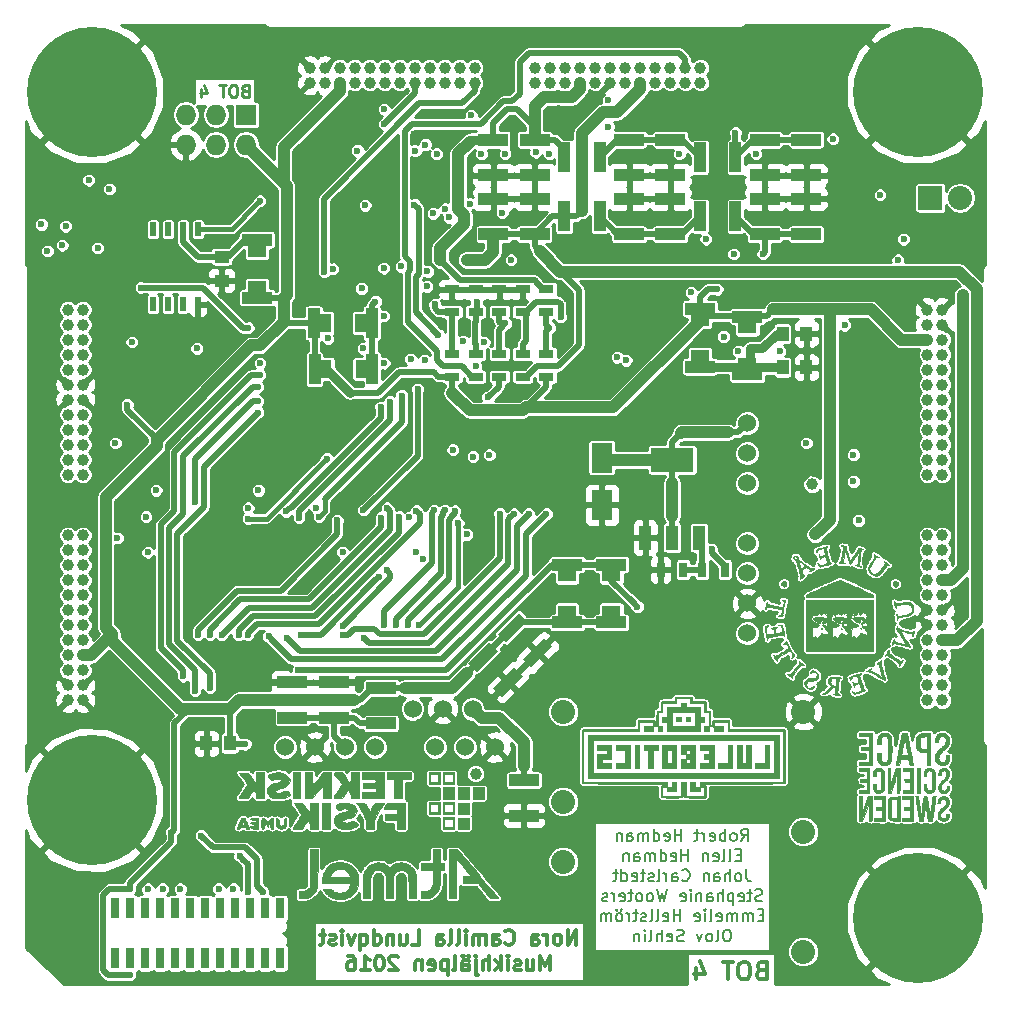
<source format=gbl>
G04 #@! TF.FileFunction,Copper,L4,Bot,Signal*
%FSLAX46Y46*%
G04 Gerber Fmt 4.6, Leading zero omitted, Abs format (unit mm)*
G04 Created by KiCad (PCBNEW 4.0.6-e0-6349~53~ubuntu16.04.1) date Thu Aug 24 14:07:56 2017*
%MOMM*%
%LPD*%
G01*
G04 APERTURE LIST*
%ADD10C,0.100000*%
%ADD11C,0.200000*%
%ADD12C,0.250000*%
%ADD13C,0.300000*%
%ADD14C,0.010000*%
%ADD15R,1.000000X1.250000*%
%ADD16R,0.508000X1.143000*%
%ADD17R,1.727200X1.727200*%
%ADD18O,1.727200X1.727200*%
%ADD19R,2.500000X1.000000*%
%ADD20R,1.250000X1.000000*%
%ADD21R,1.000000X2.500000*%
%ADD22R,3.657600X2.032000*%
%ADD23R,1.016000X2.032000*%
%ADD24R,0.700000X1.300000*%
%ADD25C,11.000000*%
%ADD26R,1.300000X0.700000*%
%ADD27R,2.032000X2.032000*%
%ADD28O,2.032000X2.032000*%
%ADD29C,2.032000*%
%ADD30C,1.524000*%
%ADD31C,1.000000*%
%ADD32R,0.760000X1.800000*%
%ADD33R,1.800860X2.499360*%
%ADD34R,1.600000X1.400000*%
%ADD35R,1.400000X1.600000*%
%ADD36C,0.600000*%
%ADD37C,0.500000*%
%ADD38C,0.400000*%
%ADD39C,1.000000*%
%ADD40C,0.750000*%
%ADD41C,0.254000*%
G04 APERTURE END LIST*
D10*
D11*
X119976191Y-128452381D02*
X120309525Y-127976190D01*
X120547620Y-128452381D02*
X120547620Y-127452381D01*
X120166667Y-127452381D01*
X120071429Y-127500000D01*
X120023810Y-127547619D01*
X119976191Y-127642857D01*
X119976191Y-127785714D01*
X120023810Y-127880952D01*
X120071429Y-127928571D01*
X120166667Y-127976190D01*
X120547620Y-127976190D01*
X119404763Y-128452381D02*
X119500001Y-128404762D01*
X119547620Y-128357143D01*
X119595239Y-128261905D01*
X119595239Y-127976190D01*
X119547620Y-127880952D01*
X119500001Y-127833333D01*
X119404763Y-127785714D01*
X119261905Y-127785714D01*
X119166667Y-127833333D01*
X119119048Y-127880952D01*
X119071429Y-127976190D01*
X119071429Y-128261905D01*
X119119048Y-128357143D01*
X119166667Y-128404762D01*
X119261905Y-128452381D01*
X119404763Y-128452381D01*
X118642858Y-128452381D02*
X118642858Y-127452381D01*
X118642858Y-127833333D02*
X118547620Y-127785714D01*
X118357143Y-127785714D01*
X118261905Y-127833333D01*
X118214286Y-127880952D01*
X118166667Y-127976190D01*
X118166667Y-128261905D01*
X118214286Y-128357143D01*
X118261905Y-128404762D01*
X118357143Y-128452381D01*
X118547620Y-128452381D01*
X118642858Y-128404762D01*
X117357143Y-128404762D02*
X117452381Y-128452381D01*
X117642858Y-128452381D01*
X117738096Y-128404762D01*
X117785715Y-128309524D01*
X117785715Y-127928571D01*
X117738096Y-127833333D01*
X117642858Y-127785714D01*
X117452381Y-127785714D01*
X117357143Y-127833333D01*
X117309524Y-127928571D01*
X117309524Y-128023810D01*
X117785715Y-128119048D01*
X116880953Y-128452381D02*
X116880953Y-127785714D01*
X116880953Y-127976190D02*
X116833334Y-127880952D01*
X116785715Y-127833333D01*
X116690477Y-127785714D01*
X116595238Y-127785714D01*
X116404762Y-127785714D02*
X116023810Y-127785714D01*
X116261905Y-127452381D02*
X116261905Y-128309524D01*
X116214286Y-128404762D01*
X116119048Y-128452381D01*
X116023810Y-128452381D01*
X114928571Y-128452381D02*
X114928571Y-127452381D01*
X114928571Y-127928571D02*
X114357142Y-127928571D01*
X114357142Y-128452381D02*
X114357142Y-127452381D01*
X113499999Y-128404762D02*
X113595237Y-128452381D01*
X113785714Y-128452381D01*
X113880952Y-128404762D01*
X113928571Y-128309524D01*
X113928571Y-127928571D01*
X113880952Y-127833333D01*
X113785714Y-127785714D01*
X113595237Y-127785714D01*
X113499999Y-127833333D01*
X113452380Y-127928571D01*
X113452380Y-128023810D01*
X113928571Y-128119048D01*
X112595237Y-128452381D02*
X112595237Y-127452381D01*
X112595237Y-128404762D02*
X112690475Y-128452381D01*
X112880952Y-128452381D01*
X112976190Y-128404762D01*
X113023809Y-128357143D01*
X113071428Y-128261905D01*
X113071428Y-127976190D01*
X113023809Y-127880952D01*
X112976190Y-127833333D01*
X112880952Y-127785714D01*
X112690475Y-127785714D01*
X112595237Y-127833333D01*
X112119047Y-128452381D02*
X112119047Y-127785714D01*
X112119047Y-127880952D02*
X112071428Y-127833333D01*
X111976190Y-127785714D01*
X111833332Y-127785714D01*
X111738094Y-127833333D01*
X111690475Y-127928571D01*
X111690475Y-128452381D01*
X111690475Y-127928571D02*
X111642856Y-127833333D01*
X111547618Y-127785714D01*
X111404761Y-127785714D01*
X111309523Y-127833333D01*
X111261904Y-127928571D01*
X111261904Y-128452381D01*
X110357142Y-128452381D02*
X110357142Y-127928571D01*
X110404761Y-127833333D01*
X110499999Y-127785714D01*
X110690476Y-127785714D01*
X110785714Y-127833333D01*
X110357142Y-128404762D02*
X110452380Y-128452381D01*
X110690476Y-128452381D01*
X110785714Y-128404762D01*
X110833333Y-128309524D01*
X110833333Y-128214286D01*
X110785714Y-128119048D01*
X110690476Y-128071429D01*
X110452380Y-128071429D01*
X110357142Y-128023810D01*
X109880952Y-127785714D02*
X109880952Y-128452381D01*
X109880952Y-127880952D02*
X109833333Y-127833333D01*
X109738095Y-127785714D01*
X109595237Y-127785714D01*
X109499999Y-127833333D01*
X109452380Y-127928571D01*
X109452380Y-128452381D01*
X119976191Y-129628571D02*
X119642857Y-129628571D01*
X119500000Y-130152381D02*
X119976191Y-130152381D01*
X119976191Y-129152381D01*
X119500000Y-129152381D01*
X118928572Y-130152381D02*
X119023810Y-130104762D01*
X119071429Y-130009524D01*
X119071429Y-129152381D01*
X118404762Y-130152381D02*
X118500000Y-130104762D01*
X118547619Y-130009524D01*
X118547619Y-129152381D01*
X117642856Y-130104762D02*
X117738094Y-130152381D01*
X117928571Y-130152381D01*
X118023809Y-130104762D01*
X118071428Y-130009524D01*
X118071428Y-129628571D01*
X118023809Y-129533333D01*
X117928571Y-129485714D01*
X117738094Y-129485714D01*
X117642856Y-129533333D01*
X117595237Y-129628571D01*
X117595237Y-129723810D01*
X118071428Y-129819048D01*
X117166666Y-129485714D02*
X117166666Y-130152381D01*
X117166666Y-129580952D02*
X117119047Y-129533333D01*
X117023809Y-129485714D01*
X116880951Y-129485714D01*
X116785713Y-129533333D01*
X116738094Y-129628571D01*
X116738094Y-130152381D01*
X115499999Y-130152381D02*
X115499999Y-129152381D01*
X115499999Y-129628571D02*
X114928570Y-129628571D01*
X114928570Y-130152381D02*
X114928570Y-129152381D01*
X114071427Y-130104762D02*
X114166665Y-130152381D01*
X114357142Y-130152381D01*
X114452380Y-130104762D01*
X114499999Y-130009524D01*
X114499999Y-129628571D01*
X114452380Y-129533333D01*
X114357142Y-129485714D01*
X114166665Y-129485714D01*
X114071427Y-129533333D01*
X114023808Y-129628571D01*
X114023808Y-129723810D01*
X114499999Y-129819048D01*
X113166665Y-130152381D02*
X113166665Y-129152381D01*
X113166665Y-130104762D02*
X113261903Y-130152381D01*
X113452380Y-130152381D01*
X113547618Y-130104762D01*
X113595237Y-130057143D01*
X113642856Y-129961905D01*
X113642856Y-129676190D01*
X113595237Y-129580952D01*
X113547618Y-129533333D01*
X113452380Y-129485714D01*
X113261903Y-129485714D01*
X113166665Y-129533333D01*
X112690475Y-130152381D02*
X112690475Y-129485714D01*
X112690475Y-129580952D02*
X112642856Y-129533333D01*
X112547618Y-129485714D01*
X112404760Y-129485714D01*
X112309522Y-129533333D01*
X112261903Y-129628571D01*
X112261903Y-130152381D01*
X112261903Y-129628571D02*
X112214284Y-129533333D01*
X112119046Y-129485714D01*
X111976189Y-129485714D01*
X111880951Y-129533333D01*
X111833332Y-129628571D01*
X111833332Y-130152381D01*
X110928570Y-130152381D02*
X110928570Y-129628571D01*
X110976189Y-129533333D01*
X111071427Y-129485714D01*
X111261904Y-129485714D01*
X111357142Y-129533333D01*
X110928570Y-130104762D02*
X111023808Y-130152381D01*
X111261904Y-130152381D01*
X111357142Y-130104762D01*
X111404761Y-130009524D01*
X111404761Y-129914286D01*
X111357142Y-129819048D01*
X111261904Y-129771429D01*
X111023808Y-129771429D01*
X110928570Y-129723810D01*
X110452380Y-129485714D02*
X110452380Y-130152381D01*
X110452380Y-129580952D02*
X110404761Y-129533333D01*
X110309523Y-129485714D01*
X110166665Y-129485714D01*
X110071427Y-129533333D01*
X110023808Y-129628571D01*
X110023808Y-130152381D01*
X120428572Y-130852381D02*
X120428572Y-131566667D01*
X120476192Y-131709524D01*
X120571430Y-131804762D01*
X120714287Y-131852381D01*
X120809525Y-131852381D01*
X119809525Y-131852381D02*
X119904763Y-131804762D01*
X119952382Y-131757143D01*
X120000001Y-131661905D01*
X120000001Y-131376190D01*
X119952382Y-131280952D01*
X119904763Y-131233333D01*
X119809525Y-131185714D01*
X119666667Y-131185714D01*
X119571429Y-131233333D01*
X119523810Y-131280952D01*
X119476191Y-131376190D01*
X119476191Y-131661905D01*
X119523810Y-131757143D01*
X119571429Y-131804762D01*
X119666667Y-131852381D01*
X119809525Y-131852381D01*
X119047620Y-131852381D02*
X119047620Y-130852381D01*
X118619048Y-131852381D02*
X118619048Y-131328571D01*
X118666667Y-131233333D01*
X118761905Y-131185714D01*
X118904763Y-131185714D01*
X119000001Y-131233333D01*
X119047620Y-131280952D01*
X117714286Y-131852381D02*
X117714286Y-131328571D01*
X117761905Y-131233333D01*
X117857143Y-131185714D01*
X118047620Y-131185714D01*
X118142858Y-131233333D01*
X117714286Y-131804762D02*
X117809524Y-131852381D01*
X118047620Y-131852381D01*
X118142858Y-131804762D01*
X118190477Y-131709524D01*
X118190477Y-131614286D01*
X118142858Y-131519048D01*
X118047620Y-131471429D01*
X117809524Y-131471429D01*
X117714286Y-131423810D01*
X117238096Y-131185714D02*
X117238096Y-131852381D01*
X117238096Y-131280952D02*
X117190477Y-131233333D01*
X117095239Y-131185714D01*
X116952381Y-131185714D01*
X116857143Y-131233333D01*
X116809524Y-131328571D01*
X116809524Y-131852381D01*
X115000000Y-131757143D02*
X115047619Y-131804762D01*
X115190476Y-131852381D01*
X115285714Y-131852381D01*
X115428572Y-131804762D01*
X115523810Y-131709524D01*
X115571429Y-131614286D01*
X115619048Y-131423810D01*
X115619048Y-131280952D01*
X115571429Y-131090476D01*
X115523810Y-130995238D01*
X115428572Y-130900000D01*
X115285714Y-130852381D01*
X115190476Y-130852381D01*
X115047619Y-130900000D01*
X115000000Y-130947619D01*
X114142857Y-131852381D02*
X114142857Y-131328571D01*
X114190476Y-131233333D01*
X114285714Y-131185714D01*
X114476191Y-131185714D01*
X114571429Y-131233333D01*
X114142857Y-131804762D02*
X114238095Y-131852381D01*
X114476191Y-131852381D01*
X114571429Y-131804762D01*
X114619048Y-131709524D01*
X114619048Y-131614286D01*
X114571429Y-131519048D01*
X114476191Y-131471429D01*
X114238095Y-131471429D01*
X114142857Y-131423810D01*
X113666667Y-131852381D02*
X113666667Y-131185714D01*
X113666667Y-131376190D02*
X113619048Y-131280952D01*
X113571429Y-131233333D01*
X113476191Y-131185714D01*
X113380952Y-131185714D01*
X112904762Y-131852381D02*
X113000000Y-131804762D01*
X113047619Y-131709524D01*
X113047619Y-130852381D01*
X112571428Y-131804762D02*
X112476190Y-131852381D01*
X112285714Y-131852381D01*
X112190475Y-131804762D01*
X112142856Y-131709524D01*
X112142856Y-131661905D01*
X112190475Y-131566667D01*
X112285714Y-131519048D01*
X112428571Y-131519048D01*
X112523809Y-131471429D01*
X112571428Y-131376190D01*
X112571428Y-131328571D01*
X112523809Y-131233333D01*
X112428571Y-131185714D01*
X112285714Y-131185714D01*
X112190475Y-131233333D01*
X111857142Y-131185714D02*
X111476190Y-131185714D01*
X111714285Y-130852381D02*
X111714285Y-131709524D01*
X111666666Y-131804762D01*
X111571428Y-131852381D01*
X111476190Y-131852381D01*
X110761903Y-131804762D02*
X110857141Y-131852381D01*
X111047618Y-131852381D01*
X111142856Y-131804762D01*
X111190475Y-131709524D01*
X111190475Y-131328571D01*
X111142856Y-131233333D01*
X111047618Y-131185714D01*
X110857141Y-131185714D01*
X110761903Y-131233333D01*
X110714284Y-131328571D01*
X110714284Y-131423810D01*
X111190475Y-131519048D01*
X109857141Y-131852381D02*
X109857141Y-130852381D01*
X109857141Y-131804762D02*
X109952379Y-131852381D01*
X110142856Y-131852381D01*
X110238094Y-131804762D01*
X110285713Y-131757143D01*
X110333332Y-131661905D01*
X110333332Y-131376190D01*
X110285713Y-131280952D01*
X110238094Y-131233333D01*
X110142856Y-131185714D01*
X109952379Y-131185714D01*
X109857141Y-131233333D01*
X109523808Y-131185714D02*
X109142856Y-131185714D01*
X109380951Y-130852381D02*
X109380951Y-131709524D01*
X109333332Y-131804762D01*
X109238094Y-131852381D01*
X109142856Y-131852381D01*
X121761906Y-133504762D02*
X121619049Y-133552381D01*
X121380953Y-133552381D01*
X121285715Y-133504762D01*
X121238096Y-133457143D01*
X121190477Y-133361905D01*
X121190477Y-133266667D01*
X121238096Y-133171429D01*
X121285715Y-133123810D01*
X121380953Y-133076190D01*
X121571430Y-133028571D01*
X121666668Y-132980952D01*
X121714287Y-132933333D01*
X121761906Y-132838095D01*
X121761906Y-132742857D01*
X121714287Y-132647619D01*
X121666668Y-132600000D01*
X121571430Y-132552381D01*
X121333334Y-132552381D01*
X121190477Y-132600000D01*
X120904763Y-132885714D02*
X120523811Y-132885714D01*
X120761906Y-132552381D02*
X120761906Y-133409524D01*
X120714287Y-133504762D01*
X120619049Y-133552381D01*
X120523811Y-133552381D01*
X119809524Y-133504762D02*
X119904762Y-133552381D01*
X120095239Y-133552381D01*
X120190477Y-133504762D01*
X120238096Y-133409524D01*
X120238096Y-133028571D01*
X120190477Y-132933333D01*
X120095239Y-132885714D01*
X119904762Y-132885714D01*
X119809524Y-132933333D01*
X119761905Y-133028571D01*
X119761905Y-133123810D01*
X120238096Y-133219048D01*
X119333334Y-132885714D02*
X119333334Y-133885714D01*
X119333334Y-132933333D02*
X119238096Y-132885714D01*
X119047619Y-132885714D01*
X118952381Y-132933333D01*
X118904762Y-132980952D01*
X118857143Y-133076190D01*
X118857143Y-133361905D01*
X118904762Y-133457143D01*
X118952381Y-133504762D01*
X119047619Y-133552381D01*
X119238096Y-133552381D01*
X119333334Y-133504762D01*
X118428572Y-133552381D02*
X118428572Y-132552381D01*
X118000000Y-133552381D02*
X118000000Y-133028571D01*
X118047619Y-132933333D01*
X118142857Y-132885714D01*
X118285715Y-132885714D01*
X118380953Y-132933333D01*
X118428572Y-132980952D01*
X117095238Y-133552381D02*
X117095238Y-133028571D01*
X117142857Y-132933333D01*
X117238095Y-132885714D01*
X117428572Y-132885714D01*
X117523810Y-132933333D01*
X117095238Y-133504762D02*
X117190476Y-133552381D01*
X117428572Y-133552381D01*
X117523810Y-133504762D01*
X117571429Y-133409524D01*
X117571429Y-133314286D01*
X117523810Y-133219048D01*
X117428572Y-133171429D01*
X117190476Y-133171429D01*
X117095238Y-133123810D01*
X116619048Y-132885714D02*
X116619048Y-133552381D01*
X116619048Y-132980952D02*
X116571429Y-132933333D01*
X116476191Y-132885714D01*
X116333333Y-132885714D01*
X116238095Y-132933333D01*
X116190476Y-133028571D01*
X116190476Y-133552381D01*
X115714286Y-133552381D02*
X115714286Y-132885714D01*
X115714286Y-132552381D02*
X115761905Y-132600000D01*
X115714286Y-132647619D01*
X115666667Y-132600000D01*
X115714286Y-132552381D01*
X115714286Y-132647619D01*
X114857143Y-133504762D02*
X114952381Y-133552381D01*
X115142858Y-133552381D01*
X115238096Y-133504762D01*
X115285715Y-133409524D01*
X115285715Y-133028571D01*
X115238096Y-132933333D01*
X115142858Y-132885714D01*
X114952381Y-132885714D01*
X114857143Y-132933333D01*
X114809524Y-133028571D01*
X114809524Y-133123810D01*
X115285715Y-133219048D01*
X113714286Y-132552381D02*
X113476191Y-133552381D01*
X113285714Y-132838095D01*
X113095238Y-133552381D01*
X112857143Y-132552381D01*
X112333334Y-133552381D02*
X112428572Y-133504762D01*
X112476191Y-133457143D01*
X112523810Y-133361905D01*
X112523810Y-133076190D01*
X112476191Y-132980952D01*
X112428572Y-132933333D01*
X112333334Y-132885714D01*
X112190476Y-132885714D01*
X112095238Y-132933333D01*
X112047619Y-132980952D01*
X112000000Y-133076190D01*
X112000000Y-133361905D01*
X112047619Y-133457143D01*
X112095238Y-133504762D01*
X112190476Y-133552381D01*
X112333334Y-133552381D01*
X111428572Y-133552381D02*
X111523810Y-133504762D01*
X111571429Y-133457143D01*
X111619048Y-133361905D01*
X111619048Y-133076190D01*
X111571429Y-132980952D01*
X111523810Y-132933333D01*
X111428572Y-132885714D01*
X111285714Y-132885714D01*
X111190476Y-132933333D01*
X111142857Y-132980952D01*
X111095238Y-133076190D01*
X111095238Y-133361905D01*
X111142857Y-133457143D01*
X111190476Y-133504762D01*
X111285714Y-133552381D01*
X111428572Y-133552381D01*
X110809524Y-132885714D02*
X110428572Y-132885714D01*
X110666667Y-132552381D02*
X110666667Y-133409524D01*
X110619048Y-133504762D01*
X110523810Y-133552381D01*
X110428572Y-133552381D01*
X109714285Y-133504762D02*
X109809523Y-133552381D01*
X110000000Y-133552381D01*
X110095238Y-133504762D01*
X110142857Y-133409524D01*
X110142857Y-133028571D01*
X110095238Y-132933333D01*
X110000000Y-132885714D01*
X109809523Y-132885714D01*
X109714285Y-132933333D01*
X109666666Y-133028571D01*
X109666666Y-133123810D01*
X110142857Y-133219048D01*
X109238095Y-133552381D02*
X109238095Y-132885714D01*
X109238095Y-133076190D02*
X109190476Y-132980952D01*
X109142857Y-132933333D01*
X109047619Y-132885714D01*
X108952380Y-132885714D01*
X108666666Y-133504762D02*
X108571428Y-133552381D01*
X108380952Y-133552381D01*
X108285713Y-133504762D01*
X108238094Y-133409524D01*
X108238094Y-133361905D01*
X108285713Y-133266667D01*
X108380952Y-133219048D01*
X108523809Y-133219048D01*
X108619047Y-133171429D01*
X108666666Y-133076190D01*
X108666666Y-133028571D01*
X108619047Y-132933333D01*
X108523809Y-132885714D01*
X108380952Y-132885714D01*
X108285713Y-132933333D01*
X121880953Y-134728571D02*
X121547619Y-134728571D01*
X121404762Y-135252381D02*
X121880953Y-135252381D01*
X121880953Y-134252381D01*
X121404762Y-134252381D01*
X120976191Y-135252381D02*
X120976191Y-134585714D01*
X120976191Y-134680952D02*
X120928572Y-134633333D01*
X120833334Y-134585714D01*
X120690476Y-134585714D01*
X120595238Y-134633333D01*
X120547619Y-134728571D01*
X120547619Y-135252381D01*
X120547619Y-134728571D02*
X120500000Y-134633333D01*
X120404762Y-134585714D01*
X120261905Y-134585714D01*
X120166667Y-134633333D01*
X120119048Y-134728571D01*
X120119048Y-135252381D01*
X119642858Y-135252381D02*
X119642858Y-134585714D01*
X119642858Y-134680952D02*
X119595239Y-134633333D01*
X119500001Y-134585714D01*
X119357143Y-134585714D01*
X119261905Y-134633333D01*
X119214286Y-134728571D01*
X119214286Y-135252381D01*
X119214286Y-134728571D02*
X119166667Y-134633333D01*
X119071429Y-134585714D01*
X118928572Y-134585714D01*
X118833334Y-134633333D01*
X118785715Y-134728571D01*
X118785715Y-135252381D01*
X117928572Y-135204762D02*
X118023810Y-135252381D01*
X118214287Y-135252381D01*
X118309525Y-135204762D01*
X118357144Y-135109524D01*
X118357144Y-134728571D01*
X118309525Y-134633333D01*
X118214287Y-134585714D01*
X118023810Y-134585714D01*
X117928572Y-134633333D01*
X117880953Y-134728571D01*
X117880953Y-134823810D01*
X118357144Y-134919048D01*
X117309525Y-135252381D02*
X117404763Y-135204762D01*
X117452382Y-135109524D01*
X117452382Y-134252381D01*
X116928572Y-135252381D02*
X116928572Y-134585714D01*
X116928572Y-134252381D02*
X116976191Y-134300000D01*
X116928572Y-134347619D01*
X116880953Y-134300000D01*
X116928572Y-134252381D01*
X116928572Y-134347619D01*
X116071429Y-135204762D02*
X116166667Y-135252381D01*
X116357144Y-135252381D01*
X116452382Y-135204762D01*
X116500001Y-135109524D01*
X116500001Y-134728571D01*
X116452382Y-134633333D01*
X116357144Y-134585714D01*
X116166667Y-134585714D01*
X116071429Y-134633333D01*
X116023810Y-134728571D01*
X116023810Y-134823810D01*
X116500001Y-134919048D01*
X114833334Y-135252381D02*
X114833334Y-134252381D01*
X114833334Y-134728571D02*
X114261905Y-134728571D01*
X114261905Y-135252381D02*
X114261905Y-134252381D01*
X113404762Y-135204762D02*
X113500000Y-135252381D01*
X113690477Y-135252381D01*
X113785715Y-135204762D01*
X113833334Y-135109524D01*
X113833334Y-134728571D01*
X113785715Y-134633333D01*
X113690477Y-134585714D01*
X113500000Y-134585714D01*
X113404762Y-134633333D01*
X113357143Y-134728571D01*
X113357143Y-134823810D01*
X113833334Y-134919048D01*
X112785715Y-135252381D02*
X112880953Y-135204762D01*
X112928572Y-135109524D01*
X112928572Y-134252381D01*
X112261905Y-135252381D02*
X112357143Y-135204762D01*
X112404762Y-135109524D01*
X112404762Y-134252381D01*
X111928571Y-135204762D02*
X111833333Y-135252381D01*
X111642857Y-135252381D01*
X111547618Y-135204762D01*
X111499999Y-135109524D01*
X111499999Y-135061905D01*
X111547618Y-134966667D01*
X111642857Y-134919048D01*
X111785714Y-134919048D01*
X111880952Y-134871429D01*
X111928571Y-134776190D01*
X111928571Y-134728571D01*
X111880952Y-134633333D01*
X111785714Y-134585714D01*
X111642857Y-134585714D01*
X111547618Y-134633333D01*
X111214285Y-134585714D02*
X110833333Y-134585714D01*
X111071428Y-134252381D02*
X111071428Y-135109524D01*
X111023809Y-135204762D01*
X110928571Y-135252381D01*
X110833333Y-135252381D01*
X110499999Y-135252381D02*
X110499999Y-134585714D01*
X110499999Y-134776190D02*
X110452380Y-134680952D01*
X110404761Y-134633333D01*
X110309523Y-134585714D01*
X110214284Y-134585714D01*
X109738094Y-135252381D02*
X109833332Y-135204762D01*
X109880951Y-135157143D01*
X109928570Y-135061905D01*
X109928570Y-134776190D01*
X109880951Y-134680952D01*
X109833332Y-134633333D01*
X109738094Y-134585714D01*
X109595236Y-134585714D01*
X109499998Y-134633333D01*
X109452379Y-134680952D01*
X109404760Y-134776190D01*
X109404760Y-135061905D01*
X109452379Y-135157143D01*
X109499998Y-135204762D01*
X109595236Y-135252381D01*
X109738094Y-135252381D01*
X109833332Y-134252381D02*
X109785713Y-134300000D01*
X109833332Y-134347619D01*
X109880951Y-134300000D01*
X109833332Y-134252381D01*
X109833332Y-134347619D01*
X109452379Y-134252381D02*
X109404760Y-134300000D01*
X109452379Y-134347619D01*
X109499998Y-134300000D01*
X109452379Y-134252381D01*
X109452379Y-134347619D01*
X108976189Y-135252381D02*
X108976189Y-134585714D01*
X108976189Y-134680952D02*
X108928570Y-134633333D01*
X108833332Y-134585714D01*
X108690474Y-134585714D01*
X108595236Y-134633333D01*
X108547617Y-134728571D01*
X108547617Y-135252381D01*
X108547617Y-134728571D02*
X108499998Y-134633333D01*
X108404760Y-134585714D01*
X108261903Y-134585714D01*
X108166665Y-134633333D01*
X108119046Y-134728571D01*
X108119046Y-135252381D01*
X118880953Y-135952381D02*
X118690476Y-135952381D01*
X118595238Y-136000000D01*
X118500000Y-136095238D01*
X118452381Y-136285714D01*
X118452381Y-136619048D01*
X118500000Y-136809524D01*
X118595238Y-136904762D01*
X118690476Y-136952381D01*
X118880953Y-136952381D01*
X118976191Y-136904762D01*
X119071429Y-136809524D01*
X119119048Y-136619048D01*
X119119048Y-136285714D01*
X119071429Y-136095238D01*
X118976191Y-136000000D01*
X118880953Y-135952381D01*
X117880953Y-136952381D02*
X117976191Y-136904762D01*
X118023810Y-136809524D01*
X118023810Y-135952381D01*
X117357143Y-136952381D02*
X117452381Y-136904762D01*
X117500000Y-136857143D01*
X117547619Y-136761905D01*
X117547619Y-136476190D01*
X117500000Y-136380952D01*
X117452381Y-136333333D01*
X117357143Y-136285714D01*
X117214285Y-136285714D01*
X117119047Y-136333333D01*
X117071428Y-136380952D01*
X117023809Y-136476190D01*
X117023809Y-136761905D01*
X117071428Y-136857143D01*
X117119047Y-136904762D01*
X117214285Y-136952381D01*
X117357143Y-136952381D01*
X116690476Y-136285714D02*
X116452381Y-136952381D01*
X116214285Y-136285714D01*
X115119047Y-136904762D02*
X114976190Y-136952381D01*
X114738094Y-136952381D01*
X114642856Y-136904762D01*
X114595237Y-136857143D01*
X114547618Y-136761905D01*
X114547618Y-136666667D01*
X114595237Y-136571429D01*
X114642856Y-136523810D01*
X114738094Y-136476190D01*
X114928571Y-136428571D01*
X115023809Y-136380952D01*
X115071428Y-136333333D01*
X115119047Y-136238095D01*
X115119047Y-136142857D01*
X115071428Y-136047619D01*
X115023809Y-136000000D01*
X114928571Y-135952381D01*
X114690475Y-135952381D01*
X114547618Y-136000000D01*
X113738094Y-136904762D02*
X113833332Y-136952381D01*
X114023809Y-136952381D01*
X114119047Y-136904762D01*
X114166666Y-136809524D01*
X114166666Y-136428571D01*
X114119047Y-136333333D01*
X114023809Y-136285714D01*
X113833332Y-136285714D01*
X113738094Y-136333333D01*
X113690475Y-136428571D01*
X113690475Y-136523810D01*
X114166666Y-136619048D01*
X113261904Y-136952381D02*
X113261904Y-135952381D01*
X112833332Y-136952381D02*
X112833332Y-136428571D01*
X112880951Y-136333333D01*
X112976189Y-136285714D01*
X113119047Y-136285714D01*
X113214285Y-136333333D01*
X113261904Y-136380952D01*
X112214285Y-136952381D02*
X112309523Y-136904762D01*
X112357142Y-136809524D01*
X112357142Y-135952381D01*
X111833332Y-136952381D02*
X111833332Y-136285714D01*
X111833332Y-135952381D02*
X111880951Y-136000000D01*
X111833332Y-136047619D01*
X111785713Y-136000000D01*
X111833332Y-135952381D01*
X111833332Y-136047619D01*
X111357142Y-136285714D02*
X111357142Y-136952381D01*
X111357142Y-136380952D02*
X111309523Y-136333333D01*
X111214285Y-136285714D01*
X111071427Y-136285714D01*
X110976189Y-136333333D01*
X110928570Y-136428571D01*
X110928570Y-136952381D01*
D12*
X77952381Y-64928571D02*
X77809524Y-64976190D01*
X77761905Y-65023810D01*
X77714286Y-65119048D01*
X77714286Y-65261905D01*
X77761905Y-65357143D01*
X77809524Y-65404762D01*
X77904762Y-65452381D01*
X78285715Y-65452381D01*
X78285715Y-64452381D01*
X77952381Y-64452381D01*
X77857143Y-64500000D01*
X77809524Y-64547619D01*
X77761905Y-64642857D01*
X77761905Y-64738095D01*
X77809524Y-64833333D01*
X77857143Y-64880952D01*
X77952381Y-64928571D01*
X78285715Y-64928571D01*
X77095239Y-64452381D02*
X76904762Y-64452381D01*
X76809524Y-64500000D01*
X76714286Y-64595238D01*
X76666667Y-64785714D01*
X76666667Y-65119048D01*
X76714286Y-65309524D01*
X76809524Y-65404762D01*
X76904762Y-65452381D01*
X77095239Y-65452381D01*
X77190477Y-65404762D01*
X77285715Y-65309524D01*
X77333334Y-65119048D01*
X77333334Y-64785714D01*
X77285715Y-64595238D01*
X77190477Y-64500000D01*
X77095239Y-64452381D01*
X76380953Y-64452381D02*
X75809524Y-64452381D01*
X76095239Y-65452381D02*
X76095239Y-64452381D01*
X74285714Y-64785714D02*
X74285714Y-65452381D01*
X74523810Y-64404762D02*
X74761905Y-65119048D01*
X74142857Y-65119048D01*
D13*
X121678571Y-139392857D02*
X121464285Y-139464286D01*
X121392857Y-139535714D01*
X121321428Y-139678571D01*
X121321428Y-139892857D01*
X121392857Y-140035714D01*
X121464285Y-140107143D01*
X121607143Y-140178571D01*
X122178571Y-140178571D01*
X122178571Y-138678571D01*
X121678571Y-138678571D01*
X121535714Y-138750000D01*
X121464285Y-138821429D01*
X121392857Y-138964286D01*
X121392857Y-139107143D01*
X121464285Y-139250000D01*
X121535714Y-139321429D01*
X121678571Y-139392857D01*
X122178571Y-139392857D01*
X120392857Y-138678571D02*
X120107143Y-138678571D01*
X119964285Y-138750000D01*
X119821428Y-138892857D01*
X119750000Y-139178571D01*
X119750000Y-139678571D01*
X119821428Y-139964286D01*
X119964285Y-140107143D01*
X120107143Y-140178571D01*
X120392857Y-140178571D01*
X120535714Y-140107143D01*
X120678571Y-139964286D01*
X120750000Y-139678571D01*
X120750000Y-139178571D01*
X120678571Y-138892857D01*
X120535714Y-138750000D01*
X120392857Y-138678571D01*
X119321428Y-138678571D02*
X118464285Y-138678571D01*
X118892856Y-140178571D02*
X118892856Y-138678571D01*
X116178571Y-139178571D02*
X116178571Y-140178571D01*
X116535714Y-138607143D02*
X116892857Y-139678571D01*
X115964285Y-139678571D01*
X106023809Y-137227976D02*
X106023809Y-135977976D01*
X105309523Y-137227976D01*
X105309523Y-135977976D01*
X104535714Y-137227976D02*
X104654761Y-137168452D01*
X104714285Y-137108929D01*
X104773809Y-136989881D01*
X104773809Y-136632738D01*
X104714285Y-136513690D01*
X104654761Y-136454167D01*
X104535714Y-136394643D01*
X104357142Y-136394643D01*
X104238094Y-136454167D01*
X104178571Y-136513690D01*
X104119047Y-136632738D01*
X104119047Y-136989881D01*
X104178571Y-137108929D01*
X104238094Y-137168452D01*
X104357142Y-137227976D01*
X104535714Y-137227976D01*
X103583333Y-137227976D02*
X103583333Y-136394643D01*
X103583333Y-136632738D02*
X103523809Y-136513690D01*
X103464285Y-136454167D01*
X103345238Y-136394643D01*
X103226190Y-136394643D01*
X102273809Y-137227976D02*
X102273809Y-136573214D01*
X102333332Y-136454167D01*
X102452380Y-136394643D01*
X102690475Y-136394643D01*
X102809523Y-136454167D01*
X102273809Y-137168452D02*
X102392856Y-137227976D01*
X102690475Y-137227976D01*
X102809523Y-137168452D01*
X102869047Y-137049405D01*
X102869047Y-136930357D01*
X102809523Y-136811310D01*
X102690475Y-136751786D01*
X102392856Y-136751786D01*
X102273809Y-136692262D01*
X100011904Y-137108929D02*
X100071428Y-137168452D01*
X100249999Y-137227976D01*
X100369047Y-137227976D01*
X100547619Y-137168452D01*
X100666666Y-137049405D01*
X100726190Y-136930357D01*
X100785714Y-136692262D01*
X100785714Y-136513690D01*
X100726190Y-136275595D01*
X100666666Y-136156548D01*
X100547619Y-136037500D01*
X100369047Y-135977976D01*
X100249999Y-135977976D01*
X100071428Y-136037500D01*
X100011904Y-136097024D01*
X98940476Y-137227976D02*
X98940476Y-136573214D01*
X98999999Y-136454167D01*
X99119047Y-136394643D01*
X99357142Y-136394643D01*
X99476190Y-136454167D01*
X98940476Y-137168452D02*
X99059523Y-137227976D01*
X99357142Y-137227976D01*
X99476190Y-137168452D01*
X99535714Y-137049405D01*
X99535714Y-136930357D01*
X99476190Y-136811310D01*
X99357142Y-136751786D01*
X99059523Y-136751786D01*
X98940476Y-136692262D01*
X98345238Y-137227976D02*
X98345238Y-136394643D01*
X98345238Y-136513690D02*
X98285714Y-136454167D01*
X98166667Y-136394643D01*
X97988095Y-136394643D01*
X97869047Y-136454167D01*
X97809524Y-136573214D01*
X97809524Y-137227976D01*
X97809524Y-136573214D02*
X97750000Y-136454167D01*
X97630952Y-136394643D01*
X97452381Y-136394643D01*
X97333333Y-136454167D01*
X97273809Y-136573214D01*
X97273809Y-137227976D01*
X96678571Y-137227976D02*
X96678571Y-136394643D01*
X96678571Y-135977976D02*
X96738095Y-136037500D01*
X96678571Y-136097024D01*
X96619047Y-136037500D01*
X96678571Y-135977976D01*
X96678571Y-136097024D01*
X95904762Y-137227976D02*
X96023809Y-137168452D01*
X96083333Y-137049405D01*
X96083333Y-135977976D01*
X95250000Y-137227976D02*
X95369047Y-137168452D01*
X95428571Y-137049405D01*
X95428571Y-135977976D01*
X94238095Y-137227976D02*
X94238095Y-136573214D01*
X94297618Y-136454167D01*
X94416666Y-136394643D01*
X94654761Y-136394643D01*
X94773809Y-136454167D01*
X94238095Y-137168452D02*
X94357142Y-137227976D01*
X94654761Y-137227976D01*
X94773809Y-137168452D01*
X94833333Y-137049405D01*
X94833333Y-136930357D01*
X94773809Y-136811310D01*
X94654761Y-136751786D01*
X94357142Y-136751786D01*
X94238095Y-136692262D01*
X92095238Y-137227976D02*
X92690476Y-137227976D01*
X92690476Y-135977976D01*
X91142857Y-136394643D02*
X91142857Y-137227976D01*
X91678571Y-136394643D02*
X91678571Y-137049405D01*
X91619047Y-137168452D01*
X91500000Y-137227976D01*
X91321428Y-137227976D01*
X91202380Y-137168452D01*
X91142857Y-137108929D01*
X90547619Y-136394643D02*
X90547619Y-137227976D01*
X90547619Y-136513690D02*
X90488095Y-136454167D01*
X90369048Y-136394643D01*
X90190476Y-136394643D01*
X90071428Y-136454167D01*
X90011905Y-136573214D01*
X90011905Y-137227976D01*
X88880953Y-137227976D02*
X88880953Y-135977976D01*
X88880953Y-137168452D02*
X89000000Y-137227976D01*
X89238096Y-137227976D01*
X89357143Y-137168452D01*
X89416667Y-137108929D01*
X89476191Y-136989881D01*
X89476191Y-136632738D01*
X89416667Y-136513690D01*
X89357143Y-136454167D01*
X89238096Y-136394643D01*
X89000000Y-136394643D01*
X88880953Y-136454167D01*
X87750001Y-136394643D02*
X87750001Y-137644643D01*
X87750001Y-137168452D02*
X87869048Y-137227976D01*
X88107144Y-137227976D01*
X88226191Y-137168452D01*
X88285715Y-137108929D01*
X88345239Y-136989881D01*
X88345239Y-136632738D01*
X88285715Y-136513690D01*
X88226191Y-136454167D01*
X88107144Y-136394643D01*
X87869048Y-136394643D01*
X87750001Y-136454167D01*
X87273811Y-136394643D02*
X86976192Y-137227976D01*
X86678572Y-136394643D01*
X86202382Y-137227976D02*
X86202382Y-136394643D01*
X86202382Y-135977976D02*
X86261906Y-136037500D01*
X86202382Y-136097024D01*
X86142858Y-136037500D01*
X86202382Y-135977976D01*
X86202382Y-136097024D01*
X85666668Y-137168452D02*
X85547620Y-137227976D01*
X85309525Y-137227976D01*
X85190477Y-137168452D01*
X85130953Y-137049405D01*
X85130953Y-136989881D01*
X85190477Y-136870833D01*
X85309525Y-136811310D01*
X85488096Y-136811310D01*
X85607144Y-136751786D01*
X85666668Y-136632738D01*
X85666668Y-136573214D01*
X85607144Y-136454167D01*
X85488096Y-136394643D01*
X85309525Y-136394643D01*
X85190477Y-136454167D01*
X84773810Y-136394643D02*
X84297620Y-136394643D01*
X84595239Y-135977976D02*
X84595239Y-137049405D01*
X84535715Y-137168452D01*
X84416668Y-137227976D01*
X84297620Y-137227976D01*
X103821427Y-139402976D02*
X103821427Y-138152976D01*
X103404760Y-139045833D01*
X102988094Y-138152976D01*
X102988094Y-139402976D01*
X101857142Y-138569643D02*
X101857142Y-139402976D01*
X102392856Y-138569643D02*
X102392856Y-139224405D01*
X102333332Y-139343452D01*
X102214285Y-139402976D01*
X102035713Y-139402976D01*
X101916665Y-139343452D01*
X101857142Y-139283929D01*
X101321428Y-139343452D02*
X101202380Y-139402976D01*
X100964285Y-139402976D01*
X100845237Y-139343452D01*
X100785713Y-139224405D01*
X100785713Y-139164881D01*
X100845237Y-139045833D01*
X100964285Y-138986310D01*
X101142856Y-138986310D01*
X101261904Y-138926786D01*
X101321428Y-138807738D01*
X101321428Y-138748214D01*
X101261904Y-138629167D01*
X101142856Y-138569643D01*
X100964285Y-138569643D01*
X100845237Y-138629167D01*
X100249999Y-139402976D02*
X100249999Y-138569643D01*
X100249999Y-138152976D02*
X100309523Y-138212500D01*
X100249999Y-138272024D01*
X100190475Y-138212500D01*
X100249999Y-138152976D01*
X100249999Y-138272024D01*
X99654761Y-139402976D02*
X99654761Y-138152976D01*
X99535713Y-138926786D02*
X99178570Y-139402976D01*
X99178570Y-138569643D02*
X99654761Y-139045833D01*
X98642856Y-139402976D02*
X98642856Y-138152976D01*
X98107142Y-139402976D02*
X98107142Y-138748214D01*
X98166665Y-138629167D01*
X98285713Y-138569643D01*
X98464285Y-138569643D01*
X98583332Y-138629167D01*
X98642856Y-138688690D01*
X97511904Y-138569643D02*
X97511904Y-139641071D01*
X97571428Y-139760119D01*
X97690475Y-139819643D01*
X97749999Y-139819643D01*
X97511904Y-138152976D02*
X97571428Y-138212500D01*
X97511904Y-138272024D01*
X97452380Y-138212500D01*
X97511904Y-138152976D01*
X97511904Y-138272024D01*
X96380952Y-139402976D02*
X96380952Y-138748214D01*
X96440475Y-138629167D01*
X96559523Y-138569643D01*
X96797618Y-138569643D01*
X96916666Y-138629167D01*
X96380952Y-139343452D02*
X96499999Y-139402976D01*
X96797618Y-139402976D01*
X96916666Y-139343452D01*
X96976190Y-139224405D01*
X96976190Y-139105357D01*
X96916666Y-138986310D01*
X96797618Y-138926786D01*
X96499999Y-138926786D01*
X96380952Y-138867262D01*
X96916666Y-138152976D02*
X96857142Y-138212500D01*
X96916666Y-138272024D01*
X96976190Y-138212500D01*
X96916666Y-138152976D01*
X96916666Y-138272024D01*
X96440475Y-138152976D02*
X96380952Y-138212500D01*
X96440475Y-138272024D01*
X96499999Y-138212500D01*
X96440475Y-138152976D01*
X96440475Y-138272024D01*
X95607143Y-139402976D02*
X95726190Y-139343452D01*
X95785714Y-139224405D01*
X95785714Y-138152976D01*
X95130952Y-138569643D02*
X95130952Y-139819643D01*
X95130952Y-138629167D02*
X95011904Y-138569643D01*
X94773809Y-138569643D01*
X94654761Y-138629167D01*
X94595238Y-138688690D01*
X94535714Y-138807738D01*
X94535714Y-139164881D01*
X94595238Y-139283929D01*
X94654761Y-139343452D01*
X94773809Y-139402976D01*
X95011904Y-139402976D01*
X95130952Y-139343452D01*
X93523809Y-139343452D02*
X93642857Y-139402976D01*
X93880952Y-139402976D01*
X94000000Y-139343452D01*
X94059524Y-139224405D01*
X94059524Y-138748214D01*
X94000000Y-138629167D01*
X93880952Y-138569643D01*
X93642857Y-138569643D01*
X93523809Y-138629167D01*
X93464286Y-138748214D01*
X93464286Y-138867262D01*
X94059524Y-138986310D01*
X92928571Y-138569643D02*
X92928571Y-139402976D01*
X92928571Y-138688690D02*
X92869047Y-138629167D01*
X92750000Y-138569643D01*
X92571428Y-138569643D01*
X92452380Y-138629167D01*
X92392857Y-138748214D01*
X92392857Y-139402976D01*
X90904762Y-138272024D02*
X90845238Y-138212500D01*
X90726190Y-138152976D01*
X90428571Y-138152976D01*
X90309524Y-138212500D01*
X90250000Y-138272024D01*
X90190476Y-138391071D01*
X90190476Y-138510119D01*
X90250000Y-138688690D01*
X90964286Y-139402976D01*
X90190476Y-139402976D01*
X89416667Y-138152976D02*
X89297619Y-138152976D01*
X89178571Y-138212500D01*
X89119048Y-138272024D01*
X89059524Y-138391071D01*
X89000000Y-138629167D01*
X89000000Y-138926786D01*
X89059524Y-139164881D01*
X89119048Y-139283929D01*
X89178571Y-139343452D01*
X89297619Y-139402976D01*
X89416667Y-139402976D01*
X89535714Y-139343452D01*
X89595238Y-139283929D01*
X89654762Y-139164881D01*
X89714286Y-138926786D01*
X89714286Y-138629167D01*
X89654762Y-138391071D01*
X89595238Y-138272024D01*
X89535714Y-138212500D01*
X89416667Y-138152976D01*
X87809524Y-139402976D02*
X88523810Y-139402976D01*
X88166667Y-139402976D02*
X88166667Y-138152976D01*
X88285715Y-138331548D01*
X88404762Y-138450595D01*
X88523810Y-138510119D01*
X86738096Y-138152976D02*
X86976191Y-138152976D01*
X87095239Y-138212500D01*
X87154762Y-138272024D01*
X87273810Y-138450595D01*
X87333334Y-138688690D01*
X87333334Y-139164881D01*
X87273810Y-139283929D01*
X87214286Y-139343452D01*
X87095239Y-139402976D01*
X86857143Y-139402976D01*
X86738096Y-139343452D01*
X86678572Y-139283929D01*
X86619048Y-139164881D01*
X86619048Y-138867262D01*
X86678572Y-138748214D01*
X86738096Y-138688690D01*
X86857143Y-138629167D01*
X87095239Y-138629167D01*
X87214286Y-138688690D01*
X87273810Y-138748214D01*
X87333334Y-138867262D01*
D14*
G36*
X127622862Y-114569301D02*
X127542594Y-114583538D01*
X127488186Y-114612511D01*
X127440048Y-114660328D01*
X127426293Y-114676178D01*
X127340759Y-114827782D01*
X127339574Y-114984838D01*
X127422680Y-115146192D01*
X127452345Y-115182239D01*
X127578356Y-115325757D01*
X127337793Y-115591588D01*
X127209610Y-115723061D01*
X127084792Y-115834004D01*
X126986031Y-115904637D01*
X126968365Y-115913552D01*
X126839500Y-115969685D01*
X127029471Y-115971342D01*
X127120543Y-115968530D01*
X127193736Y-115950617D01*
X127267401Y-115906171D01*
X127359891Y-115823758D01*
X127489557Y-115691944D01*
X127506933Y-115673881D01*
X127657889Y-115523696D01*
X127767669Y-115432211D01*
X127847105Y-115391312D01*
X127888462Y-115388131D01*
X127941989Y-115403384D01*
X127967747Y-115443816D01*
X127972706Y-115531172D01*
X127967376Y-115634333D01*
X127943694Y-115831984D01*
X127900966Y-115955306D01*
X127835328Y-116013263D01*
X127801094Y-116020201D01*
X127784090Y-116028843D01*
X127829836Y-116044589D01*
X127917161Y-116063323D01*
X128024898Y-116080931D01*
X128131875Y-116093295D01*
X128194167Y-116096619D01*
X128321167Y-116098117D01*
X128223854Y-116023237D01*
X128182380Y-115988380D01*
X128156356Y-115949258D01*
X128144236Y-115889285D01*
X128144475Y-115791870D01*
X128155525Y-115640427D01*
X128171666Y-115463261D01*
X128197608Y-115192338D01*
X128219373Y-114993715D01*
X128239693Y-114855306D01*
X128261296Y-114765027D01*
X128286913Y-114710793D01*
X128319275Y-114680518D01*
X128351908Y-114665409D01*
X128410773Y-114632153D01*
X128389129Y-114607185D01*
X128046000Y-114607185D01*
X128045535Y-114813842D01*
X128039447Y-114977800D01*
X128024788Y-115137698D01*
X128018690Y-115180103D01*
X127996923Y-115283043D01*
X127959888Y-115322656D01*
X127879873Y-115319360D01*
X127839240Y-115312324D01*
X127714828Y-115276165D01*
X127617805Y-115224965D01*
X127612084Y-115220243D01*
X127555051Y-115121989D01*
X127536109Y-114984478D01*
X127554726Y-114843798D01*
X127610366Y-114736034D01*
X127619381Y-114727140D01*
X127714018Y-114673660D01*
X127844554Y-114635021D01*
X127873381Y-114630338D01*
X128046000Y-114607185D01*
X128389129Y-114607185D01*
X128387963Y-114605841D01*
X128282713Y-114586293D01*
X128094259Y-114573331D01*
X127939343Y-114568607D01*
X127748582Y-114565693D01*
X127622862Y-114569301D01*
X127622862Y-114569301D01*
G37*
X127622862Y-114569301D02*
X127542594Y-114583538D01*
X127488186Y-114612511D01*
X127440048Y-114660328D01*
X127426293Y-114676178D01*
X127340759Y-114827782D01*
X127339574Y-114984838D01*
X127422680Y-115146192D01*
X127452345Y-115182239D01*
X127578356Y-115325757D01*
X127337793Y-115591588D01*
X127209610Y-115723061D01*
X127084792Y-115834004D01*
X126986031Y-115904637D01*
X126968365Y-115913552D01*
X126839500Y-115969685D01*
X127029471Y-115971342D01*
X127120543Y-115968530D01*
X127193736Y-115950617D01*
X127267401Y-115906171D01*
X127359891Y-115823758D01*
X127489557Y-115691944D01*
X127506933Y-115673881D01*
X127657889Y-115523696D01*
X127767669Y-115432211D01*
X127847105Y-115391312D01*
X127888462Y-115388131D01*
X127941989Y-115403384D01*
X127967747Y-115443816D01*
X127972706Y-115531172D01*
X127967376Y-115634333D01*
X127943694Y-115831984D01*
X127900966Y-115955306D01*
X127835328Y-116013263D01*
X127801094Y-116020201D01*
X127784090Y-116028843D01*
X127829836Y-116044589D01*
X127917161Y-116063323D01*
X128024898Y-116080931D01*
X128131875Y-116093295D01*
X128194167Y-116096619D01*
X128321167Y-116098117D01*
X128223854Y-116023237D01*
X128182380Y-115988380D01*
X128156356Y-115949258D01*
X128144236Y-115889285D01*
X128144475Y-115791870D01*
X128155525Y-115640427D01*
X128171666Y-115463261D01*
X128197608Y-115192338D01*
X128219373Y-114993715D01*
X128239693Y-114855306D01*
X128261296Y-114765027D01*
X128286913Y-114710793D01*
X128319275Y-114680518D01*
X128351908Y-114665409D01*
X128410773Y-114632153D01*
X128389129Y-114607185D01*
X128046000Y-114607185D01*
X128045535Y-114813842D01*
X128039447Y-114977800D01*
X128024788Y-115137698D01*
X128018690Y-115180103D01*
X127996923Y-115283043D01*
X127959888Y-115322656D01*
X127879873Y-115319360D01*
X127839240Y-115312324D01*
X127714828Y-115276165D01*
X127617805Y-115224965D01*
X127612084Y-115220243D01*
X127555051Y-115121989D01*
X127536109Y-114984478D01*
X127554726Y-114843798D01*
X127610366Y-114736034D01*
X127619381Y-114727140D01*
X127714018Y-114673660D01*
X127844554Y-114635021D01*
X127873381Y-114630338D01*
X128046000Y-114607185D01*
X128389129Y-114607185D01*
X128387963Y-114605841D01*
X128282713Y-114586293D01*
X128094259Y-114573331D01*
X127939343Y-114568607D01*
X127748582Y-114565693D01*
X127622862Y-114569301D01*
G36*
X130074343Y-114269429D02*
X129970461Y-114296339D01*
X129825066Y-114337766D01*
X129657622Y-114387771D01*
X129487595Y-114440414D01*
X129334454Y-114489755D01*
X129217662Y-114529856D01*
X129156687Y-114554775D01*
X129153222Y-114557118D01*
X129151225Y-114602659D01*
X129166257Y-114695707D01*
X129167783Y-114702769D01*
X129196956Y-114835593D01*
X129267062Y-114697734D01*
X129355795Y-114583179D01*
X129496677Y-114507899D01*
X129518480Y-114500444D01*
X129639956Y-114468460D01*
X129731899Y-114458038D01*
X129752626Y-114461287D01*
X129794138Y-114510540D01*
X129841438Y-114612659D01*
X129885894Y-114740326D01*
X129918872Y-114866223D01*
X129931741Y-114963032D01*
X129922924Y-115000191D01*
X129861314Y-115032639D01*
X129755244Y-115069242D01*
X129733448Y-115075356D01*
X129620919Y-115096207D01*
X129544297Y-115075351D01*
X129484144Y-115026373D01*
X129421767Y-114973894D01*
X129406859Y-114983494D01*
X129412927Y-115005510D01*
X129439659Y-115088196D01*
X129477719Y-115211534D01*
X129491517Y-115257275D01*
X129525719Y-115362865D01*
X129546996Y-115394956D01*
X129563812Y-115361971D01*
X129570410Y-115335765D01*
X129625877Y-115239890D01*
X129748628Y-115161117D01*
X129895732Y-115107642D01*
X129946903Y-115100598D01*
X129985471Y-115126539D01*
X130022466Y-115201074D01*
X130068914Y-115339808D01*
X130076051Y-115362821D01*
X130123690Y-115535917D01*
X130130605Y-115650262D01*
X130086645Y-115726060D01*
X129981659Y-115783514D01*
X129840360Y-115831916D01*
X129708751Y-115871146D01*
X129626763Y-115882325D01*
X129563432Y-115863363D01*
X129487790Y-115812173D01*
X129481788Y-115807738D01*
X129394717Y-115750091D01*
X129340563Y-115726760D01*
X129335057Y-115728165D01*
X129345963Y-115768720D01*
X129390771Y-115845836D01*
X129449722Y-115930585D01*
X129503062Y-115994034D01*
X129527667Y-116010214D01*
X129573571Y-115996316D01*
X129684223Y-115960865D01*
X129843994Y-115908919D01*
X130037256Y-115845537D01*
X130078000Y-115832115D01*
X130296152Y-115757919D01*
X130437670Y-115703998D01*
X130507528Y-115668077D01*
X130510701Y-115647878D01*
X130490734Y-115643188D01*
X130435500Y-115633457D01*
X130391397Y-115612044D01*
X130352514Y-115567201D01*
X130312942Y-115487178D01*
X130266770Y-115360227D01*
X130208089Y-115174597D01*
X130137979Y-114941910D01*
X130072910Y-114722327D01*
X130030603Y-114569549D01*
X130009110Y-114469397D01*
X130006486Y-114407693D01*
X130020785Y-114370261D01*
X130050061Y-114342923D01*
X130055239Y-114339098D01*
X130110187Y-114287809D01*
X130117243Y-114262975D01*
X130074343Y-114269429D01*
X130074343Y-114269429D01*
G37*
X130074343Y-114269429D02*
X129970461Y-114296339D01*
X129825066Y-114337766D01*
X129657622Y-114387771D01*
X129487595Y-114440414D01*
X129334454Y-114489755D01*
X129217662Y-114529856D01*
X129156687Y-114554775D01*
X129153222Y-114557118D01*
X129151225Y-114602659D01*
X129166257Y-114695707D01*
X129167783Y-114702769D01*
X129196956Y-114835593D01*
X129267062Y-114697734D01*
X129355795Y-114583179D01*
X129496677Y-114507899D01*
X129518480Y-114500444D01*
X129639956Y-114468460D01*
X129731899Y-114458038D01*
X129752626Y-114461287D01*
X129794138Y-114510540D01*
X129841438Y-114612659D01*
X129885894Y-114740326D01*
X129918872Y-114866223D01*
X129931741Y-114963032D01*
X129922924Y-115000191D01*
X129861314Y-115032639D01*
X129755244Y-115069242D01*
X129733448Y-115075356D01*
X129620919Y-115096207D01*
X129544297Y-115075351D01*
X129484144Y-115026373D01*
X129421767Y-114973894D01*
X129406859Y-114983494D01*
X129412927Y-115005510D01*
X129439659Y-115088196D01*
X129477719Y-115211534D01*
X129491517Y-115257275D01*
X129525719Y-115362865D01*
X129546996Y-115394956D01*
X129563812Y-115361971D01*
X129570410Y-115335765D01*
X129625877Y-115239890D01*
X129748628Y-115161117D01*
X129895732Y-115107642D01*
X129946903Y-115100598D01*
X129985471Y-115126539D01*
X130022466Y-115201074D01*
X130068914Y-115339808D01*
X130076051Y-115362821D01*
X130123690Y-115535917D01*
X130130605Y-115650262D01*
X130086645Y-115726060D01*
X129981659Y-115783514D01*
X129840360Y-115831916D01*
X129708751Y-115871146D01*
X129626763Y-115882325D01*
X129563432Y-115863363D01*
X129487790Y-115812173D01*
X129481788Y-115807738D01*
X129394717Y-115750091D01*
X129340563Y-115726760D01*
X129335057Y-115728165D01*
X129345963Y-115768720D01*
X129390771Y-115845836D01*
X129449722Y-115930585D01*
X129503062Y-115994034D01*
X129527667Y-116010214D01*
X129573571Y-115996316D01*
X129684223Y-115960865D01*
X129843994Y-115908919D01*
X130037256Y-115845537D01*
X130078000Y-115832115D01*
X130296152Y-115757919D01*
X130437670Y-115703998D01*
X130507528Y-115668077D01*
X130510701Y-115647878D01*
X130490734Y-115643188D01*
X130435500Y-115633457D01*
X130391397Y-115612044D01*
X130352514Y-115567201D01*
X130312942Y-115487178D01*
X130266770Y-115360227D01*
X130208089Y-115174597D01*
X130137979Y-114941910D01*
X130072910Y-114722327D01*
X130030603Y-114569549D01*
X130009110Y-114469397D01*
X130006486Y-114407693D01*
X130020785Y-114370261D01*
X130050061Y-114342923D01*
X130055239Y-114339098D01*
X130110187Y-114287809D01*
X130117243Y-114262975D01*
X130074343Y-114269429D01*
G36*
X125981901Y-114009551D02*
X125924513Y-114072433D01*
X125860298Y-114168782D01*
X125852845Y-114213021D01*
X125901463Y-114200120D01*
X125938753Y-114176233D01*
X126085892Y-114115801D01*
X126229536Y-114139265D01*
X126333425Y-114214242D01*
X126418533Y-114326810D01*
X126424661Y-114428209D01*
X126351809Y-114537777D01*
X126333425Y-114556757D01*
X126253099Y-114620248D01*
X126156355Y-114651587D01*
X126010999Y-114660612D01*
X125993398Y-114660666D01*
X125733126Y-114686627D01*
X125539160Y-114764374D01*
X125411972Y-114893705D01*
X125399232Y-114916474D01*
X125348886Y-115092658D01*
X125376456Y-115260286D01*
X125475207Y-115409075D01*
X125638407Y-115528745D01*
X125851583Y-115607196D01*
X125938763Y-115611922D01*
X126014955Y-115567138D01*
X126075573Y-115501903D01*
X126150985Y-115402025D01*
X126162259Y-115357076D01*
X126108853Y-115366523D01*
X125997684Y-115425414D01*
X125829785Y-115489339D01*
X125678237Y-115470876D01*
X125547257Y-115379256D01*
X125474202Y-115256483D01*
X125481870Y-115125068D01*
X125567414Y-115001293D01*
X125648287Y-114944362D01*
X125760339Y-114906051D01*
X125926713Y-114879343D01*
X125992834Y-114872333D01*
X126223226Y-114836175D01*
X126380745Y-114775503D01*
X126475487Y-114682650D01*
X126517554Y-114549954D01*
X126522000Y-114470707D01*
X126482281Y-114292724D01*
X126367667Y-114145047D01*
X126184973Y-114035806D01*
X126144620Y-114020585D01*
X126044005Y-113993163D01*
X125981901Y-114009551D01*
X125981901Y-114009551D01*
G37*
X125981901Y-114009551D02*
X125924513Y-114072433D01*
X125860298Y-114168782D01*
X125852845Y-114213021D01*
X125901463Y-114200120D01*
X125938753Y-114176233D01*
X126085892Y-114115801D01*
X126229536Y-114139265D01*
X126333425Y-114214242D01*
X126418533Y-114326810D01*
X126424661Y-114428209D01*
X126351809Y-114537777D01*
X126333425Y-114556757D01*
X126253099Y-114620248D01*
X126156355Y-114651587D01*
X126010999Y-114660612D01*
X125993398Y-114660666D01*
X125733126Y-114686627D01*
X125539160Y-114764374D01*
X125411972Y-114893705D01*
X125399232Y-114916474D01*
X125348886Y-115092658D01*
X125376456Y-115260286D01*
X125475207Y-115409075D01*
X125638407Y-115528745D01*
X125851583Y-115607196D01*
X125938763Y-115611922D01*
X126014955Y-115567138D01*
X126075573Y-115501903D01*
X126150985Y-115402025D01*
X126162259Y-115357076D01*
X126108853Y-115366523D01*
X125997684Y-115425414D01*
X125829785Y-115489339D01*
X125678237Y-115470876D01*
X125547257Y-115379256D01*
X125474202Y-115256483D01*
X125481870Y-115125068D01*
X125567414Y-115001293D01*
X125648287Y-114944362D01*
X125760339Y-114906051D01*
X125926713Y-114879343D01*
X125992834Y-114872333D01*
X126223226Y-114836175D01*
X126380745Y-114775503D01*
X126475487Y-114682650D01*
X126517554Y-114549954D01*
X126522000Y-114470707D01*
X126482281Y-114292724D01*
X126367667Y-114145047D01*
X126184973Y-114035806D01*
X126144620Y-114020585D01*
X126044005Y-113993163D01*
X125981901Y-114009551D01*
G36*
X131743981Y-113190689D02*
X131620965Y-113295234D01*
X131602149Y-113312165D01*
X131502158Y-113405647D01*
X131461249Y-113455437D01*
X131473501Y-113472089D01*
X131514029Y-113469178D01*
X131553643Y-113463043D01*
X131583905Y-113465683D01*
X131609707Y-113488440D01*
X131635945Y-113542652D01*
X131667511Y-113639661D01*
X131709298Y-113790806D01*
X131766201Y-114007428D01*
X131796743Y-114124324D01*
X131840757Y-114299707D01*
X131872917Y-114441948D01*
X131889355Y-114533021D01*
X131889488Y-114556623D01*
X131850777Y-114541803D01*
X131755254Y-114493867D01*
X131619466Y-114421963D01*
X131459965Y-114335242D01*
X131293299Y-114242852D01*
X131136018Y-114153941D01*
X131004672Y-114077659D01*
X130915811Y-114023155D01*
X130887724Y-114002834D01*
X130896386Y-113961084D01*
X130924667Y-113919833D01*
X130965489Y-113854860D01*
X130943707Y-113838677D01*
X130865700Y-113870985D01*
X130774094Y-113926885D01*
X130636787Y-114020810D01*
X130568250Y-114076395D01*
X130564410Y-114098452D01*
X130621194Y-114091794D01*
X130637878Y-114087833D01*
X130740214Y-114096215D01*
X130907105Y-114154625D01*
X131135786Y-114261746D01*
X131423492Y-114416262D01*
X131767457Y-114616856D01*
X131837902Y-114659437D01*
X131974802Y-114740380D01*
X132083521Y-114800532D01*
X132144270Y-114829046D01*
X132149052Y-114830000D01*
X132148085Y-114791378D01*
X132127054Y-114683980D01*
X132088920Y-114520505D01*
X132036643Y-114313651D01*
X131973860Y-114078583D01*
X131897989Y-113795325D01*
X131845132Y-113582122D01*
X131813212Y-113428167D01*
X131800154Y-113322651D01*
X131803881Y-113254765D01*
X131811227Y-113231916D01*
X131834985Y-113160615D01*
X131813945Y-113146344D01*
X131743981Y-113190689D01*
X131743981Y-113190689D01*
G37*
X131743981Y-113190689D02*
X131620965Y-113295234D01*
X131602149Y-113312165D01*
X131502158Y-113405647D01*
X131461249Y-113455437D01*
X131473501Y-113472089D01*
X131514029Y-113469178D01*
X131553643Y-113463043D01*
X131583905Y-113465683D01*
X131609707Y-113488440D01*
X131635945Y-113542652D01*
X131667511Y-113639661D01*
X131709298Y-113790806D01*
X131766201Y-114007428D01*
X131796743Y-114124324D01*
X131840757Y-114299707D01*
X131872917Y-114441948D01*
X131889355Y-114533021D01*
X131889488Y-114556623D01*
X131850777Y-114541803D01*
X131755254Y-114493867D01*
X131619466Y-114421963D01*
X131459965Y-114335242D01*
X131293299Y-114242852D01*
X131136018Y-114153941D01*
X131004672Y-114077659D01*
X130915811Y-114023155D01*
X130887724Y-114002834D01*
X130896386Y-113961084D01*
X130924667Y-113919833D01*
X130965489Y-113854860D01*
X130943707Y-113838677D01*
X130865700Y-113870985D01*
X130774094Y-113926885D01*
X130636787Y-114020810D01*
X130568250Y-114076395D01*
X130564410Y-114098452D01*
X130621194Y-114091794D01*
X130637878Y-114087833D01*
X130740214Y-114096215D01*
X130907105Y-114154625D01*
X131135786Y-114261746D01*
X131423492Y-114416262D01*
X131767457Y-114616856D01*
X131837902Y-114659437D01*
X131974802Y-114740380D01*
X132083521Y-114800532D01*
X132144270Y-114829046D01*
X132149052Y-114830000D01*
X132148085Y-114791378D01*
X132127054Y-114683980D01*
X132088920Y-114520505D01*
X132036643Y-114313651D01*
X131973860Y-114078583D01*
X131897989Y-113795325D01*
X131845132Y-113582122D01*
X131813212Y-113428167D01*
X131800154Y-113322651D01*
X131803881Y-113254765D01*
X131811227Y-113231916D01*
X131834985Y-113160615D01*
X131813945Y-113146344D01*
X131743981Y-113190689D01*
G36*
X124876312Y-113219478D02*
X124904020Y-113288393D01*
X124910741Y-113301155D01*
X124925517Y-113347870D01*
X124913559Y-113402475D01*
X124866625Y-113479018D01*
X124776473Y-113591549D01*
X124665104Y-113719870D01*
X124470829Y-113939750D01*
X124323914Y-114103279D01*
X124215975Y-114217834D01*
X124138626Y-114290791D01*
X124083485Y-114329524D01*
X124042165Y-114341410D01*
X124006283Y-114333826D01*
X123981153Y-114321546D01*
X123897997Y-114284856D01*
X123880016Y-114297376D01*
X123925586Y-114356294D01*
X124033084Y-114458796D01*
X124088380Y-114507337D01*
X124200119Y-114598558D01*
X124282438Y-114655762D01*
X124319875Y-114668415D01*
X124320667Y-114665604D01*
X124289777Y-114605818D01*
X124278334Y-114597166D01*
X124248049Y-114568255D01*
X124246222Y-114526589D01*
X124279289Y-114461214D01*
X124353688Y-114361177D01*
X124475853Y-114215525D01*
X124558657Y-114120111D01*
X124747545Y-113905516D01*
X124890746Y-113748476D01*
X124996887Y-113641597D01*
X125074594Y-113577484D01*
X125132494Y-113548740D01*
X125179213Y-113547973D01*
X125211127Y-113560781D01*
X125277659Y-113590012D01*
X125284209Y-113573241D01*
X125229128Y-113507860D01*
X125110766Y-113391261D01*
X125093605Y-113375001D01*
X124968321Y-113261659D01*
X124896818Y-113210192D01*
X124876312Y-113219478D01*
X124876312Y-113219478D01*
G37*
X124876312Y-113219478D02*
X124904020Y-113288393D01*
X124910741Y-113301155D01*
X124925517Y-113347870D01*
X124913559Y-113402475D01*
X124866625Y-113479018D01*
X124776473Y-113591549D01*
X124665104Y-113719870D01*
X124470829Y-113939750D01*
X124323914Y-114103279D01*
X124215975Y-114217834D01*
X124138626Y-114290791D01*
X124083485Y-114329524D01*
X124042165Y-114341410D01*
X124006283Y-114333826D01*
X123981153Y-114321546D01*
X123897997Y-114284856D01*
X123880016Y-114297376D01*
X123925586Y-114356294D01*
X124033084Y-114458796D01*
X124088380Y-114507337D01*
X124200119Y-114598558D01*
X124282438Y-114655762D01*
X124319875Y-114668415D01*
X124320667Y-114665604D01*
X124289777Y-114605818D01*
X124278334Y-114597166D01*
X124248049Y-114568255D01*
X124246222Y-114526589D01*
X124279289Y-114461214D01*
X124353688Y-114361177D01*
X124475853Y-114215525D01*
X124558657Y-114120111D01*
X124747545Y-113905516D01*
X124890746Y-113748476D01*
X124996887Y-113641597D01*
X125074594Y-113577484D01*
X125132494Y-113548740D01*
X125179213Y-113547973D01*
X125211127Y-113560781D01*
X125277659Y-113590012D01*
X125284209Y-113573241D01*
X125229128Y-113507860D01*
X125110766Y-113391261D01*
X125093605Y-113375001D01*
X124968321Y-113261659D01*
X124896818Y-113210192D01*
X124876312Y-113219478D01*
G36*
X132438962Y-112322555D02*
X132378521Y-112404966D01*
X132304683Y-112514352D01*
X132232415Y-112627833D01*
X132176686Y-112722527D01*
X132152463Y-112775553D01*
X132152334Y-112777192D01*
X132178211Y-112778642D01*
X132232828Y-112738276D01*
X132267175Y-112712472D01*
X132305969Y-112704256D01*
X132361278Y-112719279D01*
X132445174Y-112763194D01*
X132569726Y-112841651D01*
X132747003Y-112960304D01*
X132836078Y-113020759D01*
X133041435Y-113162148D01*
X133185694Y-113267108D01*
X133279080Y-113344832D01*
X133331821Y-113404513D01*
X133354141Y-113455345D01*
X133357165Y-113489210D01*
X133363287Y-113571625D01*
X133378332Y-113600719D01*
X133411882Y-113567568D01*
X133477528Y-113482373D01*
X133558086Y-113367886D01*
X133631703Y-113251790D01*
X133674466Y-113168788D01*
X133677224Y-113136670D01*
X133677001Y-113136666D01*
X133621508Y-113167348D01*
X133612834Y-113179000D01*
X133578798Y-113210323D01*
X133524748Y-113212876D01*
X133440850Y-113182084D01*
X133317267Y-113113378D01*
X133144163Y-113002184D01*
X132952535Y-112872083D01*
X132754290Y-112734477D01*
X132616364Y-112634191D01*
X132528657Y-112561539D01*
X132481068Y-112506836D01*
X132463498Y-112460396D01*
X132465846Y-112412532D01*
X132466952Y-112406416D01*
X132477251Y-112322596D01*
X132471038Y-112290000D01*
X132438962Y-112322555D01*
X132438962Y-112322555D01*
G37*
X132438962Y-112322555D02*
X132378521Y-112404966D01*
X132304683Y-112514352D01*
X132232415Y-112627833D01*
X132176686Y-112722527D01*
X132152463Y-112775553D01*
X132152334Y-112777192D01*
X132178211Y-112778642D01*
X132232828Y-112738276D01*
X132267175Y-112712472D01*
X132305969Y-112704256D01*
X132361278Y-112719279D01*
X132445174Y-112763194D01*
X132569726Y-112841651D01*
X132747003Y-112960304D01*
X132836078Y-113020759D01*
X133041435Y-113162148D01*
X133185694Y-113267108D01*
X133279080Y-113344832D01*
X133331821Y-113404513D01*
X133354141Y-113455345D01*
X133357165Y-113489210D01*
X133363287Y-113571625D01*
X133378332Y-113600719D01*
X133411882Y-113567568D01*
X133477528Y-113482373D01*
X133558086Y-113367886D01*
X133631703Y-113251790D01*
X133674466Y-113168788D01*
X133677224Y-113136670D01*
X133677001Y-113136666D01*
X133621508Y-113167348D01*
X133612834Y-113179000D01*
X133578798Y-113210323D01*
X133524748Y-113212876D01*
X133440850Y-113182084D01*
X133317267Y-113113378D01*
X133144163Y-113002184D01*
X132952535Y-112872083D01*
X132754290Y-112734477D01*
X132616364Y-112634191D01*
X132528657Y-112561539D01*
X132481068Y-112506836D01*
X132463498Y-112460396D01*
X132465846Y-112412532D01*
X132466952Y-112406416D01*
X132477251Y-112322596D01*
X132471038Y-112290000D01*
X132438962Y-112322555D01*
G36*
X123763777Y-111577209D02*
X123656861Y-111653270D01*
X123601000Y-111698570D01*
X123495167Y-111786882D01*
X123628187Y-111760913D01*
X123729975Y-111754504D01*
X123800890Y-111798009D01*
X123844434Y-111853722D01*
X123920561Y-111961873D01*
X123968556Y-112042924D01*
X123981478Y-112108009D01*
X123952383Y-112168260D01*
X123874329Y-112234813D01*
X123740374Y-112318800D01*
X123543575Y-112431355D01*
X123451780Y-112483415D01*
X123233833Y-112606447D01*
X123076851Y-112691650D01*
X122968660Y-112743837D01*
X122897081Y-112767824D01*
X122849938Y-112768426D01*
X122815054Y-112750455D01*
X122802769Y-112740022D01*
X122732601Y-112686596D01*
X122696299Y-112671000D01*
X122699836Y-112703433D01*
X122737461Y-112787093D01*
X122798211Y-112901522D01*
X122871124Y-113026260D01*
X122945237Y-113140848D01*
X122957157Y-113157833D01*
X122998644Y-113211524D01*
X123005442Y-113195335D01*
X122991513Y-113128407D01*
X122986509Y-113069108D01*
X123006093Y-113012121D01*
X123059225Y-112950090D01*
X123154863Y-112875660D01*
X123301963Y-112781476D01*
X123509485Y-112660183D01*
X123676958Y-112565596D01*
X123862675Y-112462479D01*
X123989047Y-112396786D01*
X124070183Y-112363832D01*
X124120192Y-112358934D01*
X124153184Y-112377408D01*
X124173065Y-112400889D01*
X124258577Y-112551602D01*
X124297672Y-112703745D01*
X124283634Y-112828963D01*
X124277503Y-112841886D01*
X124242997Y-112924979D01*
X124259683Y-112944273D01*
X124323187Y-112899850D01*
X124384661Y-112839818D01*
X124458153Y-112756394D01*
X124476282Y-112706498D01*
X124446140Y-112666491D01*
X124438482Y-112660343D01*
X124386505Y-112599683D01*
X124309220Y-112485467D01*
X124215922Y-112334258D01*
X124115906Y-112162622D01*
X124018467Y-111987124D01*
X123932899Y-111824327D01*
X123868497Y-111690797D01*
X123834557Y-111603099D01*
X123832345Y-111580114D01*
X123824864Y-111551496D01*
X123763777Y-111577209D01*
X123763777Y-111577209D01*
G37*
X123763777Y-111577209D02*
X123656861Y-111653270D01*
X123601000Y-111698570D01*
X123495167Y-111786882D01*
X123628187Y-111760913D01*
X123729975Y-111754504D01*
X123800890Y-111798009D01*
X123844434Y-111853722D01*
X123920561Y-111961873D01*
X123968556Y-112042924D01*
X123981478Y-112108009D01*
X123952383Y-112168260D01*
X123874329Y-112234813D01*
X123740374Y-112318800D01*
X123543575Y-112431355D01*
X123451780Y-112483415D01*
X123233833Y-112606447D01*
X123076851Y-112691650D01*
X122968660Y-112743837D01*
X122897081Y-112767824D01*
X122849938Y-112768426D01*
X122815054Y-112750455D01*
X122802769Y-112740022D01*
X122732601Y-112686596D01*
X122696299Y-112671000D01*
X122699836Y-112703433D01*
X122737461Y-112787093D01*
X122798211Y-112901522D01*
X122871124Y-113026260D01*
X122945237Y-113140848D01*
X122957157Y-113157833D01*
X122998644Y-113211524D01*
X123005442Y-113195335D01*
X122991513Y-113128407D01*
X122986509Y-113069108D01*
X123006093Y-113012121D01*
X123059225Y-112950090D01*
X123154863Y-112875660D01*
X123301963Y-112781476D01*
X123509485Y-112660183D01*
X123676958Y-112565596D01*
X123862675Y-112462479D01*
X123989047Y-112396786D01*
X124070183Y-112363832D01*
X124120192Y-112358934D01*
X124153184Y-112377408D01*
X124173065Y-112400889D01*
X124258577Y-112551602D01*
X124297672Y-112703745D01*
X124283634Y-112828963D01*
X124277503Y-112841886D01*
X124242997Y-112924979D01*
X124259683Y-112944273D01*
X124323187Y-112899850D01*
X124384661Y-112839818D01*
X124458153Y-112756394D01*
X124476282Y-112706498D01*
X124446140Y-112666491D01*
X124438482Y-112660343D01*
X124386505Y-112599683D01*
X124309220Y-112485467D01*
X124215922Y-112334258D01*
X124115906Y-112162622D01*
X124018467Y-111987124D01*
X123932899Y-111824327D01*
X123868497Y-111690797D01*
X123834557Y-111603099D01*
X123832345Y-111580114D01*
X123824864Y-111551496D01*
X123763777Y-111577209D01*
G36*
X125506000Y-112374666D02*
X131178667Y-112374666D01*
X131178667Y-109428818D01*
X130701274Y-109428818D01*
X130640611Y-109455984D01*
X130637064Y-109457347D01*
X130569910Y-109496290D01*
X130572843Y-109553689D01*
X130587578Y-109583613D01*
X130617486Y-109670218D01*
X130591325Y-109697957D01*
X130518680Y-109661426D01*
X130490584Y-109638301D01*
X130291240Y-109516928D01*
X130047579Y-109457385D01*
X129775739Y-109462226D01*
X129603280Y-109497803D01*
X129472317Y-109547320D01*
X129416381Y-109605547D01*
X129436789Y-109677002D01*
X129534854Y-109766206D01*
X129711891Y-109877678D01*
X129714177Y-109878985D01*
X129860411Y-109950793D01*
X129956885Y-109962176D01*
X130017694Y-109908306D01*
X130056934Y-109784351D01*
X130061740Y-109759903D01*
X130083490Y-109665404D01*
X130106573Y-109643290D01*
X130143454Y-109682015D01*
X130144418Y-109683330D01*
X130225341Y-109736490D01*
X130286558Y-109729820D01*
X130357095Y-109724482D01*
X130374334Y-109747147D01*
X130349407Y-109790593D01*
X130339983Y-109792333D01*
X130281612Y-109821156D01*
X130204961Y-109887455D01*
X130141180Y-109960978D01*
X130120334Y-110005649D01*
X130153191Y-110043908D01*
X130232135Y-110048900D01*
X130327721Y-110025614D01*
X130410504Y-109979040D01*
X130435433Y-109952247D01*
X130482565Y-109893297D01*
X130499834Y-109903392D01*
X130501334Y-109932128D01*
X130537243Y-110000180D01*
X130613433Y-110048715D01*
X130688362Y-110082559D01*
X130690966Y-110112631D01*
X130648888Y-110147379D01*
X130594915Y-110225334D01*
X130600318Y-110276582D01*
X130609780Y-110329294D01*
X130596613Y-110333388D01*
X130447334Y-110262339D01*
X130314894Y-110209385D01*
X130222212Y-110183156D01*
X130197219Y-110182982D01*
X130205826Y-110217498D01*
X130262969Y-110299166D01*
X130358336Y-110414268D01*
X130435803Y-110500371D01*
X130564642Y-110642139D01*
X130642795Y-110738031D01*
X130678771Y-110802708D01*
X130681078Y-110850830D01*
X130662295Y-110890674D01*
X130620821Y-110946910D01*
X130573027Y-110970629D01*
X130497948Y-110961974D01*
X130374618Y-110921090D01*
X130300250Y-110893151D01*
X130180211Y-110853035D01*
X130099512Y-110836613D01*
X130078000Y-110843219D01*
X130050053Y-110902080D01*
X129980336Y-110992739D01*
X129890039Y-111092379D01*
X129800349Y-111178184D01*
X129732456Y-111227337D01*
X129717269Y-111231666D01*
X129650320Y-111200026D01*
X129599518Y-111146075D01*
X129549157Y-111088925D01*
X129508322Y-111100417D01*
X129486101Y-111124909D01*
X129413184Y-111179257D01*
X129372784Y-111189333D01*
X129344891Y-111173816D01*
X129328440Y-111118166D01*
X129321852Y-111008734D01*
X129323548Y-110831871D01*
X129325051Y-110776583D01*
X129337167Y-110363833D01*
X129522708Y-110350541D01*
X129659630Y-110326480D01*
X129786489Y-110281052D01*
X129877840Y-110225705D01*
X129908667Y-110176900D01*
X129874003Y-110143224D01*
X129785705Y-110089850D01*
X129722868Y-110057602D01*
X129556068Y-109961967D01*
X129407981Y-109850940D01*
X129295727Y-109739908D01*
X129236426Y-109644259D01*
X129231334Y-109615831D01*
X129255652Y-109506830D01*
X129293866Y-109428988D01*
X129049704Y-109428988D01*
X128989357Y-109456108D01*
X128987917Y-109456662D01*
X128911659Y-109494886D01*
X128899681Y-109544590D01*
X128936490Y-109625783D01*
X128951058Y-109693357D01*
X128918103Y-109708198D01*
X128868776Y-109660925D01*
X128794212Y-109597793D01*
X128664187Y-109535922D01*
X128507413Y-109485715D01*
X128352602Y-109457576D01*
X128300000Y-109454832D01*
X128116827Y-109466844D01*
X127951684Y-109500073D01*
X127826619Y-109548289D01*
X127763678Y-109605264D01*
X127763184Y-109606503D01*
X127765768Y-109665356D01*
X127823361Y-109732210D01*
X127944649Y-109814695D01*
X128094852Y-109897839D01*
X128213667Y-109955955D01*
X128283429Y-109974061D01*
X128327551Y-109955926D01*
X128344402Y-109938008D01*
X128384592Y-109850294D01*
X128401384Y-109748951D01*
X128415924Y-109650515D01*
X128445526Y-109627186D01*
X128483434Y-109683570D01*
X128486366Y-109690990D01*
X128536256Y-109738434D01*
X128617895Y-109732517D01*
X128697884Y-109726670D01*
X128723334Y-109749193D01*
X128691614Y-109790951D01*
X128681000Y-109792333D01*
X128622599Y-109819657D01*
X128554000Y-109877000D01*
X128491847Y-109952816D01*
X128469334Y-110004000D01*
X128501671Y-110041947D01*
X128579589Y-110044044D01*
X128674450Y-110015179D01*
X128757614Y-109960244D01*
X128764018Y-109953684D01*
X128824410Y-109896555D01*
X128847834Y-109902509D01*
X128850334Y-109931028D01*
X128884234Y-110003711D01*
X128940720Y-110049394D01*
X128998595Y-110093402D01*
X128980171Y-110129185D01*
X128976983Y-110131217D01*
X128942523Y-110195521D01*
X128946766Y-110256084D01*
X128954838Y-110320920D01*
X128942253Y-110332268D01*
X128803367Y-110265024D01*
X128671580Y-110213041D01*
X128572730Y-110185746D01*
X128539477Y-110185303D01*
X128545780Y-110220183D01*
X128602107Y-110300987D01*
X128698202Y-110414187D01*
X128777353Y-110498965D01*
X128908323Y-110635816D01*
X128988397Y-110726667D01*
X129025480Y-110786437D01*
X129027474Y-110830046D01*
X129002285Y-110872414D01*
X128985994Y-110892817D01*
X128907782Y-110989405D01*
X128434196Y-110812213D01*
X128361495Y-110926690D01*
X128256963Y-111072292D01*
X128156989Y-111178465D01*
X128077077Y-111229410D01*
X128062188Y-111231666D01*
X127997636Y-111200217D01*
X127952096Y-111151184D01*
X127899833Y-111096775D01*
X127842708Y-111110653D01*
X127814604Y-111130017D01*
X127737940Y-111176530D01*
X127699243Y-111189333D01*
X127684869Y-111149993D01*
X127673466Y-111043918D01*
X127666484Y-110889027D01*
X127665000Y-110766000D01*
X127665000Y-110342666D01*
X127856990Y-110342666D01*
X127997168Y-110326413D01*
X128127462Y-110284837D01*
X128222669Y-110228717D01*
X128257667Y-110171317D01*
X128222948Y-110131862D01*
X128177224Y-110111173D01*
X128102604Y-110076126D01*
X127983038Y-110008325D01*
X127843888Y-109922184D01*
X127838557Y-109918744D01*
X127701453Y-109825371D01*
X127623018Y-109755265D01*
X127587814Y-109690748D01*
X127580334Y-109623015D01*
X127600299Y-109526120D01*
X127648100Y-109411333D01*
X127389834Y-109411333D01*
X127380712Y-109447960D01*
X127352497Y-109453666D01*
X127274909Y-109482631D01*
X127260097Y-109559643D01*
X127283532Y-109622125D01*
X127299404Y-109692065D01*
X127267384Y-109708583D01*
X127217776Y-109660925D01*
X127141729Y-109596495D01*
X127009304Y-109534492D01*
X126848462Y-109484776D01*
X126687165Y-109457209D01*
X126632745Y-109454596D01*
X126450550Y-109466284D01*
X126283554Y-109498844D01*
X126153982Y-109546064D01*
X126084059Y-109601727D01*
X126080617Y-109608975D01*
X126102689Y-109657671D01*
X126179610Y-109731842D01*
X126291647Y-109816895D01*
X126419065Y-109898234D01*
X126542129Y-109961265D01*
X126574271Y-109974067D01*
X126649918Y-109964445D01*
X126706481Y-109887291D01*
X126732949Y-109759355D01*
X126733667Y-109731616D01*
X126747820Y-109650737D01*
X126776000Y-109623000D01*
X126812710Y-109657635D01*
X126818334Y-109691791D01*
X126835634Y-109736702D01*
X126901548Y-109743150D01*
X126955917Y-109734640D01*
X127093500Y-109708697D01*
X126955536Y-109824598D01*
X126869914Y-109908121D01*
X126821802Y-109977565D01*
X126817952Y-109993416D01*
X126850554Y-110037638D01*
X126928739Y-110043820D01*
X127024467Y-110015737D01*
X127109702Y-109957165D01*
X127113018Y-109953684D01*
X127173750Y-109891944D01*
X127196134Y-109891244D01*
X127199334Y-109948746D01*
X127236772Y-110032780D01*
X127294584Y-110063239D01*
X127358353Y-110087691D01*
X127345839Y-110114926D01*
X127319688Y-110131576D01*
X127268958Y-110204767D01*
X127272538Y-110261073D01*
X127295535Y-110349013D01*
X127131645Y-110261173D01*
X126985676Y-110193770D01*
X126893038Y-110175069D01*
X126860667Y-110206408D01*
X126888835Y-110249375D01*
X126963890Y-110335128D01*
X127071664Y-110447801D01*
X127114667Y-110490833D01*
X127258852Y-110642966D01*
X127339919Y-110755903D01*
X127362698Y-110840961D01*
X127332020Y-110909456D01*
X127304597Y-110935806D01*
X127251574Y-110961263D01*
X127174038Y-110955373D01*
X127048894Y-110915419D01*
X127011401Y-110901299D01*
X126782276Y-110813617D01*
X126710035Y-110927392D01*
X126615650Y-111059857D01*
X126521782Y-111165178D01*
X126446005Y-111224746D01*
X126422705Y-111231666D01*
X126360825Y-111205788D01*
X126306605Y-111164792D01*
X126226736Y-111121181D01*
X126147305Y-111143625D01*
X126070435Y-111179770D01*
X126037950Y-111189333D01*
X126027897Y-111149990D01*
X126019921Y-111043907D01*
X126015038Y-110889005D01*
X126014000Y-110766000D01*
X126014000Y-110342666D01*
X126215084Y-110341258D01*
X126393188Y-110319219D01*
X126521267Y-110251070D01*
X126522000Y-110250452D01*
X126581902Y-110186570D01*
X126589435Y-110147678D01*
X126585500Y-110145492D01*
X126464305Y-110089395D01*
X126316070Y-110004948D01*
X126165999Y-109908430D01*
X126039294Y-109816118D01*
X125961159Y-109744290D01*
X125957951Y-109740172D01*
X125911103Y-109671567D01*
X125898424Y-109615334D01*
X125920979Y-109540384D01*
X125968243Y-109439573D01*
X126052353Y-109289254D01*
X126129933Y-109193300D01*
X126191670Y-109161971D01*
X126211556Y-109171444D01*
X126209984Y-109220302D01*
X126183334Y-109263166D01*
X126147212Y-109331349D01*
X126184137Y-109358498D01*
X126287094Y-109344571D01*
X126387570Y-109287714D01*
X126489678Y-109180028D01*
X126509381Y-109152010D01*
X126580938Y-109057135D01*
X126639955Y-108999967D01*
X126673922Y-108987789D01*
X126670325Y-109027882D01*
X126650490Y-109069883D01*
X126605755Y-109190627D01*
X126626949Y-109260455D01*
X126713426Y-109277523D01*
X126723084Y-109276561D01*
X126828161Y-109233798D01*
X126903000Y-109126499D01*
X126962685Y-109021362D01*
X127005319Y-108995231D01*
X127027548Y-109048845D01*
X127030000Y-109098544D01*
X127036459Y-109169265D01*
X127071981Y-109193774D01*
X127160787Y-109184455D01*
X127188161Y-109179418D01*
X127288268Y-109162847D01*
X127318220Y-109170692D01*
X127290889Y-109210786D01*
X127272828Y-109230956D01*
X127209603Y-109314946D01*
X127215067Y-109357863D01*
X127281502Y-109369000D01*
X127362543Y-109388439D01*
X127389834Y-109411333D01*
X127648100Y-109411333D01*
X127650592Y-109405350D01*
X127716807Y-109286463D01*
X127784537Y-109195218D01*
X127839379Y-109157374D01*
X127840766Y-109157333D01*
X127859771Y-109192008D01*
X127851718Y-109263166D01*
X127850962Y-109341331D01*
X127894200Y-109364273D01*
X127968237Y-109339202D01*
X128059877Y-109273328D01*
X128155925Y-109173860D01*
X128242119Y-109049860D01*
X128292880Y-108993678D01*
X128324126Y-109005565D01*
X128320146Y-109069006D01*
X128301473Y-109112249D01*
X128273611Y-109212868D01*
X128318529Y-109270713D01*
X128400492Y-109284333D01*
X128485353Y-109253337D01*
X128562196Y-109152299D01*
X128576289Y-109125583D01*
X128656591Y-108966833D01*
X128672004Y-109087359D01*
X128688685Y-109165222D01*
X128729122Y-109192212D01*
X128820397Y-109182869D01*
X128842369Y-109178816D01*
X128941727Y-109162182D01*
X128970045Y-109170633D01*
X128939476Y-109213508D01*
X128918241Y-109237130D01*
X128868092Y-109299838D01*
X128879020Y-109335264D01*
X128960055Y-109371849D01*
X128961163Y-109372283D01*
X129042173Y-109406933D01*
X129049704Y-109428988D01*
X129293866Y-109428988D01*
X129317196Y-109381465D01*
X129398851Y-109264874D01*
X129483499Y-109182194D01*
X129543513Y-109157333D01*
X129558179Y-109179314D01*
X129536134Y-109208133D01*
X129490984Y-109283169D01*
X129485334Y-109313966D01*
X129510569Y-109366001D01*
X129578769Y-109357846D01*
X129678676Y-109294337D01*
X129799034Y-109180308D01*
X129800697Y-109178500D01*
X129911175Y-109064979D01*
X129984996Y-109002706D01*
X130016174Y-108994751D01*
X129998718Y-109044184D01*
X129969494Y-109091971D01*
X129925282Y-109196953D01*
X129955202Y-109261684D01*
X130058373Y-109284322D01*
X130061492Y-109284333D01*
X130142882Y-109263667D01*
X130205092Y-109188594D01*
X130235258Y-109125583D01*
X130279287Y-109028306D01*
X130303892Y-109001946D01*
X130322209Y-109039267D01*
X130331312Y-109072666D01*
X130364135Y-109145056D01*
X130429215Y-109169003D01*
X130501360Y-109166718D01*
X130594727Y-109161792D01*
X130615812Y-109178060D01*
X130576645Y-109228921D01*
X130566892Y-109239725D01*
X130518825Y-109300738D01*
X130531454Y-109335951D01*
X130612163Y-109372283D01*
X130693545Y-109406906D01*
X130701274Y-109428818D01*
X131178667Y-109428818D01*
X131178667Y-108056666D01*
X125506000Y-108056666D01*
X125506000Y-112374666D01*
X125506000Y-112374666D01*
G37*
X125506000Y-112374666D02*
X131178667Y-112374666D01*
X131178667Y-109428818D01*
X130701274Y-109428818D01*
X130640611Y-109455984D01*
X130637064Y-109457347D01*
X130569910Y-109496290D01*
X130572843Y-109553689D01*
X130587578Y-109583613D01*
X130617486Y-109670218D01*
X130591325Y-109697957D01*
X130518680Y-109661426D01*
X130490584Y-109638301D01*
X130291240Y-109516928D01*
X130047579Y-109457385D01*
X129775739Y-109462226D01*
X129603280Y-109497803D01*
X129472317Y-109547320D01*
X129416381Y-109605547D01*
X129436789Y-109677002D01*
X129534854Y-109766206D01*
X129711891Y-109877678D01*
X129714177Y-109878985D01*
X129860411Y-109950793D01*
X129956885Y-109962176D01*
X130017694Y-109908306D01*
X130056934Y-109784351D01*
X130061740Y-109759903D01*
X130083490Y-109665404D01*
X130106573Y-109643290D01*
X130143454Y-109682015D01*
X130144418Y-109683330D01*
X130225341Y-109736490D01*
X130286558Y-109729820D01*
X130357095Y-109724482D01*
X130374334Y-109747147D01*
X130349407Y-109790593D01*
X130339983Y-109792333D01*
X130281612Y-109821156D01*
X130204961Y-109887455D01*
X130141180Y-109960978D01*
X130120334Y-110005649D01*
X130153191Y-110043908D01*
X130232135Y-110048900D01*
X130327721Y-110025614D01*
X130410504Y-109979040D01*
X130435433Y-109952247D01*
X130482565Y-109893297D01*
X130499834Y-109903392D01*
X130501334Y-109932128D01*
X130537243Y-110000180D01*
X130613433Y-110048715D01*
X130688362Y-110082559D01*
X130690966Y-110112631D01*
X130648888Y-110147379D01*
X130594915Y-110225334D01*
X130600318Y-110276582D01*
X130609780Y-110329294D01*
X130596613Y-110333388D01*
X130447334Y-110262339D01*
X130314894Y-110209385D01*
X130222212Y-110183156D01*
X130197219Y-110182982D01*
X130205826Y-110217498D01*
X130262969Y-110299166D01*
X130358336Y-110414268D01*
X130435803Y-110500371D01*
X130564642Y-110642139D01*
X130642795Y-110738031D01*
X130678771Y-110802708D01*
X130681078Y-110850830D01*
X130662295Y-110890674D01*
X130620821Y-110946910D01*
X130573027Y-110970629D01*
X130497948Y-110961974D01*
X130374618Y-110921090D01*
X130300250Y-110893151D01*
X130180211Y-110853035D01*
X130099512Y-110836613D01*
X130078000Y-110843219D01*
X130050053Y-110902080D01*
X129980336Y-110992739D01*
X129890039Y-111092379D01*
X129800349Y-111178184D01*
X129732456Y-111227337D01*
X129717269Y-111231666D01*
X129650320Y-111200026D01*
X129599518Y-111146075D01*
X129549157Y-111088925D01*
X129508322Y-111100417D01*
X129486101Y-111124909D01*
X129413184Y-111179257D01*
X129372784Y-111189333D01*
X129344891Y-111173816D01*
X129328440Y-111118166D01*
X129321852Y-111008734D01*
X129323548Y-110831871D01*
X129325051Y-110776583D01*
X129337167Y-110363833D01*
X129522708Y-110350541D01*
X129659630Y-110326480D01*
X129786489Y-110281052D01*
X129877840Y-110225705D01*
X129908667Y-110176900D01*
X129874003Y-110143224D01*
X129785705Y-110089850D01*
X129722868Y-110057602D01*
X129556068Y-109961967D01*
X129407981Y-109850940D01*
X129295727Y-109739908D01*
X129236426Y-109644259D01*
X129231334Y-109615831D01*
X129255652Y-109506830D01*
X129293866Y-109428988D01*
X129049704Y-109428988D01*
X128989357Y-109456108D01*
X128987917Y-109456662D01*
X128911659Y-109494886D01*
X128899681Y-109544590D01*
X128936490Y-109625783D01*
X128951058Y-109693357D01*
X128918103Y-109708198D01*
X128868776Y-109660925D01*
X128794212Y-109597793D01*
X128664187Y-109535922D01*
X128507413Y-109485715D01*
X128352602Y-109457576D01*
X128300000Y-109454832D01*
X128116827Y-109466844D01*
X127951684Y-109500073D01*
X127826619Y-109548289D01*
X127763678Y-109605264D01*
X127763184Y-109606503D01*
X127765768Y-109665356D01*
X127823361Y-109732210D01*
X127944649Y-109814695D01*
X128094852Y-109897839D01*
X128213667Y-109955955D01*
X128283429Y-109974061D01*
X128327551Y-109955926D01*
X128344402Y-109938008D01*
X128384592Y-109850294D01*
X128401384Y-109748951D01*
X128415924Y-109650515D01*
X128445526Y-109627186D01*
X128483434Y-109683570D01*
X128486366Y-109690990D01*
X128536256Y-109738434D01*
X128617895Y-109732517D01*
X128697884Y-109726670D01*
X128723334Y-109749193D01*
X128691614Y-109790951D01*
X128681000Y-109792333D01*
X128622599Y-109819657D01*
X128554000Y-109877000D01*
X128491847Y-109952816D01*
X128469334Y-110004000D01*
X128501671Y-110041947D01*
X128579589Y-110044044D01*
X128674450Y-110015179D01*
X128757614Y-109960244D01*
X128764018Y-109953684D01*
X128824410Y-109896555D01*
X128847834Y-109902509D01*
X128850334Y-109931028D01*
X128884234Y-110003711D01*
X128940720Y-110049394D01*
X128998595Y-110093402D01*
X128980171Y-110129185D01*
X128976983Y-110131217D01*
X128942523Y-110195521D01*
X128946766Y-110256084D01*
X128954838Y-110320920D01*
X128942253Y-110332268D01*
X128803367Y-110265024D01*
X128671580Y-110213041D01*
X128572730Y-110185746D01*
X128539477Y-110185303D01*
X128545780Y-110220183D01*
X128602107Y-110300987D01*
X128698202Y-110414187D01*
X128777353Y-110498965D01*
X128908323Y-110635816D01*
X128988397Y-110726667D01*
X129025480Y-110786437D01*
X129027474Y-110830046D01*
X129002285Y-110872414D01*
X128985994Y-110892817D01*
X128907782Y-110989405D01*
X128434196Y-110812213D01*
X128361495Y-110926690D01*
X128256963Y-111072292D01*
X128156989Y-111178465D01*
X128077077Y-111229410D01*
X128062188Y-111231666D01*
X127997636Y-111200217D01*
X127952096Y-111151184D01*
X127899833Y-111096775D01*
X127842708Y-111110653D01*
X127814604Y-111130017D01*
X127737940Y-111176530D01*
X127699243Y-111189333D01*
X127684869Y-111149993D01*
X127673466Y-111043918D01*
X127666484Y-110889027D01*
X127665000Y-110766000D01*
X127665000Y-110342666D01*
X127856990Y-110342666D01*
X127997168Y-110326413D01*
X128127462Y-110284837D01*
X128222669Y-110228717D01*
X128257667Y-110171317D01*
X128222948Y-110131862D01*
X128177224Y-110111173D01*
X128102604Y-110076126D01*
X127983038Y-110008325D01*
X127843888Y-109922184D01*
X127838557Y-109918744D01*
X127701453Y-109825371D01*
X127623018Y-109755265D01*
X127587814Y-109690748D01*
X127580334Y-109623015D01*
X127600299Y-109526120D01*
X127648100Y-109411333D01*
X127389834Y-109411333D01*
X127380712Y-109447960D01*
X127352497Y-109453666D01*
X127274909Y-109482631D01*
X127260097Y-109559643D01*
X127283532Y-109622125D01*
X127299404Y-109692065D01*
X127267384Y-109708583D01*
X127217776Y-109660925D01*
X127141729Y-109596495D01*
X127009304Y-109534492D01*
X126848462Y-109484776D01*
X126687165Y-109457209D01*
X126632745Y-109454596D01*
X126450550Y-109466284D01*
X126283554Y-109498844D01*
X126153982Y-109546064D01*
X126084059Y-109601727D01*
X126080617Y-109608975D01*
X126102689Y-109657671D01*
X126179610Y-109731842D01*
X126291647Y-109816895D01*
X126419065Y-109898234D01*
X126542129Y-109961265D01*
X126574271Y-109974067D01*
X126649918Y-109964445D01*
X126706481Y-109887291D01*
X126732949Y-109759355D01*
X126733667Y-109731616D01*
X126747820Y-109650737D01*
X126776000Y-109623000D01*
X126812710Y-109657635D01*
X126818334Y-109691791D01*
X126835634Y-109736702D01*
X126901548Y-109743150D01*
X126955917Y-109734640D01*
X127093500Y-109708697D01*
X126955536Y-109824598D01*
X126869914Y-109908121D01*
X126821802Y-109977565D01*
X126817952Y-109993416D01*
X126850554Y-110037638D01*
X126928739Y-110043820D01*
X127024467Y-110015737D01*
X127109702Y-109957165D01*
X127113018Y-109953684D01*
X127173750Y-109891944D01*
X127196134Y-109891244D01*
X127199334Y-109948746D01*
X127236772Y-110032780D01*
X127294584Y-110063239D01*
X127358353Y-110087691D01*
X127345839Y-110114926D01*
X127319688Y-110131576D01*
X127268958Y-110204767D01*
X127272538Y-110261073D01*
X127295535Y-110349013D01*
X127131645Y-110261173D01*
X126985676Y-110193770D01*
X126893038Y-110175069D01*
X126860667Y-110206408D01*
X126888835Y-110249375D01*
X126963890Y-110335128D01*
X127071664Y-110447801D01*
X127114667Y-110490833D01*
X127258852Y-110642966D01*
X127339919Y-110755903D01*
X127362698Y-110840961D01*
X127332020Y-110909456D01*
X127304597Y-110935806D01*
X127251574Y-110961263D01*
X127174038Y-110955373D01*
X127048894Y-110915419D01*
X127011401Y-110901299D01*
X126782276Y-110813617D01*
X126710035Y-110927392D01*
X126615650Y-111059857D01*
X126521782Y-111165178D01*
X126446005Y-111224746D01*
X126422705Y-111231666D01*
X126360825Y-111205788D01*
X126306605Y-111164792D01*
X126226736Y-111121181D01*
X126147305Y-111143625D01*
X126070435Y-111179770D01*
X126037950Y-111189333D01*
X126027897Y-111149990D01*
X126019921Y-111043907D01*
X126015038Y-110889005D01*
X126014000Y-110766000D01*
X126014000Y-110342666D01*
X126215084Y-110341258D01*
X126393188Y-110319219D01*
X126521267Y-110251070D01*
X126522000Y-110250452D01*
X126581902Y-110186570D01*
X126589435Y-110147678D01*
X126585500Y-110145492D01*
X126464305Y-110089395D01*
X126316070Y-110004948D01*
X126165999Y-109908430D01*
X126039294Y-109816118D01*
X125961159Y-109744290D01*
X125957951Y-109740172D01*
X125911103Y-109671567D01*
X125898424Y-109615334D01*
X125920979Y-109540384D01*
X125968243Y-109439573D01*
X126052353Y-109289254D01*
X126129933Y-109193300D01*
X126191670Y-109161971D01*
X126211556Y-109171444D01*
X126209984Y-109220302D01*
X126183334Y-109263166D01*
X126147212Y-109331349D01*
X126184137Y-109358498D01*
X126287094Y-109344571D01*
X126387570Y-109287714D01*
X126489678Y-109180028D01*
X126509381Y-109152010D01*
X126580938Y-109057135D01*
X126639955Y-108999967D01*
X126673922Y-108987789D01*
X126670325Y-109027882D01*
X126650490Y-109069883D01*
X126605755Y-109190627D01*
X126626949Y-109260455D01*
X126713426Y-109277523D01*
X126723084Y-109276561D01*
X126828161Y-109233798D01*
X126903000Y-109126499D01*
X126962685Y-109021362D01*
X127005319Y-108995231D01*
X127027548Y-109048845D01*
X127030000Y-109098544D01*
X127036459Y-109169265D01*
X127071981Y-109193774D01*
X127160787Y-109184455D01*
X127188161Y-109179418D01*
X127288268Y-109162847D01*
X127318220Y-109170692D01*
X127290889Y-109210786D01*
X127272828Y-109230956D01*
X127209603Y-109314946D01*
X127215067Y-109357863D01*
X127281502Y-109369000D01*
X127362543Y-109388439D01*
X127389834Y-109411333D01*
X127648100Y-109411333D01*
X127650592Y-109405350D01*
X127716807Y-109286463D01*
X127784537Y-109195218D01*
X127839379Y-109157374D01*
X127840766Y-109157333D01*
X127859771Y-109192008D01*
X127851718Y-109263166D01*
X127850962Y-109341331D01*
X127894200Y-109364273D01*
X127968237Y-109339202D01*
X128059877Y-109273328D01*
X128155925Y-109173860D01*
X128242119Y-109049860D01*
X128292880Y-108993678D01*
X128324126Y-109005565D01*
X128320146Y-109069006D01*
X128301473Y-109112249D01*
X128273611Y-109212868D01*
X128318529Y-109270713D01*
X128400492Y-109284333D01*
X128485353Y-109253337D01*
X128562196Y-109152299D01*
X128576289Y-109125583D01*
X128656591Y-108966833D01*
X128672004Y-109087359D01*
X128688685Y-109165222D01*
X128729122Y-109192212D01*
X128820397Y-109182869D01*
X128842369Y-109178816D01*
X128941727Y-109162182D01*
X128970045Y-109170633D01*
X128939476Y-109213508D01*
X128918241Y-109237130D01*
X128868092Y-109299838D01*
X128879020Y-109335264D01*
X128960055Y-109371849D01*
X128961163Y-109372283D01*
X129042173Y-109406933D01*
X129049704Y-109428988D01*
X129293866Y-109428988D01*
X129317196Y-109381465D01*
X129398851Y-109264874D01*
X129483499Y-109182194D01*
X129543513Y-109157333D01*
X129558179Y-109179314D01*
X129536134Y-109208133D01*
X129490984Y-109283169D01*
X129485334Y-109313966D01*
X129510569Y-109366001D01*
X129578769Y-109357846D01*
X129678676Y-109294337D01*
X129799034Y-109180308D01*
X129800697Y-109178500D01*
X129911175Y-109064979D01*
X129984996Y-109002706D01*
X130016174Y-108994751D01*
X129998718Y-109044184D01*
X129969494Y-109091971D01*
X129925282Y-109196953D01*
X129955202Y-109261684D01*
X130058373Y-109284322D01*
X130061492Y-109284333D01*
X130142882Y-109263667D01*
X130205092Y-109188594D01*
X130235258Y-109125583D01*
X130279287Y-109028306D01*
X130303892Y-109001946D01*
X130322209Y-109039267D01*
X130331312Y-109072666D01*
X130364135Y-109145056D01*
X130429215Y-109169003D01*
X130501360Y-109166718D01*
X130594727Y-109161792D01*
X130615812Y-109178060D01*
X130576645Y-109228921D01*
X130566892Y-109239725D01*
X130518825Y-109300738D01*
X130531454Y-109335951D01*
X130612163Y-109372283D01*
X130693545Y-109406906D01*
X130701274Y-109428818D01*
X131178667Y-109428818D01*
X131178667Y-108056666D01*
X125506000Y-108056666D01*
X125506000Y-112374666D01*
G36*
X133172202Y-110318510D02*
X133157440Y-110373443D01*
X133135357Y-110501054D01*
X133148908Y-110587595D01*
X133185147Y-110648610D01*
X133289485Y-110794860D01*
X133407645Y-110967492D01*
X133531139Y-111153211D01*
X133651476Y-111338721D01*
X133760168Y-111510728D01*
X133848724Y-111655935D01*
X133908656Y-111761048D01*
X133931474Y-111812772D01*
X133930425Y-111815788D01*
X133877558Y-111810082D01*
X133765085Y-111784830D01*
X133614147Y-111745940D01*
X133445886Y-111699322D01*
X133281446Y-111650885D01*
X133141968Y-111606535D01*
X133048596Y-111572183D01*
X133033564Y-111565146D01*
X132975838Y-111498241D01*
X132948897Y-111411599D01*
X132937763Y-111361900D01*
X132918192Y-111371049D01*
X132884542Y-111447032D01*
X132844230Y-111559750D01*
X132802904Y-111692979D01*
X132782261Y-111788026D01*
X132786765Y-111824333D01*
X132786785Y-111824333D01*
X132829484Y-111790745D01*
X132844976Y-111760833D01*
X132901147Y-111713276D01*
X132981162Y-111697333D01*
X133052330Y-111707725D01*
X133186303Y-111735779D01*
X133364221Y-111776810D01*
X133567225Y-111826134D01*
X133776454Y-111879065D01*
X133973049Y-111930920D01*
X134138150Y-111977013D01*
X134252898Y-112012660D01*
X134258417Y-112014594D01*
X134306712Y-112019598D01*
X134311334Y-112012907D01*
X134288935Y-111972958D01*
X134226595Y-111873987D01*
X134131600Y-111727245D01*
X134011235Y-111543980D01*
X133872786Y-111335444D01*
X133866721Y-111326356D01*
X133730080Y-111118163D01*
X133614443Y-110935232D01*
X133526397Y-110788559D01*
X133472529Y-110689137D01*
X133459424Y-110647963D01*
X133460093Y-110647580D01*
X133519206Y-110651564D01*
X133637699Y-110674642D01*
X133793942Y-110711285D01*
X133966308Y-110755965D01*
X134133167Y-110803153D01*
X134272891Y-110847321D01*
X134341543Y-110872883D01*
X134440840Y-110930554D01*
X134478136Y-111007066D01*
X134480667Y-111047473D01*
X134489467Y-111123800D01*
X134512212Y-111126590D01*
X134543419Y-111064711D01*
X134577605Y-110947033D01*
X134595783Y-110861250D01*
X134612684Y-110733784D01*
X134609710Y-110654293D01*
X134590137Y-110634137D01*
X134557240Y-110684676D01*
X134550025Y-110702500D01*
X134524178Y-110740025D01*
X134474497Y-110758598D01*
X134389107Y-110757060D01*
X134256133Y-110734253D01*
X134063698Y-110689018D01*
X133854124Y-110634622D01*
X133602794Y-110563866D01*
X133423687Y-110502039D01*
X133305689Y-110443120D01*
X133237686Y-110381085D01*
X133208566Y-110309913D01*
X133205583Y-110283188D01*
X133194567Y-110265181D01*
X133172202Y-110318510D01*
X133172202Y-110318510D01*
G37*
X133172202Y-110318510D02*
X133157440Y-110373443D01*
X133135357Y-110501054D01*
X133148908Y-110587595D01*
X133185147Y-110648610D01*
X133289485Y-110794860D01*
X133407645Y-110967492D01*
X133531139Y-111153211D01*
X133651476Y-111338721D01*
X133760168Y-111510728D01*
X133848724Y-111655935D01*
X133908656Y-111761048D01*
X133931474Y-111812772D01*
X133930425Y-111815788D01*
X133877558Y-111810082D01*
X133765085Y-111784830D01*
X133614147Y-111745940D01*
X133445886Y-111699322D01*
X133281446Y-111650885D01*
X133141968Y-111606535D01*
X133048596Y-111572183D01*
X133033564Y-111565146D01*
X132975838Y-111498241D01*
X132948897Y-111411599D01*
X132937763Y-111361900D01*
X132918192Y-111371049D01*
X132884542Y-111447032D01*
X132844230Y-111559750D01*
X132802904Y-111692979D01*
X132782261Y-111788026D01*
X132786765Y-111824333D01*
X132786785Y-111824333D01*
X132829484Y-111790745D01*
X132844976Y-111760833D01*
X132901147Y-111713276D01*
X132981162Y-111697333D01*
X133052330Y-111707725D01*
X133186303Y-111735779D01*
X133364221Y-111776810D01*
X133567225Y-111826134D01*
X133776454Y-111879065D01*
X133973049Y-111930920D01*
X134138150Y-111977013D01*
X134252898Y-112012660D01*
X134258417Y-112014594D01*
X134306712Y-112019598D01*
X134311334Y-112012907D01*
X134288935Y-111972958D01*
X134226595Y-111873987D01*
X134131600Y-111727245D01*
X134011235Y-111543980D01*
X133872786Y-111335444D01*
X133866721Y-111326356D01*
X133730080Y-111118163D01*
X133614443Y-110935232D01*
X133526397Y-110788559D01*
X133472529Y-110689137D01*
X133459424Y-110647963D01*
X133460093Y-110647580D01*
X133519206Y-110651564D01*
X133637699Y-110674642D01*
X133793942Y-110711285D01*
X133966308Y-110755965D01*
X134133167Y-110803153D01*
X134272891Y-110847321D01*
X134341543Y-110872883D01*
X134440840Y-110930554D01*
X134478136Y-111007066D01*
X134480667Y-111047473D01*
X134489467Y-111123800D01*
X134512212Y-111126590D01*
X134543419Y-111064711D01*
X134577605Y-110947033D01*
X134595783Y-110861250D01*
X134612684Y-110733784D01*
X134609710Y-110654293D01*
X134590137Y-110634137D01*
X134557240Y-110684676D01*
X134550025Y-110702500D01*
X134524178Y-110740025D01*
X134474497Y-110758598D01*
X134389107Y-110757060D01*
X134256133Y-110734253D01*
X134063698Y-110689018D01*
X133854124Y-110634622D01*
X133602794Y-110563866D01*
X133423687Y-110502039D01*
X133305689Y-110443120D01*
X133237686Y-110381085D01*
X133208566Y-110309913D01*
X133205583Y-110283188D01*
X133194567Y-110265181D01*
X133172202Y-110318510D01*
G36*
X123283500Y-110134503D02*
X123114167Y-110137906D01*
X123249546Y-110197175D01*
X123360133Y-110273359D01*
X123423916Y-110397790D01*
X123429226Y-110415971D01*
X123468358Y-110592825D01*
X123466699Y-110706524D01*
X123422625Y-110768976D01*
X123378750Y-110786017D01*
X123168626Y-110831862D01*
X123027961Y-110857417D01*
X122944442Y-110864329D01*
X122905751Y-110854243D01*
X122901924Y-110849733D01*
X122883555Y-110789585D01*
X122862580Y-110679178D01*
X122855252Y-110629859D01*
X122844605Y-110510284D01*
X122861635Y-110443589D01*
X122915678Y-110399998D01*
X122929664Y-110392511D01*
X122984319Y-110360999D01*
X122975067Y-110350839D01*
X122893114Y-110358217D01*
X122860167Y-110362363D01*
X122732051Y-110376598D01*
X122630735Y-110384181D01*
X122616750Y-110384534D01*
X122553913Y-110404909D01*
X122542667Y-110427333D01*
X122578169Y-110461587D01*
X122628382Y-110469666D01*
X122704115Y-110505567D01*
X122761007Y-110594391D01*
X122792547Y-110707823D01*
X122792224Y-110817546D01*
X122753526Y-110895246D01*
X122729565Y-110909690D01*
X122650218Y-110929325D01*
X122522384Y-110950803D01*
X122442362Y-110961308D01*
X122289552Y-110968895D01*
X122191763Y-110938699D01*
X122133530Y-110856683D01*
X122099387Y-110708811D01*
X122090641Y-110642080D01*
X122080259Y-110504158D01*
X122095295Y-110415291D01*
X122143311Y-110341769D01*
X122162827Y-110320265D01*
X122231589Y-110232109D01*
X122235098Y-110189357D01*
X122180384Y-110193330D01*
X122074480Y-110245347D01*
X122003651Y-110290377D01*
X121984958Y-110324307D01*
X121982079Y-110398417D01*
X121996105Y-110524299D01*
X122028124Y-110713542D01*
X122058339Y-110872122D01*
X122109925Y-111128917D01*
X122148962Y-111306023D01*
X122176641Y-111407294D01*
X122194154Y-111436586D01*
X122202691Y-111397754D01*
X122204000Y-111343507D01*
X122208433Y-111288426D01*
X122229346Y-111245179D01*
X122278164Y-111209357D01*
X122366314Y-111176549D01*
X122505219Y-111142344D01*
X122706304Y-111102332D01*
X122939391Y-111059605D01*
X123161550Y-111020048D01*
X123315202Y-110995429D01*
X123415091Y-110985279D01*
X123475965Y-110989129D01*
X123512567Y-111006511D01*
X123539644Y-111036957D01*
X123542203Y-111040439D01*
X123592862Y-111094873D01*
X123616724Y-111101576D01*
X123615883Y-111055320D01*
X123601093Y-110943279D01*
X123574925Y-110782708D01*
X123543078Y-110607300D01*
X123452834Y-110131100D01*
X123283500Y-110134503D01*
X123283500Y-110134503D01*
G37*
X123283500Y-110134503D02*
X123114167Y-110137906D01*
X123249546Y-110197175D01*
X123360133Y-110273359D01*
X123423916Y-110397790D01*
X123429226Y-110415971D01*
X123468358Y-110592825D01*
X123466699Y-110706524D01*
X123422625Y-110768976D01*
X123378750Y-110786017D01*
X123168626Y-110831862D01*
X123027961Y-110857417D01*
X122944442Y-110864329D01*
X122905751Y-110854243D01*
X122901924Y-110849733D01*
X122883555Y-110789585D01*
X122862580Y-110679178D01*
X122855252Y-110629859D01*
X122844605Y-110510284D01*
X122861635Y-110443589D01*
X122915678Y-110399998D01*
X122929664Y-110392511D01*
X122984319Y-110360999D01*
X122975067Y-110350839D01*
X122893114Y-110358217D01*
X122860167Y-110362363D01*
X122732051Y-110376598D01*
X122630735Y-110384181D01*
X122616750Y-110384534D01*
X122553913Y-110404909D01*
X122542667Y-110427333D01*
X122578169Y-110461587D01*
X122628382Y-110469666D01*
X122704115Y-110505567D01*
X122761007Y-110594391D01*
X122792547Y-110707823D01*
X122792224Y-110817546D01*
X122753526Y-110895246D01*
X122729565Y-110909690D01*
X122650218Y-110929325D01*
X122522384Y-110950803D01*
X122442362Y-110961308D01*
X122289552Y-110968895D01*
X122191763Y-110938699D01*
X122133530Y-110856683D01*
X122099387Y-110708811D01*
X122090641Y-110642080D01*
X122080259Y-110504158D01*
X122095295Y-110415291D01*
X122143311Y-110341769D01*
X122162827Y-110320265D01*
X122231589Y-110232109D01*
X122235098Y-110189357D01*
X122180384Y-110193330D01*
X122074480Y-110245347D01*
X122003651Y-110290377D01*
X121984958Y-110324307D01*
X121982079Y-110398417D01*
X121996105Y-110524299D01*
X122028124Y-110713542D01*
X122058339Y-110872122D01*
X122109925Y-111128917D01*
X122148962Y-111306023D01*
X122176641Y-111407294D01*
X122194154Y-111436586D01*
X122202691Y-111397754D01*
X122204000Y-111343507D01*
X122208433Y-111288426D01*
X122229346Y-111245179D01*
X122278164Y-111209357D01*
X122366314Y-111176549D01*
X122505219Y-111142344D01*
X122706304Y-111102332D01*
X122939391Y-111059605D01*
X123161550Y-111020048D01*
X123315202Y-110995429D01*
X123415091Y-110985279D01*
X123475965Y-110989129D01*
X123512567Y-111006511D01*
X123539644Y-111036957D01*
X123542203Y-111040439D01*
X123592862Y-111094873D01*
X123616724Y-111101576D01*
X123615883Y-111055320D01*
X123601093Y-110943279D01*
X123574925Y-110782708D01*
X123543078Y-110607300D01*
X123452834Y-110131100D01*
X123283500Y-110134503D01*
G36*
X132927601Y-108209088D02*
X132939530Y-108316152D01*
X132959595Y-108423798D01*
X132998477Y-108580073D01*
X133034669Y-108681867D01*
X133063638Y-108721297D01*
X133080852Y-108690476D01*
X133083667Y-108639634D01*
X133092217Y-108572967D01*
X133131592Y-108531795D01*
X133222386Y-108501673D01*
X133305917Y-108483736D01*
X133635781Y-108423600D01*
X133896331Y-108389241D01*
X134083070Y-108381188D01*
X134139279Y-108385903D01*
X134285280Y-108446576D01*
X134402100Y-108567349D01*
X134470554Y-108724249D01*
X134480667Y-108812495D01*
X134460787Y-108968577D01*
X134395369Y-109091869D01*
X134275748Y-109188231D01*
X134093260Y-109263521D01*
X133839240Y-109323598D01*
X133687059Y-109349102D01*
X133498141Y-109377128D01*
X133374609Y-109391202D01*
X133298150Y-109390123D01*
X133250450Y-109372693D01*
X133213196Y-109337711D01*
X133195789Y-109316928D01*
X133152998Y-109268264D01*
X133132510Y-109264088D01*
X133130635Y-109316680D01*
X133143683Y-109438321D01*
X133148172Y-109475422D01*
X133169765Y-109629758D01*
X133188835Y-109723976D01*
X133203094Y-109750802D01*
X133210248Y-109702960D01*
X133210667Y-109673878D01*
X133224592Y-109608228D01*
X133274642Y-109556615D01*
X133373230Y-109513361D01*
X133532769Y-109472790D01*
X133733466Y-109434794D01*
X134030981Y-109372571D01*
X134252915Y-109299387D01*
X134408248Y-109208483D01*
X134505962Y-109093099D01*
X134555038Y-108946478D01*
X134565334Y-108808772D01*
X134536115Y-108571420D01*
X134451996Y-108383016D01*
X134318287Y-108254328D01*
X134282483Y-108234976D01*
X134202967Y-108202953D01*
X134120744Y-108188572D01*
X134012146Y-108191267D01*
X133853505Y-108210466D01*
X133770554Y-108222668D01*
X133501380Y-108262614D01*
X133303971Y-108289371D01*
X133166472Y-108303015D01*
X133077027Y-108303622D01*
X133023782Y-108291270D01*
X132994880Y-108266034D01*
X132978466Y-108227990D01*
X132978396Y-108227770D01*
X132948151Y-108153243D01*
X132930847Y-108150900D01*
X132927601Y-108209088D01*
X132927601Y-108209088D01*
G37*
X132927601Y-108209088D02*
X132939530Y-108316152D01*
X132959595Y-108423798D01*
X132998477Y-108580073D01*
X133034669Y-108681867D01*
X133063638Y-108721297D01*
X133080852Y-108690476D01*
X133083667Y-108639634D01*
X133092217Y-108572967D01*
X133131592Y-108531795D01*
X133222386Y-108501673D01*
X133305917Y-108483736D01*
X133635781Y-108423600D01*
X133896331Y-108389241D01*
X134083070Y-108381188D01*
X134139279Y-108385903D01*
X134285280Y-108446576D01*
X134402100Y-108567349D01*
X134470554Y-108724249D01*
X134480667Y-108812495D01*
X134460787Y-108968577D01*
X134395369Y-109091869D01*
X134275748Y-109188231D01*
X134093260Y-109263521D01*
X133839240Y-109323598D01*
X133687059Y-109349102D01*
X133498141Y-109377128D01*
X133374609Y-109391202D01*
X133298150Y-109390123D01*
X133250450Y-109372693D01*
X133213196Y-109337711D01*
X133195789Y-109316928D01*
X133152998Y-109268264D01*
X133132510Y-109264088D01*
X133130635Y-109316680D01*
X133143683Y-109438321D01*
X133148172Y-109475422D01*
X133169765Y-109629758D01*
X133188835Y-109723976D01*
X133203094Y-109750802D01*
X133210248Y-109702960D01*
X133210667Y-109673878D01*
X133224592Y-109608228D01*
X133274642Y-109556615D01*
X133373230Y-109513361D01*
X133532769Y-109472790D01*
X133733466Y-109434794D01*
X134030981Y-109372571D01*
X134252915Y-109299387D01*
X134408248Y-109208483D01*
X134505962Y-109093099D01*
X134555038Y-108946478D01*
X134565334Y-108808772D01*
X134536115Y-108571420D01*
X134451996Y-108383016D01*
X134318287Y-108254328D01*
X134282483Y-108234976D01*
X134202967Y-108202953D01*
X134120744Y-108188572D01*
X134012146Y-108191267D01*
X133853505Y-108210466D01*
X133770554Y-108222668D01*
X133501380Y-108262614D01*
X133303971Y-108289371D01*
X133166472Y-108303015D01*
X133077027Y-108303622D01*
X133023782Y-108291270D01*
X132994880Y-108266034D01*
X132978466Y-108227990D01*
X132978396Y-108227770D01*
X132948151Y-108153243D01*
X132930847Y-108150900D01*
X132927601Y-108209088D01*
G36*
X123436358Y-108042690D02*
X123431667Y-108044964D01*
X123458063Y-108079699D01*
X123519607Y-108144606D01*
X123575439Y-108227615D01*
X123583107Y-108296235D01*
X123562353Y-108391283D01*
X123558019Y-108451712D01*
X123553581Y-108532576D01*
X123533773Y-108587618D01*
X123486858Y-108618400D01*
X123401100Y-108626486D01*
X123264759Y-108613441D01*
X123066100Y-108580828D01*
X122866131Y-108543901D01*
X122594532Y-108489781D01*
X122397936Y-108442075D01*
X122267309Y-108396900D01*
X122193616Y-108350374D01*
X122167821Y-108298616D01*
X122176769Y-108247705D01*
X122181126Y-108192705D01*
X122167118Y-108183666D01*
X122143618Y-108221529D01*
X122115211Y-108318321D01*
X122086568Y-108448850D01*
X122062360Y-108587921D01*
X122047257Y-108710342D01*
X122045930Y-108790918D01*
X122051502Y-108807279D01*
X122073440Y-108797062D01*
X122077000Y-108767405D01*
X122086559Y-108701010D01*
X122122427Y-108658015D01*
X122195394Y-108637650D01*
X122316250Y-108639146D01*
X122495784Y-108661735D01*
X122744785Y-108704646D01*
X122803852Y-108715596D01*
X123021000Y-108757551D01*
X123207975Y-108796304D01*
X123349179Y-108828421D01*
X123429015Y-108850465D01*
X123440374Y-108855783D01*
X123448875Y-108909424D01*
X123435527Y-109013493D01*
X123423515Y-109066762D01*
X123361110Y-109221437D01*
X123257706Y-109323236D01*
X123245474Y-109330947D01*
X123114167Y-109411016D01*
X123309380Y-109411175D01*
X123427620Y-109407820D01*
X123481375Y-109389732D01*
X123490770Y-109345256D01*
X123485109Y-109309408D01*
X123486448Y-109229341D01*
X123504347Y-109089566D01*
X123534666Y-108910157D01*
X123573266Y-108711190D01*
X123616007Y-108512738D01*
X123658751Y-108334875D01*
X123697359Y-108197677D01*
X123727691Y-108121217D01*
X123731086Y-108116448D01*
X123736519Y-108080976D01*
X123673409Y-108058555D01*
X123602384Y-108049543D01*
X123496037Y-108041965D01*
X123436358Y-108042690D01*
X123436358Y-108042690D01*
G37*
X123436358Y-108042690D02*
X123431667Y-108044964D01*
X123458063Y-108079699D01*
X123519607Y-108144606D01*
X123575439Y-108227615D01*
X123583107Y-108296235D01*
X123562353Y-108391283D01*
X123558019Y-108451712D01*
X123553581Y-108532576D01*
X123533773Y-108587618D01*
X123486858Y-108618400D01*
X123401100Y-108626486D01*
X123264759Y-108613441D01*
X123066100Y-108580828D01*
X122866131Y-108543901D01*
X122594532Y-108489781D01*
X122397936Y-108442075D01*
X122267309Y-108396900D01*
X122193616Y-108350374D01*
X122167821Y-108298616D01*
X122176769Y-108247705D01*
X122181126Y-108192705D01*
X122167118Y-108183666D01*
X122143618Y-108221529D01*
X122115211Y-108318321D01*
X122086568Y-108448850D01*
X122062360Y-108587921D01*
X122047257Y-108710342D01*
X122045930Y-108790918D01*
X122051502Y-108807279D01*
X122073440Y-108797062D01*
X122077000Y-108767405D01*
X122086559Y-108701010D01*
X122122427Y-108658015D01*
X122195394Y-108637650D01*
X122316250Y-108639146D01*
X122495784Y-108661735D01*
X122744785Y-108704646D01*
X122803852Y-108715596D01*
X123021000Y-108757551D01*
X123207975Y-108796304D01*
X123349179Y-108828421D01*
X123429015Y-108850465D01*
X123440374Y-108855783D01*
X123448875Y-108909424D01*
X123435527Y-109013493D01*
X123423515Y-109066762D01*
X123361110Y-109221437D01*
X123257706Y-109323236D01*
X123245474Y-109330947D01*
X123114167Y-109411016D01*
X123309380Y-109411175D01*
X123427620Y-109407820D01*
X123481375Y-109389732D01*
X123490770Y-109345256D01*
X123485109Y-109309408D01*
X123486448Y-109229341D01*
X123504347Y-109089566D01*
X123534666Y-108910157D01*
X123573266Y-108711190D01*
X123616007Y-108512738D01*
X123658751Y-108334875D01*
X123697359Y-108197677D01*
X123727691Y-108121217D01*
X123731086Y-108116448D01*
X123736519Y-108080976D01*
X123673409Y-108058555D01*
X123602384Y-108049543D01*
X123496037Y-108041965D01*
X123436358Y-108042690D01*
G36*
X127857768Y-106541158D02*
X127679017Y-106620400D01*
X127441433Y-106725092D01*
X127163848Y-106846969D01*
X126865093Y-106977768D01*
X126564001Y-107109226D01*
X126447961Y-107159779D01*
X126150123Y-107290233D01*
X125921519Y-107392713D01*
X125753296Y-107471972D01*
X125636600Y-107532758D01*
X125562576Y-107579820D01*
X125522372Y-107617910D01*
X125507133Y-107651776D01*
X125506044Y-107665083D01*
X125506000Y-107760333D01*
X131184556Y-107760333D01*
X131171028Y-107666286D01*
X131157781Y-107637082D01*
X131121223Y-107602098D01*
X131054267Y-107557793D01*
X130949824Y-107500628D01*
X130800806Y-107427064D01*
X130600125Y-107333560D01*
X130340693Y-107216576D01*
X130015421Y-107072573D01*
X129741601Y-106952415D01*
X128325702Y-106332590D01*
X127857768Y-106541158D01*
X127857768Y-106541158D01*
G37*
X127857768Y-106541158D02*
X127679017Y-106620400D01*
X127441433Y-106725092D01*
X127163848Y-106846969D01*
X126865093Y-106977768D01*
X126564001Y-107109226D01*
X126447961Y-107159779D01*
X126150123Y-107290233D01*
X125921519Y-107392713D01*
X125753296Y-107471972D01*
X125636600Y-107532758D01*
X125562576Y-107579820D01*
X125522372Y-107617910D01*
X125507133Y-107651776D01*
X125506044Y-107665083D01*
X125506000Y-107760333D01*
X131184556Y-107760333D01*
X131171028Y-107666286D01*
X131157781Y-107637082D01*
X131121223Y-107602098D01*
X131054267Y-107557793D01*
X130949824Y-107500628D01*
X130800806Y-107427064D01*
X130600125Y-107333560D01*
X130340693Y-107216576D01*
X130015421Y-107072573D01*
X129741601Y-106952415D01*
X128325702Y-106332590D01*
X127857768Y-106541158D01*
G36*
X132936278Y-106463274D02*
X132880467Y-106498800D01*
X132835852Y-106590650D01*
X132831109Y-106709603D01*
X132863050Y-106817601D01*
X132911551Y-106869843D01*
X133054431Y-106911476D01*
X133174082Y-106876026D01*
X133229433Y-106819580D01*
X133279582Y-106723735D01*
X133295334Y-106656808D01*
X133258432Y-106559388D01*
X133167007Y-106487316D01*
X133049982Y-106451606D01*
X132936278Y-106463274D01*
X132936278Y-106463274D01*
G37*
X132936278Y-106463274D02*
X132880467Y-106498800D01*
X132835852Y-106590650D01*
X132831109Y-106709603D01*
X132863050Y-106817601D01*
X132911551Y-106869843D01*
X133054431Y-106911476D01*
X133174082Y-106876026D01*
X133229433Y-106819580D01*
X133279582Y-106723735D01*
X133295334Y-106656808D01*
X133258432Y-106559388D01*
X133167007Y-106487316D01*
X133049982Y-106451606D01*
X132936278Y-106463274D01*
G36*
X123541629Y-106458222D02*
X123433766Y-106509325D01*
X123417062Y-106525416D01*
X123354495Y-106631566D01*
X123367912Y-106741781D01*
X123412901Y-106819580D01*
X123505854Y-106891183D01*
X123626747Y-106913785D01*
X123737246Y-106882630D01*
X123761867Y-106862866D01*
X123798303Y-106786416D01*
X123812667Y-106680833D01*
X123797178Y-106571218D01*
X123761867Y-106498800D01*
X123664531Y-106453669D01*
X123541629Y-106458222D01*
X123541629Y-106458222D01*
G37*
X123541629Y-106458222D02*
X123433766Y-106509325D01*
X123417062Y-106525416D01*
X123354495Y-106631566D01*
X123367912Y-106741781D01*
X123412901Y-106819580D01*
X123505854Y-106891183D01*
X123626747Y-106913785D01*
X123737246Y-106882630D01*
X123761867Y-106862866D01*
X123798303Y-106786416D01*
X123812667Y-106680833D01*
X123797178Y-106571218D01*
X123761867Y-106498800D01*
X123664531Y-106453669D01*
X123541629Y-106458222D01*
G36*
X124492213Y-104317409D02*
X124420928Y-104404678D01*
X124405334Y-104510040D01*
X124429448Y-104612570D01*
X124515889Y-104676916D01*
X124521750Y-104679479D01*
X124607576Y-104716685D01*
X124649055Y-104735320D01*
X124664024Y-104775755D01*
X124698386Y-104883745D01*
X124747909Y-105045542D01*
X124808366Y-105247394D01*
X124851503Y-105393499D01*
X124925305Y-105650431D01*
X124975078Y-105839617D01*
X125003284Y-105973727D01*
X125012385Y-106065432D01*
X125004840Y-106127402D01*
X124997780Y-106146553D01*
X124968146Y-106225391D01*
X124964666Y-106258936D01*
X124999849Y-106239227D01*
X125080368Y-106176344D01*
X125188500Y-106084154D01*
X125296425Y-105985787D01*
X125344597Y-105930540D01*
X125339290Y-105908526D01*
X125300085Y-105908271D01*
X125233876Y-105902344D01*
X125188748Y-105854034D01*
X125147315Y-105743686D01*
X125143549Y-105731290D01*
X125114039Y-105612470D01*
X125104497Y-105528201D01*
X125108208Y-105509588D01*
X125152702Y-105467936D01*
X125244045Y-105397968D01*
X125316599Y-105346577D01*
X125503877Y-105217726D01*
X125674272Y-105330488D01*
X125792768Y-105420868D01*
X125838987Y-105494151D01*
X125819248Y-105564732D01*
X125791750Y-105598158D01*
X125764613Y-105635244D01*
X125793913Y-105631466D01*
X125884809Y-105584835D01*
X126003091Y-105516666D01*
X126127326Y-105437524D01*
X126175253Y-105390326D01*
X126147960Y-105372687D01*
X126065723Y-105379258D01*
X125984700Y-105363740D01*
X125856667Y-105307894D01*
X125695591Y-105221057D01*
X125588946Y-105156833D01*
X125376839Y-105156833D01*
X125345871Y-105201713D01*
X125270554Y-105268258D01*
X125179266Y-105334786D01*
X125100388Y-105379615D01*
X125075535Y-105387035D01*
X125049196Y-105351417D01*
X125006772Y-105255313D01*
X124957214Y-105119118D01*
X124954767Y-105111795D01*
X124911729Y-104970453D01*
X124886487Y-104863047D01*
X124884277Y-104812030D01*
X124884740Y-104811482D01*
X124928458Y-104821245D01*
X125016017Y-104869700D01*
X125125885Y-104941736D01*
X125236530Y-105022242D01*
X125326420Y-105096107D01*
X125374022Y-105148220D01*
X125376839Y-105156833D01*
X125588946Y-105156833D01*
X125515441Y-105112567D01*
X125330187Y-104991761D01*
X125153797Y-104867977D01*
X125000240Y-104750551D01*
X124883485Y-104648821D01*
X124817500Y-104572125D01*
X124808755Y-104539048D01*
X124808746Y-104535115D01*
X124737266Y-104535115D01*
X124728692Y-104564166D01*
X124671597Y-104619143D01*
X124586781Y-104619093D01*
X124507602Y-104567622D01*
X124487357Y-104538061D01*
X124462272Y-104453630D01*
X124503684Y-104384173D01*
X124503752Y-104384105D01*
X124588972Y-104343086D01*
X124671233Y-104366537D01*
X124728132Y-104436525D01*
X124737266Y-104535115D01*
X124808746Y-104535115D01*
X124808458Y-104421017D01*
X124742978Y-104328929D01*
X124631794Y-104289147D01*
X124623978Y-104289000D01*
X124492213Y-104317409D01*
X124492213Y-104317409D01*
G37*
X124492213Y-104317409D02*
X124420928Y-104404678D01*
X124405334Y-104510040D01*
X124429448Y-104612570D01*
X124515889Y-104676916D01*
X124521750Y-104679479D01*
X124607576Y-104716685D01*
X124649055Y-104735320D01*
X124664024Y-104775755D01*
X124698386Y-104883745D01*
X124747909Y-105045542D01*
X124808366Y-105247394D01*
X124851503Y-105393499D01*
X124925305Y-105650431D01*
X124975078Y-105839617D01*
X125003284Y-105973727D01*
X125012385Y-106065432D01*
X125004840Y-106127402D01*
X124997780Y-106146553D01*
X124968146Y-106225391D01*
X124964666Y-106258936D01*
X124999849Y-106239227D01*
X125080368Y-106176344D01*
X125188500Y-106084154D01*
X125296425Y-105985787D01*
X125344597Y-105930540D01*
X125339290Y-105908526D01*
X125300085Y-105908271D01*
X125233876Y-105902344D01*
X125188748Y-105854034D01*
X125147315Y-105743686D01*
X125143549Y-105731290D01*
X125114039Y-105612470D01*
X125104497Y-105528201D01*
X125108208Y-105509588D01*
X125152702Y-105467936D01*
X125244045Y-105397968D01*
X125316599Y-105346577D01*
X125503877Y-105217726D01*
X125674272Y-105330488D01*
X125792768Y-105420868D01*
X125838987Y-105494151D01*
X125819248Y-105564732D01*
X125791750Y-105598158D01*
X125764613Y-105635244D01*
X125793913Y-105631466D01*
X125884809Y-105584835D01*
X126003091Y-105516666D01*
X126127326Y-105437524D01*
X126175253Y-105390326D01*
X126147960Y-105372687D01*
X126065723Y-105379258D01*
X125984700Y-105363740D01*
X125856667Y-105307894D01*
X125695591Y-105221057D01*
X125588946Y-105156833D01*
X125376839Y-105156833D01*
X125345871Y-105201713D01*
X125270554Y-105268258D01*
X125179266Y-105334786D01*
X125100388Y-105379615D01*
X125075535Y-105387035D01*
X125049196Y-105351417D01*
X125006772Y-105255313D01*
X124957214Y-105119118D01*
X124954767Y-105111795D01*
X124911729Y-104970453D01*
X124886487Y-104863047D01*
X124884277Y-104812030D01*
X124884740Y-104811482D01*
X124928458Y-104821245D01*
X125016017Y-104869700D01*
X125125885Y-104941736D01*
X125236530Y-105022242D01*
X125326420Y-105096107D01*
X125374022Y-105148220D01*
X125376839Y-105156833D01*
X125588946Y-105156833D01*
X125515441Y-105112567D01*
X125330187Y-104991761D01*
X125153797Y-104867977D01*
X125000240Y-104750551D01*
X124883485Y-104648821D01*
X124817500Y-104572125D01*
X124808755Y-104539048D01*
X124808746Y-104535115D01*
X124737266Y-104535115D01*
X124728692Y-104564166D01*
X124671597Y-104619143D01*
X124586781Y-104619093D01*
X124507602Y-104567622D01*
X124487357Y-104538061D01*
X124462272Y-104453630D01*
X124503684Y-104384173D01*
X124503752Y-104384105D01*
X124588972Y-104343086D01*
X124671233Y-104366537D01*
X124728132Y-104436525D01*
X124737266Y-104535115D01*
X124808746Y-104535115D01*
X124808458Y-104421017D01*
X124742978Y-104328929D01*
X124631794Y-104289147D01*
X124623978Y-104289000D01*
X124492213Y-104317409D01*
G36*
X131201508Y-104191931D02*
X131229842Y-104245092D01*
X131249507Y-104301682D01*
X131241930Y-104377249D01*
X131202417Y-104482870D01*
X131126274Y-104629621D01*
X131008808Y-104828579D01*
X130925417Y-104963423D01*
X130801377Y-105198584D01*
X130749955Y-105397890D01*
X130772107Y-105570577D01*
X130868789Y-105725878D01*
X131017886Y-105856661D01*
X131210157Y-105955817D01*
X131404816Y-105984498D01*
X131583765Y-105941661D01*
X131660879Y-105893738D01*
X131734719Y-105821830D01*
X131840948Y-105701115D01*
X131962496Y-105551505D01*
X132032920Y-105459821D01*
X132144969Y-105311222D01*
X132239331Y-105187116D01*
X132303611Y-105103744D01*
X132323621Y-105078828D01*
X132380207Y-105068734D01*
X132444122Y-105090900D01*
X132516851Y-105121454D01*
X132529165Y-105106199D01*
X132486277Y-105052824D01*
X132393399Y-104969014D01*
X132323785Y-104913416D01*
X132206710Y-104828079D01*
X132118060Y-104772338D01*
X132069051Y-104751641D01*
X132070899Y-104771437D01*
X132101534Y-104805466D01*
X132146760Y-104887190D01*
X132151989Y-104921883D01*
X132125134Y-104994617D01*
X132053956Y-105112192D01*
X131951836Y-105257487D01*
X131832153Y-105413385D01*
X131708287Y-105562765D01*
X131593618Y-105688510D01*
X131501526Y-105773500D01*
X131470059Y-105794388D01*
X131309654Y-105835258D01*
X131145733Y-105809123D01*
X130999115Y-105728214D01*
X130890620Y-105604766D01*
X130841068Y-105451011D01*
X130840000Y-105424188D01*
X130850289Y-105330691D01*
X130885735Y-105223919D01*
X130953209Y-105089987D01*
X131059579Y-104915010D01*
X131189180Y-104718481D01*
X131291808Y-104569544D01*
X131363542Y-104479383D01*
X131419002Y-104435385D01*
X131472812Y-104424936D01*
X131521617Y-104431673D01*
X131608157Y-104444158D01*
X131644333Y-104439791D01*
X131644334Y-104439739D01*
X131611707Y-104411183D01*
X131529990Y-104355427D01*
X131423428Y-104287588D01*
X131316265Y-104222781D01*
X131232745Y-104176119D01*
X131198839Y-104161999D01*
X131201508Y-104191931D01*
X131201508Y-104191931D01*
G37*
X131201508Y-104191931D02*
X131229842Y-104245092D01*
X131249507Y-104301682D01*
X131241930Y-104377249D01*
X131202417Y-104482870D01*
X131126274Y-104629621D01*
X131008808Y-104828579D01*
X130925417Y-104963423D01*
X130801377Y-105198584D01*
X130749955Y-105397890D01*
X130772107Y-105570577D01*
X130868789Y-105725878D01*
X131017886Y-105856661D01*
X131210157Y-105955817D01*
X131404816Y-105984498D01*
X131583765Y-105941661D01*
X131660879Y-105893738D01*
X131734719Y-105821830D01*
X131840948Y-105701115D01*
X131962496Y-105551505D01*
X132032920Y-105459821D01*
X132144969Y-105311222D01*
X132239331Y-105187116D01*
X132303611Y-105103744D01*
X132323621Y-105078828D01*
X132380207Y-105068734D01*
X132444122Y-105090900D01*
X132516851Y-105121454D01*
X132529165Y-105106199D01*
X132486277Y-105052824D01*
X132393399Y-104969014D01*
X132323785Y-104913416D01*
X132206710Y-104828079D01*
X132118060Y-104772338D01*
X132069051Y-104751641D01*
X132070899Y-104771437D01*
X132101534Y-104805466D01*
X132146760Y-104887190D01*
X132151989Y-104921883D01*
X132125134Y-104994617D01*
X132053956Y-105112192D01*
X131951836Y-105257487D01*
X131832153Y-105413385D01*
X131708287Y-105562765D01*
X131593618Y-105688510D01*
X131501526Y-105773500D01*
X131470059Y-105794388D01*
X131309654Y-105835258D01*
X131145733Y-105809123D01*
X130999115Y-105728214D01*
X130890620Y-105604766D01*
X130841068Y-105451011D01*
X130840000Y-105424188D01*
X130850289Y-105330691D01*
X130885735Y-105223919D01*
X130953209Y-105089987D01*
X131059579Y-104915010D01*
X131189180Y-104718481D01*
X131291808Y-104569544D01*
X131363542Y-104479383D01*
X131419002Y-104435385D01*
X131472812Y-104424936D01*
X131521617Y-104431673D01*
X131608157Y-104444158D01*
X131644333Y-104439791D01*
X131644334Y-104439739D01*
X131611707Y-104411183D01*
X131529990Y-104355427D01*
X131423428Y-104287588D01*
X131316265Y-104222781D01*
X131232745Y-104176119D01*
X131198839Y-104161999D01*
X131201508Y-104191931D01*
G36*
X128479844Y-103416710D02*
X128469334Y-103437804D01*
X128503643Y-103479112D01*
X128534162Y-103484666D01*
X128586149Y-103498168D01*
X128614814Y-103546184D01*
X128620550Y-103639976D01*
X128603748Y-103790809D01*
X128564799Y-104009946D01*
X128554268Y-104063552D01*
X128499873Y-104333166D01*
X128456860Y-104531607D01*
X128421271Y-104670967D01*
X128389148Y-104763338D01*
X128356533Y-104820812D01*
X128319467Y-104855481D01*
X128289542Y-104872276D01*
X128244944Y-104898940D01*
X128259454Y-104913415D01*
X128343323Y-104919761D01*
X128412955Y-104921134D01*
X128552293Y-104927587D01*
X128663063Y-104940828D01*
X128698705Y-104949695D01*
X128755157Y-104949622D01*
X128765667Y-104928529D01*
X128731358Y-104887220D01*
X128700839Y-104881666D01*
X128653877Y-104871900D01*
X128626587Y-104834768D01*
X128618839Y-104758517D01*
X128630503Y-104631396D01*
X128661448Y-104441653D01*
X128694019Y-104267833D01*
X128791814Y-103759833D01*
X128970819Y-104331333D01*
X129037903Y-104543997D01*
X129098169Y-104732261D01*
X129146082Y-104879031D01*
X129176103Y-104967209D01*
X129180824Y-104979759D01*
X129202145Y-104996555D01*
X129242022Y-104972075D01*
X129306673Y-104899087D01*
X129402314Y-104770360D01*
X129535162Y-104578663D01*
X129570829Y-104526094D01*
X129697108Y-104341666D01*
X129807286Y-104184907D01*
X129892565Y-104068013D01*
X129944149Y-104003177D01*
X129954631Y-103994085D01*
X129960880Y-104031838D01*
X129955474Y-104133624D01*
X129940976Y-104280008D01*
X129919950Y-104451559D01*
X129894960Y-104628845D01*
X129868568Y-104792432D01*
X129843340Y-104922888D01*
X129821837Y-105000781D01*
X129821818Y-105000827D01*
X129772269Y-105071219D01*
X129694883Y-105072691D01*
X129686074Y-105070152D01*
X129624890Y-105059689D01*
X129633500Y-105082819D01*
X129692416Y-105112465D01*
X129801943Y-105150407D01*
X129929907Y-105187190D01*
X130044135Y-105213359D01*
X130101436Y-105220333D01*
X130093820Y-105198041D01*
X130035925Y-105144388D01*
X130035344Y-105143917D01*
X129940974Y-105067501D01*
X130009506Y-104437321D01*
X130040952Y-104170253D01*
X130070562Y-103977876D01*
X130101627Y-103850367D01*
X130137436Y-103777906D01*
X130181279Y-103750670D01*
X130236447Y-103758838D01*
X130236750Y-103758949D01*
X130284671Y-103755902D01*
X130289667Y-103742629D01*
X130253328Y-103709433D01*
X130173250Y-103683422D01*
X130060454Y-103656175D01*
X129988314Y-103633403D01*
X129923792Y-103640131D01*
X129897639Y-103691600D01*
X129864669Y-103762135D01*
X129795685Y-103876309D01*
X129701151Y-104019613D01*
X129591533Y-104177537D01*
X129477294Y-104335570D01*
X129368900Y-104479204D01*
X129276815Y-104593928D01*
X129211504Y-104665232D01*
X129184439Y-104680490D01*
X129158767Y-104625688D01*
X129117432Y-104508001D01*
X129065991Y-104346508D01*
X129009999Y-104160289D01*
X128955014Y-103968422D01*
X128906591Y-103789987D01*
X128870286Y-103644064D01*
X128851656Y-103549732D01*
X128850334Y-103533218D01*
X128832157Y-103466657D01*
X128762205Y-103443407D01*
X128726796Y-103442333D01*
X128612312Y-103433727D01*
X128536296Y-103416637D01*
X128479844Y-103416710D01*
X128479844Y-103416710D01*
G37*
X128479844Y-103416710D02*
X128469334Y-103437804D01*
X128503643Y-103479112D01*
X128534162Y-103484666D01*
X128586149Y-103498168D01*
X128614814Y-103546184D01*
X128620550Y-103639976D01*
X128603748Y-103790809D01*
X128564799Y-104009946D01*
X128554268Y-104063552D01*
X128499873Y-104333166D01*
X128456860Y-104531607D01*
X128421271Y-104670967D01*
X128389148Y-104763338D01*
X128356533Y-104820812D01*
X128319467Y-104855481D01*
X128289542Y-104872276D01*
X128244944Y-104898940D01*
X128259454Y-104913415D01*
X128343323Y-104919761D01*
X128412955Y-104921134D01*
X128552293Y-104927587D01*
X128663063Y-104940828D01*
X128698705Y-104949695D01*
X128755157Y-104949622D01*
X128765667Y-104928529D01*
X128731358Y-104887220D01*
X128700839Y-104881666D01*
X128653877Y-104871900D01*
X128626587Y-104834768D01*
X128618839Y-104758517D01*
X128630503Y-104631396D01*
X128661448Y-104441653D01*
X128694019Y-104267833D01*
X128791814Y-103759833D01*
X128970819Y-104331333D01*
X129037903Y-104543997D01*
X129098169Y-104732261D01*
X129146082Y-104879031D01*
X129176103Y-104967209D01*
X129180824Y-104979759D01*
X129202145Y-104996555D01*
X129242022Y-104972075D01*
X129306673Y-104899087D01*
X129402314Y-104770360D01*
X129535162Y-104578663D01*
X129570829Y-104526094D01*
X129697108Y-104341666D01*
X129807286Y-104184907D01*
X129892565Y-104068013D01*
X129944149Y-104003177D01*
X129954631Y-103994085D01*
X129960880Y-104031838D01*
X129955474Y-104133624D01*
X129940976Y-104280008D01*
X129919950Y-104451559D01*
X129894960Y-104628845D01*
X129868568Y-104792432D01*
X129843340Y-104922888D01*
X129821837Y-105000781D01*
X129821818Y-105000827D01*
X129772269Y-105071219D01*
X129694883Y-105072691D01*
X129686074Y-105070152D01*
X129624890Y-105059689D01*
X129633500Y-105082819D01*
X129692416Y-105112465D01*
X129801943Y-105150407D01*
X129929907Y-105187190D01*
X130044135Y-105213359D01*
X130101436Y-105220333D01*
X130093820Y-105198041D01*
X130035925Y-105144388D01*
X130035344Y-105143917D01*
X129940974Y-105067501D01*
X130009506Y-104437321D01*
X130040952Y-104170253D01*
X130070562Y-103977876D01*
X130101627Y-103850367D01*
X130137436Y-103777906D01*
X130181279Y-103750670D01*
X130236447Y-103758838D01*
X130236750Y-103758949D01*
X130284671Y-103755902D01*
X130289667Y-103742629D01*
X130253328Y-103709433D01*
X130173250Y-103683422D01*
X130060454Y-103656175D01*
X129988314Y-103633403D01*
X129923792Y-103640131D01*
X129897639Y-103691600D01*
X129864669Y-103762135D01*
X129795685Y-103876309D01*
X129701151Y-104019613D01*
X129591533Y-104177537D01*
X129477294Y-104335570D01*
X129368900Y-104479204D01*
X129276815Y-104593928D01*
X129211504Y-104665232D01*
X129184439Y-104680490D01*
X129158767Y-104625688D01*
X129117432Y-104508001D01*
X129065991Y-104346508D01*
X129009999Y-104160289D01*
X128955014Y-103968422D01*
X128906591Y-103789987D01*
X128870286Y-103644064D01*
X128851656Y-103549732D01*
X128850334Y-103533218D01*
X128832157Y-103466657D01*
X128762205Y-103443407D01*
X128726796Y-103442333D01*
X128612312Y-103433727D01*
X128536296Y-103416637D01*
X128479844Y-103416710D01*
G36*
X127235345Y-103517918D02*
X127124957Y-103541062D01*
X126966566Y-103579008D01*
X126786584Y-103625396D01*
X126571186Y-103684886D01*
X126427231Y-103733690D01*
X126343701Y-103780324D01*
X126309578Y-103833308D01*
X126313847Y-103901158D01*
X126337713Y-103972424D01*
X126362267Y-104006710D01*
X126392880Y-103972580D01*
X126419257Y-103914954D01*
X126471723Y-103829061D01*
X126557987Y-103769427D01*
X126693435Y-103720797D01*
X126821240Y-103687690D01*
X126914730Y-103672384D01*
X126944510Y-103674657D01*
X126974644Y-103728527D01*
X127005990Y-103836867D01*
X127033489Y-103971390D01*
X127052082Y-104103814D01*
X127056708Y-104205851D01*
X127046838Y-104246712D01*
X126983510Y-104277056D01*
X126872796Y-104305736D01*
X126837209Y-104312084D01*
X126723461Y-104323813D01*
X126661161Y-104304501D01*
X126619744Y-104244128D01*
X126617824Y-104240167D01*
X126583389Y-104175701D01*
X126571452Y-104185481D01*
X126570452Y-104225500D01*
X126580121Y-104310825D01*
X126603527Y-104409340D01*
X126633256Y-104500224D01*
X126661894Y-104562655D01*
X126682029Y-104575811D01*
X126686895Y-104552535D01*
X126730599Y-104463458D01*
X126842462Y-104396714D01*
X127007073Y-104361071D01*
X127026168Y-104359532D01*
X127089778Y-104366161D01*
X127132490Y-104410005D01*
X127169416Y-104510644D01*
X127184102Y-104564166D01*
X127227027Y-104743988D01*
X127238163Y-104862531D01*
X127212892Y-104938708D01*
X127146593Y-104991430D01*
X127071477Y-105025236D01*
X126858502Y-105085040D01*
X126684018Y-105075507D01*
X126548876Y-105005594D01*
X126468434Y-104950060D01*
X126441925Y-104954921D01*
X126468164Y-105022974D01*
X126509961Y-105097384D01*
X126577063Y-105179719D01*
X126642714Y-105214775D01*
X126647545Y-105214684D01*
X126711799Y-105201769D01*
X126839390Y-105170701D01*
X127012104Y-105126076D01*
X127211725Y-105072491D01*
X127220500Y-105070092D01*
X127401072Y-105018182D01*
X127535442Y-104974527D01*
X127612409Y-104943190D01*
X127620770Y-104928233D01*
X127613573Y-104927574D01*
X127556761Y-104921806D01*
X127511458Y-104900857D01*
X127472398Y-104853258D01*
X127434317Y-104767540D01*
X127391951Y-104632233D01*
X127340036Y-104435870D01*
X127283516Y-104208524D01*
X127228464Y-103982129D01*
X127192778Y-103823743D01*
X127175058Y-103719292D01*
X127173905Y-103654706D01*
X127187921Y-103615912D01*
X127215707Y-103588838D01*
X127221485Y-103584545D01*
X127274889Y-103535233D01*
X127280910Y-103513389D01*
X127235345Y-103517918D01*
X127235345Y-103517918D01*
G37*
X127235345Y-103517918D02*
X127124957Y-103541062D01*
X126966566Y-103579008D01*
X126786584Y-103625396D01*
X126571186Y-103684886D01*
X126427231Y-103733690D01*
X126343701Y-103780324D01*
X126309578Y-103833308D01*
X126313847Y-103901158D01*
X126337713Y-103972424D01*
X126362267Y-104006710D01*
X126392880Y-103972580D01*
X126419257Y-103914954D01*
X126471723Y-103829061D01*
X126557987Y-103769427D01*
X126693435Y-103720797D01*
X126821240Y-103687690D01*
X126914730Y-103672384D01*
X126944510Y-103674657D01*
X126974644Y-103728527D01*
X127005990Y-103836867D01*
X127033489Y-103971390D01*
X127052082Y-104103814D01*
X127056708Y-104205851D01*
X127046838Y-104246712D01*
X126983510Y-104277056D01*
X126872796Y-104305736D01*
X126837209Y-104312084D01*
X126723461Y-104323813D01*
X126661161Y-104304501D01*
X126619744Y-104244128D01*
X126617824Y-104240167D01*
X126583389Y-104175701D01*
X126571452Y-104185481D01*
X126570452Y-104225500D01*
X126580121Y-104310825D01*
X126603527Y-104409340D01*
X126633256Y-104500224D01*
X126661894Y-104562655D01*
X126682029Y-104575811D01*
X126686895Y-104552535D01*
X126730599Y-104463458D01*
X126842462Y-104396714D01*
X127007073Y-104361071D01*
X127026168Y-104359532D01*
X127089778Y-104366161D01*
X127132490Y-104410005D01*
X127169416Y-104510644D01*
X127184102Y-104564166D01*
X127227027Y-104743988D01*
X127238163Y-104862531D01*
X127212892Y-104938708D01*
X127146593Y-104991430D01*
X127071477Y-105025236D01*
X126858502Y-105085040D01*
X126684018Y-105075507D01*
X126548876Y-105005594D01*
X126468434Y-104950060D01*
X126441925Y-104954921D01*
X126468164Y-105022974D01*
X126509961Y-105097384D01*
X126577063Y-105179719D01*
X126642714Y-105214775D01*
X126647545Y-105214684D01*
X126711799Y-105201769D01*
X126839390Y-105170701D01*
X127012104Y-105126076D01*
X127211725Y-105072491D01*
X127220500Y-105070092D01*
X127401072Y-105018182D01*
X127535442Y-104974527D01*
X127612409Y-104943190D01*
X127620770Y-104928233D01*
X127613573Y-104927574D01*
X127556761Y-104921806D01*
X127511458Y-104900857D01*
X127472398Y-104853258D01*
X127434317Y-104767540D01*
X127391951Y-104632233D01*
X127340036Y-104435870D01*
X127283516Y-104208524D01*
X127228464Y-103982129D01*
X127192778Y-103823743D01*
X127175058Y-103719292D01*
X127173905Y-103654706D01*
X127187921Y-103615912D01*
X127215707Y-103588838D01*
X127221485Y-103584545D01*
X127274889Y-103535233D01*
X127280910Y-103513389D01*
X127235345Y-103517918D01*
G36*
X130081099Y-110438173D02*
X130074825Y-110458025D01*
X130104619Y-110497626D01*
X130122450Y-110505650D01*
X130158566Y-110492334D01*
X130156317Y-110471783D01*
X130119237Y-110427902D01*
X130081099Y-110438173D01*
X130081099Y-110438173D01*
G37*
X130081099Y-110438173D02*
X130074825Y-110458025D01*
X130104619Y-110497626D01*
X130122450Y-110505650D01*
X130158566Y-110492334D01*
X130156317Y-110471783D01*
X130119237Y-110427902D01*
X130081099Y-110438173D01*
G36*
X128417602Y-110412625D02*
X128408068Y-110423717D01*
X128412293Y-110479065D01*
X128423385Y-110488598D01*
X128478733Y-110484374D01*
X128488266Y-110473282D01*
X128484042Y-110417934D01*
X128472950Y-110408401D01*
X128417602Y-110412625D01*
X128417602Y-110412625D01*
G37*
X128417602Y-110412625D02*
X128408068Y-110423717D01*
X128412293Y-110479065D01*
X128423385Y-110488598D01*
X128478733Y-110484374D01*
X128488266Y-110473282D01*
X128484042Y-110417934D01*
X128472950Y-110408401D01*
X128417602Y-110412625D01*
G36*
X126760738Y-110414373D02*
X126734530Y-110472666D01*
X126761637Y-110510528D01*
X126773502Y-110512000D01*
X126831244Y-110481394D01*
X126837693Y-110472591D01*
X126835669Y-110422341D01*
X126790915Y-110400467D01*
X126760738Y-110414373D01*
X126760738Y-110414373D01*
G37*
X126760738Y-110414373D02*
X126734530Y-110472666D01*
X126761637Y-110510528D01*
X126773502Y-110512000D01*
X126831244Y-110481394D01*
X126837693Y-110472591D01*
X126835669Y-110422341D01*
X126790915Y-110400467D01*
X126760738Y-110414373D01*
G36*
X86002040Y-125261054D02*
X85774198Y-125333378D01*
X85661220Y-125416908D01*
X85651171Y-125529988D01*
X85727270Y-125683359D01*
X85817500Y-125812816D01*
X85891312Y-125850371D01*
X85997415Y-125813148D01*
X86037823Y-125792549D01*
X86225076Y-125729823D01*
X86446178Y-125699118D01*
X86476847Y-125698500D01*
X86646046Y-125709891D01*
X86720901Y-125753571D01*
X86734000Y-125815395D01*
X86704223Y-125891011D01*
X86598702Y-125950544D01*
X86393157Y-126007099D01*
X86368875Y-126012501D01*
X86058528Y-126102695D01*
X85801438Y-126219622D01*
X85625012Y-126348858D01*
X85565551Y-126435228D01*
X85531807Y-126617205D01*
X85534083Y-126842292D01*
X85569530Y-127041262D01*
X85592883Y-127099017D01*
X85740210Y-127251993D01*
X85979233Y-127365448D01*
X86278670Y-127431560D01*
X86607237Y-127442504D01*
X86844033Y-127411884D01*
X87077979Y-127348643D01*
X87304189Y-127265088D01*
X87334851Y-127251132D01*
X87476632Y-127160608D01*
X87509422Y-127061632D01*
X87432580Y-126933991D01*
X87321272Y-126824022D01*
X87231108Y-126756901D01*
X87140331Y-126748471D01*
X86996850Y-126797027D01*
X86960143Y-126812216D01*
X86758923Y-126870603D01*
X86546505Y-126893191D01*
X86358379Y-126881493D01*
X86230035Y-126837025D01*
X86194250Y-126779529D01*
X86213782Y-126720366D01*
X86286713Y-126668244D01*
X86434544Y-126613709D01*
X86678779Y-126547304D01*
X86778738Y-126522509D01*
X87088032Y-126403931D01*
X87306040Y-126228367D01*
X87419291Y-126008741D01*
X87432500Y-125895328D01*
X87376121Y-125636130D01*
X87217940Y-125430572D01*
X86974400Y-125285943D01*
X86661938Y-125209532D01*
X86296996Y-125208629D01*
X86002040Y-125261054D01*
X86002040Y-125261054D01*
G37*
X86002040Y-125261054D02*
X85774198Y-125333378D01*
X85661220Y-125416908D01*
X85651171Y-125529988D01*
X85727270Y-125683359D01*
X85817500Y-125812816D01*
X85891312Y-125850371D01*
X85997415Y-125813148D01*
X86037823Y-125792549D01*
X86225076Y-125729823D01*
X86446178Y-125699118D01*
X86476847Y-125698500D01*
X86646046Y-125709891D01*
X86720901Y-125753571D01*
X86734000Y-125815395D01*
X86704223Y-125891011D01*
X86598702Y-125950544D01*
X86393157Y-126007099D01*
X86368875Y-126012501D01*
X86058528Y-126102695D01*
X85801438Y-126219622D01*
X85625012Y-126348858D01*
X85565551Y-126435228D01*
X85531807Y-126617205D01*
X85534083Y-126842292D01*
X85569530Y-127041262D01*
X85592883Y-127099017D01*
X85740210Y-127251993D01*
X85979233Y-127365448D01*
X86278670Y-127431560D01*
X86607237Y-127442504D01*
X86844033Y-127411884D01*
X87077979Y-127348643D01*
X87304189Y-127265088D01*
X87334851Y-127251132D01*
X87476632Y-127160608D01*
X87509422Y-127061632D01*
X87432580Y-126933991D01*
X87321272Y-126824022D01*
X87231108Y-126756901D01*
X87140331Y-126748471D01*
X86996850Y-126797027D01*
X86960143Y-126812216D01*
X86758923Y-126870603D01*
X86546505Y-126893191D01*
X86358379Y-126881493D01*
X86230035Y-126837025D01*
X86194250Y-126779529D01*
X86213782Y-126720366D01*
X86286713Y-126668244D01*
X86434544Y-126613709D01*
X86678779Y-126547304D01*
X86778738Y-126522509D01*
X87088032Y-126403931D01*
X87306040Y-126228367D01*
X87419291Y-126008741D01*
X87432500Y-125895328D01*
X87376121Y-125636130D01*
X87217940Y-125430572D01*
X86974400Y-125285943D01*
X86661938Y-125209532D01*
X86296996Y-125208629D01*
X86002040Y-125261054D01*
G36*
X96005000Y-127413000D02*
X96957500Y-127413000D01*
X96957500Y-126524000D01*
X96005000Y-126524000D01*
X96005000Y-127413000D01*
X96005000Y-127413000D01*
G37*
X96005000Y-127413000D02*
X96957500Y-127413000D01*
X96957500Y-126524000D01*
X96005000Y-126524000D01*
X96005000Y-127413000D01*
G36*
X94735000Y-127413000D02*
X95687500Y-127413000D01*
X95687500Y-126587500D01*
X95560500Y-126587500D01*
X95560500Y-127286000D01*
X94862000Y-127286000D01*
X94862000Y-126587500D01*
X95560500Y-126587500D01*
X95687500Y-126587500D01*
X95687500Y-126460500D01*
X94735000Y-126460500D01*
X94735000Y-127413000D01*
X94735000Y-127413000D01*
G37*
X94735000Y-127413000D02*
X95687500Y-127413000D01*
X95687500Y-126587500D01*
X95560500Y-126587500D01*
X95560500Y-127286000D01*
X94862000Y-127286000D01*
X94862000Y-126587500D01*
X95560500Y-126587500D01*
X95687500Y-126587500D01*
X95687500Y-126460500D01*
X94735000Y-126460500D01*
X94735000Y-127413000D01*
G36*
X90004250Y-125255572D02*
X89861375Y-125476145D01*
X89772245Y-125620923D01*
X89722348Y-125715903D01*
X89718500Y-125729359D01*
X89777273Y-125743734D01*
X89934700Y-125754878D01*
X90162448Y-125761174D01*
X90290000Y-125762000D01*
X90861500Y-125762000D01*
X90861500Y-126143000D01*
X89845500Y-126143000D01*
X89845500Y-126651000D01*
X90861500Y-126651000D01*
X90861500Y-127413000D01*
X91560000Y-127413000D01*
X91560000Y-125254000D01*
X90004250Y-125255572D01*
X90004250Y-125255572D01*
G37*
X90004250Y-125255572D02*
X89861375Y-125476145D01*
X89772245Y-125620923D01*
X89722348Y-125715903D01*
X89718500Y-125729359D01*
X89777273Y-125743734D01*
X89934700Y-125754878D01*
X90162448Y-125761174D01*
X90290000Y-125762000D01*
X90861500Y-125762000D01*
X90861500Y-126143000D01*
X89845500Y-126143000D01*
X89845500Y-126651000D01*
X90861500Y-126651000D01*
X90861500Y-127413000D01*
X91560000Y-127413000D01*
X91560000Y-125254000D01*
X90004250Y-125255572D01*
G36*
X89361121Y-125255800D02*
X88988250Y-125257601D01*
X88774323Y-125610963D01*
X88560396Y-125964324D01*
X88442267Y-125784247D01*
X88333471Y-125598039D01*
X88251616Y-125429085D01*
X88201197Y-125331336D01*
X88129457Y-125278877D01*
X88000285Y-125257753D01*
X87798494Y-125254000D01*
X87417894Y-125254000D01*
X87518733Y-125407899D01*
X87594619Y-125529056D01*
X87714721Y-125726683D01*
X87859022Y-125967691D01*
X87938786Y-126102240D01*
X88089050Y-126364102D01*
X88183289Y-126556320D01*
X88234294Y-126715987D01*
X88254858Y-126880197D01*
X88258000Y-127027840D01*
X88258000Y-127413000D01*
X88893000Y-127413000D01*
X88893000Y-127031499D01*
X88899432Y-126841793D01*
X88927042Y-126681409D01*
X88988307Y-126513878D01*
X89095703Y-126302733D01*
X89213416Y-126094874D01*
X89360987Y-125842190D01*
X89495376Y-125617377D01*
X89597316Y-125452422D01*
X89633912Y-125396875D01*
X89733991Y-125253999D01*
X89361121Y-125255800D01*
X89361121Y-125255800D01*
G37*
X89361121Y-125255800D02*
X88988250Y-125257601D01*
X88774323Y-125610963D01*
X88560396Y-125964324D01*
X88442267Y-125784247D01*
X88333471Y-125598039D01*
X88251616Y-125429085D01*
X88201197Y-125331336D01*
X88129457Y-125278877D01*
X88000285Y-125257753D01*
X87798494Y-125254000D01*
X87417894Y-125254000D01*
X87518733Y-125407899D01*
X87594619Y-125529056D01*
X87714721Y-125726683D01*
X87859022Y-125967691D01*
X87938786Y-126102240D01*
X88089050Y-126364102D01*
X88183289Y-126556320D01*
X88234294Y-126715987D01*
X88254858Y-126880197D01*
X88258000Y-127027840D01*
X88258000Y-127413000D01*
X88893000Y-127413000D01*
X88893000Y-127031499D01*
X88899432Y-126841793D01*
X88927042Y-126681409D01*
X88988307Y-126513878D01*
X89095703Y-126302733D01*
X89213416Y-126094874D01*
X89360987Y-125842190D01*
X89495376Y-125617377D01*
X89597316Y-125452422D01*
X89633912Y-125396875D01*
X89733991Y-125253999D01*
X89361121Y-125255800D01*
G36*
X84511500Y-127413000D02*
X85210000Y-127413000D01*
X85210000Y-125254000D01*
X84511500Y-125254000D01*
X84511500Y-127413000D01*
X84511500Y-127413000D01*
G37*
X84511500Y-127413000D02*
X85210000Y-127413000D01*
X85210000Y-125254000D01*
X84511500Y-125254000D01*
X84511500Y-127413000D01*
G36*
X83495500Y-125635000D02*
X83488296Y-125835581D01*
X83469569Y-125972902D01*
X83447875Y-126014149D01*
X83390101Y-125965455D01*
X83281605Y-125838647D01*
X83144409Y-125659715D01*
X83125011Y-125633149D01*
X82849771Y-125254000D01*
X82094971Y-125254000D01*
X82414236Y-125670545D01*
X82562025Y-125872033D01*
X82673481Y-126040495D01*
X82729924Y-126147122D01*
X82733337Y-126162670D01*
X82713705Y-126230021D01*
X82650704Y-126358779D01*
X82537920Y-126560441D01*
X82368935Y-126846501D01*
X82150671Y-127206625D01*
X82024642Y-127413000D01*
X82840317Y-127413000D01*
X83012057Y-127097456D01*
X83117193Y-126917151D01*
X83206752Y-126785744D01*
X83247181Y-126742739D01*
X83349656Y-126736585D01*
X83434555Y-126833138D01*
X83486513Y-127008125D01*
X83495500Y-127135025D01*
X83495500Y-127413000D01*
X84194000Y-127413000D01*
X84194000Y-125254000D01*
X83495500Y-125254000D01*
X83495500Y-125635000D01*
X83495500Y-125635000D01*
G37*
X83495500Y-125635000D02*
X83488296Y-125835581D01*
X83469569Y-125972902D01*
X83447875Y-126014149D01*
X83390101Y-125965455D01*
X83281605Y-125838647D01*
X83144409Y-125659715D01*
X83125011Y-125633149D01*
X82849771Y-125254000D01*
X82094971Y-125254000D01*
X82414236Y-125670545D01*
X82562025Y-125872033D01*
X82673481Y-126040495D01*
X82729924Y-126147122D01*
X82733337Y-126162670D01*
X82713705Y-126230021D01*
X82650704Y-126358779D01*
X82537920Y-126560441D01*
X82368935Y-126846501D01*
X82150671Y-127206625D01*
X82024642Y-127413000D01*
X82840317Y-127413000D01*
X83012057Y-127097456D01*
X83117193Y-126917151D01*
X83206752Y-126785744D01*
X83247181Y-126742739D01*
X83349656Y-126736585D01*
X83434555Y-126833138D01*
X83486513Y-127008125D01*
X83495500Y-127135025D01*
X83495500Y-127413000D01*
X84194000Y-127413000D01*
X84194000Y-125254000D01*
X83495500Y-125254000D01*
X83495500Y-125635000D01*
G36*
X80625683Y-126540642D02*
X80588479Y-126610688D01*
X80575424Y-126764317D01*
X80574500Y-126863408D01*
X80601213Y-127135175D01*
X80691325Y-127306156D01*
X80859797Y-127392967D01*
X81069391Y-127413000D01*
X81265682Y-127393136D01*
X81375149Y-127324779D01*
X81397766Y-127290174D01*
X81436481Y-127155710D01*
X81460101Y-126953912D01*
X81463500Y-126845674D01*
X81453550Y-126644549D01*
X81419029Y-126545555D01*
X81368250Y-126524000D01*
X81299708Y-126569357D01*
X81272971Y-126716722D01*
X81272028Y-126762125D01*
X81248644Y-126994653D01*
X81174994Y-127120216D01*
X81042277Y-127151887D01*
X81011819Y-127148680D01*
X80917782Y-127118966D01*
X80868285Y-127040994D01*
X80844698Y-126879552D01*
X80840896Y-126825625D01*
X80820039Y-126639044D01*
X80779228Y-126548729D01*
X80703961Y-126524061D01*
X80698021Y-126524000D01*
X80625683Y-126540642D01*
X80625683Y-126540642D01*
G37*
X80625683Y-126540642D02*
X80588479Y-126610688D01*
X80575424Y-126764317D01*
X80574500Y-126863408D01*
X80601213Y-127135175D01*
X80691325Y-127306156D01*
X80859797Y-127392967D01*
X81069391Y-127413000D01*
X81265682Y-127393136D01*
X81375149Y-127324779D01*
X81397766Y-127290174D01*
X81436481Y-127155710D01*
X81460101Y-126953912D01*
X81463500Y-126845674D01*
X81453550Y-126644549D01*
X81419029Y-126545555D01*
X81368250Y-126524000D01*
X81299708Y-126569357D01*
X81272971Y-126716722D01*
X81272028Y-126762125D01*
X81248644Y-126994653D01*
X81174994Y-127120216D01*
X81042277Y-127151887D01*
X81011819Y-127148680D01*
X80917782Y-127118966D01*
X80868285Y-127040994D01*
X80844698Y-126879552D01*
X80840896Y-126825625D01*
X80820039Y-126639044D01*
X80779228Y-126548729D01*
X80703961Y-126524061D01*
X80698021Y-126524000D01*
X80625683Y-126540642D01*
G36*
X79442733Y-126530808D02*
X79395926Y-126569675D01*
X79374353Y-126668262D01*
X79368276Y-126854231D01*
X79368000Y-126968500D01*
X79371427Y-127202098D01*
X79386878Y-127335923D01*
X79422114Y-127397131D01*
X79484891Y-127412876D01*
X79495000Y-127413000D01*
X79582532Y-127388138D01*
X79617849Y-127291083D01*
X79622000Y-127190750D01*
X79642983Y-127024427D01*
X79699557Y-126975139D01*
X79782159Y-127046774D01*
X79820299Y-127110071D01*
X79896066Y-127251643D01*
X79959237Y-127110071D01*
X80035652Y-126988902D01*
X80094617Y-126990047D01*
X80126755Y-127109075D01*
X80130000Y-127190750D01*
X80144207Y-127343929D01*
X80199667Y-127405735D01*
X80257000Y-127413000D01*
X80323743Y-127401007D01*
X80361979Y-127346927D01*
X80379467Y-127223604D01*
X80383965Y-127003882D01*
X80384000Y-126968500D01*
X80381544Y-126736203D01*
X80367770Y-126603245D01*
X80333068Y-126541978D01*
X80267831Y-126524752D01*
X80229530Y-126524000D01*
X80084229Y-126572816D01*
X80034750Y-126651000D01*
X79965145Y-126753948D01*
X79905706Y-126778000D01*
X79808175Y-126727695D01*
X79749000Y-126651000D01*
X79630113Y-126546650D01*
X79524516Y-126524000D01*
X79442733Y-126530808D01*
X79442733Y-126530808D01*
G37*
X79442733Y-126530808D02*
X79395926Y-126569675D01*
X79374353Y-126668262D01*
X79368276Y-126854231D01*
X79368000Y-126968500D01*
X79371427Y-127202098D01*
X79386878Y-127335923D01*
X79422114Y-127397131D01*
X79484891Y-127412876D01*
X79495000Y-127413000D01*
X79582532Y-127388138D01*
X79617849Y-127291083D01*
X79622000Y-127190750D01*
X79642983Y-127024427D01*
X79699557Y-126975139D01*
X79782159Y-127046774D01*
X79820299Y-127110071D01*
X79896066Y-127251643D01*
X79959237Y-127110071D01*
X80035652Y-126988902D01*
X80094617Y-126990047D01*
X80126755Y-127109075D01*
X80130000Y-127190750D01*
X80144207Y-127343929D01*
X80199667Y-127405735D01*
X80257000Y-127413000D01*
X80323743Y-127401007D01*
X80361979Y-127346927D01*
X80379467Y-127223604D01*
X80383965Y-127003882D01*
X80384000Y-126968500D01*
X80381544Y-126736203D01*
X80367770Y-126603245D01*
X80333068Y-126541978D01*
X80267831Y-126524752D01*
X80229530Y-126524000D01*
X80084229Y-126572816D01*
X80034750Y-126651000D01*
X79965145Y-126753948D01*
X79905706Y-126778000D01*
X79808175Y-126727695D01*
X79749000Y-126651000D01*
X79630113Y-126546650D01*
X79524516Y-126524000D01*
X79442733Y-126530808D01*
G36*
X78573489Y-126534438D02*
X78446633Y-126561366D01*
X78415500Y-126587500D01*
X78471835Y-126627263D01*
X78612564Y-126649380D01*
X78669500Y-126651000D01*
X78846114Y-126666728D01*
X78918891Y-126718866D01*
X78923500Y-126746250D01*
X78882416Y-126811857D01*
X78745555Y-126839433D01*
X78664209Y-126841500D01*
X78488912Y-126862839D01*
X78427379Y-126912745D01*
X78476516Y-126970050D01*
X78633231Y-127013585D01*
X78690284Y-127019958D01*
X78863827Y-127052391D01*
X78917497Y-127098207D01*
X78854545Y-127139642D01*
X78678221Y-127158934D01*
X78664844Y-127159000D01*
X78498941Y-127168694D01*
X78430499Y-127206715D01*
X78427314Y-127270125D01*
X78471804Y-127340684D01*
X78590020Y-127381220D01*
X78781220Y-127400443D01*
X79114000Y-127419636D01*
X79114000Y-126524000D01*
X78764750Y-126524000D01*
X78573489Y-126534438D01*
X78573489Y-126534438D01*
G37*
X78573489Y-126534438D02*
X78446633Y-126561366D01*
X78415500Y-126587500D01*
X78471835Y-126627263D01*
X78612564Y-126649380D01*
X78669500Y-126651000D01*
X78846114Y-126666728D01*
X78918891Y-126718866D01*
X78923500Y-126746250D01*
X78882416Y-126811857D01*
X78745555Y-126839433D01*
X78664209Y-126841500D01*
X78488912Y-126862839D01*
X78427379Y-126912745D01*
X78476516Y-126970050D01*
X78633231Y-127013585D01*
X78690284Y-127019958D01*
X78863827Y-127052391D01*
X78917497Y-127098207D01*
X78854545Y-127139642D01*
X78678221Y-127158934D01*
X78664844Y-127159000D01*
X78498941Y-127168694D01*
X78430499Y-127206715D01*
X78427314Y-127270125D01*
X78471804Y-127340684D01*
X78590020Y-127381220D01*
X78781220Y-127400443D01*
X79114000Y-127419636D01*
X79114000Y-126524000D01*
X78764750Y-126524000D01*
X78573489Y-126534438D01*
G36*
X77692832Y-126507959D02*
X77653500Y-126538064D01*
X77628886Y-126610414D01*
X77565559Y-126761943D01*
X77479294Y-126957110D01*
X77385865Y-127160378D01*
X77301048Y-127336206D01*
X77286289Y-127365375D01*
X77321372Y-127400346D01*
X77425959Y-127413000D01*
X77547803Y-127391903D01*
X77590000Y-127349500D01*
X77645822Y-127307528D01*
X77783083Y-127286548D01*
X77812250Y-127286000D01*
X77959151Y-127301949D01*
X78032581Y-127341166D01*
X78034500Y-127349500D01*
X78089000Y-127396665D01*
X78198542Y-127413000D01*
X78311129Y-127397618D01*
X78338212Y-127365375D01*
X78257070Y-127199461D01*
X78164114Y-126998891D01*
X78150570Y-126968500D01*
X77907500Y-126968500D01*
X77867796Y-127071928D01*
X77812250Y-127095500D01*
X77734679Y-127042560D01*
X77717000Y-126968500D01*
X77756705Y-126865071D01*
X77812250Y-126841500D01*
X77889822Y-126894439D01*
X77907500Y-126968500D01*
X78150570Y-126968500D01*
X78075118Y-126799202D01*
X78005855Y-126635935D01*
X77972102Y-126544628D01*
X77971000Y-126538064D01*
X77916564Y-126503600D01*
X77812250Y-126492250D01*
X77692832Y-126507959D01*
X77692832Y-126507959D01*
G37*
X77692832Y-126507959D02*
X77653500Y-126538064D01*
X77628886Y-126610414D01*
X77565559Y-126761943D01*
X77479294Y-126957110D01*
X77385865Y-127160378D01*
X77301048Y-127336206D01*
X77286289Y-127365375D01*
X77321372Y-127400346D01*
X77425959Y-127413000D01*
X77547803Y-127391903D01*
X77590000Y-127349500D01*
X77645822Y-127307528D01*
X77783083Y-127286548D01*
X77812250Y-127286000D01*
X77959151Y-127301949D01*
X78032581Y-127341166D01*
X78034500Y-127349500D01*
X78089000Y-127396665D01*
X78198542Y-127413000D01*
X78311129Y-127397618D01*
X78338212Y-127365375D01*
X78257070Y-127199461D01*
X78164114Y-126998891D01*
X78150570Y-126968500D01*
X77907500Y-126968500D01*
X77867796Y-127071928D01*
X77812250Y-127095500D01*
X77734679Y-127042560D01*
X77717000Y-126968500D01*
X77756705Y-126865071D01*
X77812250Y-126841500D01*
X77889822Y-126894439D01*
X77907500Y-126968500D01*
X78150570Y-126968500D01*
X78075118Y-126799202D01*
X78005855Y-126635935D01*
X77972102Y-126544628D01*
X77971000Y-126538064D01*
X77916564Y-126503600D01*
X77812250Y-126492250D01*
X77692832Y-126507959D01*
G36*
X96005000Y-126143000D02*
X96957500Y-126143000D01*
X96957500Y-125254000D01*
X96005000Y-125254000D01*
X96005000Y-126143000D01*
X96005000Y-126143000D01*
G37*
X96005000Y-126143000D02*
X96957500Y-126143000D01*
X96957500Y-125254000D01*
X96005000Y-125254000D01*
X96005000Y-126143000D01*
G36*
X94735000Y-126143000D02*
X95687500Y-126143000D01*
X95687500Y-125317500D01*
X95560500Y-125317500D01*
X95560500Y-126016000D01*
X94862000Y-126016000D01*
X94862000Y-125317500D01*
X95560500Y-125317500D01*
X95687500Y-125317500D01*
X95687500Y-125190500D01*
X94735000Y-125190500D01*
X94735000Y-126143000D01*
X94735000Y-126143000D01*
G37*
X94735000Y-126143000D02*
X95687500Y-126143000D01*
X95687500Y-125317500D01*
X95560500Y-125317500D01*
X95560500Y-126016000D01*
X94862000Y-126016000D01*
X94862000Y-125317500D01*
X95560500Y-125317500D01*
X95687500Y-125317500D01*
X95687500Y-125190500D01*
X94735000Y-125190500D01*
X94735000Y-126143000D01*
G36*
X93528500Y-126143000D02*
X94481000Y-126143000D01*
X94481000Y-125317500D01*
X94354000Y-125317500D01*
X94354000Y-126016000D01*
X93655500Y-126016000D01*
X93655500Y-125317500D01*
X94354000Y-125317500D01*
X94481000Y-125317500D01*
X94481000Y-125190500D01*
X93528500Y-125190500D01*
X93528500Y-126143000D01*
X93528500Y-126143000D01*
G37*
X93528500Y-126143000D02*
X94481000Y-126143000D01*
X94481000Y-125317500D01*
X94354000Y-125317500D01*
X94354000Y-126016000D01*
X93655500Y-126016000D01*
X93655500Y-125317500D01*
X94354000Y-125317500D01*
X94481000Y-125317500D01*
X94481000Y-125190500D01*
X93528500Y-125190500D01*
X93528500Y-126143000D01*
G36*
X97275000Y-124873000D02*
X98227500Y-124873000D01*
X98227500Y-123920500D01*
X97275000Y-123920500D01*
X97275000Y-124873000D01*
X97275000Y-124873000D01*
G37*
X97275000Y-124873000D02*
X98227500Y-124873000D01*
X98227500Y-123920500D01*
X97275000Y-123920500D01*
X97275000Y-124873000D01*
G36*
X96005000Y-124873000D02*
X96957500Y-124873000D01*
X96957500Y-123920500D01*
X96005000Y-123920500D01*
X96005000Y-124873000D01*
X96005000Y-124873000D01*
G37*
X96005000Y-124873000D02*
X96957500Y-124873000D01*
X96957500Y-123920500D01*
X96005000Y-123920500D01*
X96005000Y-124873000D01*
G36*
X94735000Y-124873000D02*
X95687500Y-124873000D01*
X95687500Y-123920500D01*
X94735000Y-123920500D01*
X94735000Y-124873000D01*
X94735000Y-124873000D01*
G37*
X94735000Y-124873000D02*
X95687500Y-124873000D01*
X95687500Y-123920500D01*
X94735000Y-123920500D01*
X94735000Y-124873000D01*
G36*
X80435294Y-122670482D02*
X80109537Y-122756856D01*
X80050625Y-122781569D01*
X79925693Y-122846746D01*
X79890692Y-122910495D01*
X79942968Y-123009328D01*
X80026407Y-123114465D01*
X80123185Y-123221014D01*
X80211945Y-123261516D01*
X80342996Y-123248216D01*
X80460469Y-123220105D01*
X80730397Y-123172148D01*
X80928326Y-123178015D01*
X81036212Y-123235753D01*
X81050750Y-123283970D01*
X81032250Y-123342102D01*
X80962439Y-123393253D01*
X80819854Y-123446783D01*
X80583030Y-123512053D01*
X80453341Y-123544469D01*
X80164891Y-123662510D01*
X79959683Y-123840507D01*
X79844009Y-124056214D01*
X79824164Y-124287386D01*
X79906438Y-124511777D01*
X80097124Y-124707143D01*
X80120056Y-124722697D01*
X80319028Y-124801048D01*
X80596232Y-124844877D01*
X80907203Y-124852445D01*
X81207476Y-124822009D01*
X81400000Y-124772809D01*
X81635587Y-124678741D01*
X81759045Y-124595181D01*
X81781972Y-124503982D01*
X81715965Y-124386997D01*
X81676741Y-124339754D01*
X81566934Y-124223103D01*
X81481369Y-124190666D01*
X81361655Y-124230218D01*
X81297582Y-124260379D01*
X81097879Y-124327723D01*
X80878257Y-124360614D01*
X80677453Y-124358317D01*
X80534202Y-124320099D01*
X80490315Y-124275684D01*
X80496093Y-124210842D01*
X80576555Y-124148525D01*
X80747384Y-124081161D01*
X81024263Y-124001173D01*
X81099261Y-123981570D01*
X81349734Y-123876189D01*
X81566608Y-123712164D01*
X81720224Y-123518397D01*
X81780923Y-123323789D01*
X81781000Y-123317249D01*
X81724852Y-123124644D01*
X81577655Y-122931454D01*
X81371284Y-122769024D01*
X81137611Y-122668696D01*
X81116520Y-122663824D01*
X80794352Y-122636887D01*
X80435294Y-122670482D01*
X80435294Y-122670482D01*
G37*
X80435294Y-122670482D02*
X80109537Y-122756856D01*
X80050625Y-122781569D01*
X79925693Y-122846746D01*
X79890692Y-122910495D01*
X79942968Y-123009328D01*
X80026407Y-123114465D01*
X80123185Y-123221014D01*
X80211945Y-123261516D01*
X80342996Y-123248216D01*
X80460469Y-123220105D01*
X80730397Y-123172148D01*
X80928326Y-123178015D01*
X81036212Y-123235753D01*
X81050750Y-123283970D01*
X81032250Y-123342102D01*
X80962439Y-123393253D01*
X80819854Y-123446783D01*
X80583030Y-123512053D01*
X80453341Y-123544469D01*
X80164891Y-123662510D01*
X79959683Y-123840507D01*
X79844009Y-124056214D01*
X79824164Y-124287386D01*
X79906438Y-124511777D01*
X80097124Y-124707143D01*
X80120056Y-124722697D01*
X80319028Y-124801048D01*
X80596232Y-124844877D01*
X80907203Y-124852445D01*
X81207476Y-124822009D01*
X81400000Y-124772809D01*
X81635587Y-124678741D01*
X81759045Y-124595181D01*
X81781972Y-124503982D01*
X81715965Y-124386997D01*
X81676741Y-124339754D01*
X81566934Y-124223103D01*
X81481369Y-124190666D01*
X81361655Y-124230218D01*
X81297582Y-124260379D01*
X81097879Y-124327723D01*
X80878257Y-124360614D01*
X80677453Y-124358317D01*
X80534202Y-124320099D01*
X80490315Y-124275684D01*
X80496093Y-124210842D01*
X80576555Y-124148525D01*
X80747384Y-124081161D01*
X81024263Y-124001173D01*
X81099261Y-123981570D01*
X81349734Y-123876189D01*
X81566608Y-123712164D01*
X81720224Y-123518397D01*
X81780923Y-123323789D01*
X81781000Y-123317249D01*
X81724852Y-123124644D01*
X81577655Y-122931454D01*
X81371284Y-122769024D01*
X81137611Y-122668696D01*
X81116520Y-122663824D01*
X80794352Y-122636887D01*
X80435294Y-122670482D01*
G36*
X89972500Y-123222000D02*
X90607500Y-123222000D01*
X90607500Y-124809500D01*
X91306000Y-124809500D01*
X91306000Y-123222000D01*
X92004500Y-123222000D01*
X92004500Y-122650500D01*
X89972500Y-122650500D01*
X89972500Y-123222000D01*
X89972500Y-123222000D01*
G37*
X89972500Y-123222000D02*
X90607500Y-123222000D01*
X90607500Y-124809500D01*
X91306000Y-124809500D01*
X91306000Y-123222000D01*
X92004500Y-123222000D01*
X92004500Y-122650500D01*
X89972500Y-122650500D01*
X89972500Y-123222000D01*
G36*
X87877000Y-123222000D02*
X88484667Y-123222000D01*
X88765169Y-123223282D01*
X88941537Y-123230836D01*
X89036635Y-123250224D01*
X89073328Y-123287008D01*
X89074479Y-123346748D01*
X89072042Y-123364875D01*
X89052837Y-123435497D01*
X89002193Y-123479559D01*
X88893710Y-123504887D01*
X88700988Y-123519307D01*
X88527875Y-123526193D01*
X88004000Y-123544636D01*
X88004000Y-123984000D01*
X88543750Y-123984000D01*
X88805123Y-123985457D01*
X88964640Y-123994760D01*
X89047445Y-124019304D01*
X89078684Y-124066483D01*
X89083500Y-124142750D01*
X89079311Y-124216293D01*
X89050885Y-124262675D01*
X88974431Y-124288157D01*
X88826163Y-124298998D01*
X88582291Y-124301459D01*
X88480250Y-124301500D01*
X87877000Y-124301500D01*
X87877000Y-124809500D01*
X89718500Y-124809500D01*
X89718500Y-122650500D01*
X87877000Y-122650500D01*
X87877000Y-123222000D01*
X87877000Y-123222000D01*
G37*
X87877000Y-123222000D02*
X88484667Y-123222000D01*
X88765169Y-123223282D01*
X88941537Y-123230836D01*
X89036635Y-123250224D01*
X89073328Y-123287008D01*
X89074479Y-123346748D01*
X89072042Y-123364875D01*
X89052837Y-123435497D01*
X89002193Y-123479559D01*
X88893710Y-123504887D01*
X88700988Y-123519307D01*
X88527875Y-123526193D01*
X88004000Y-123544636D01*
X88004000Y-123984000D01*
X88543750Y-123984000D01*
X88805123Y-123985457D01*
X88964640Y-123994760D01*
X89047445Y-124019304D01*
X89078684Y-124066483D01*
X89083500Y-124142750D01*
X89079311Y-124216293D01*
X89050885Y-124262675D01*
X88974431Y-124288157D01*
X88826163Y-124298998D01*
X88582291Y-124301459D01*
X88480250Y-124301500D01*
X87877000Y-124301500D01*
X87877000Y-124809500D01*
X89718500Y-124809500D01*
X89718500Y-122650500D01*
X87877000Y-122650500D01*
X87877000Y-123222000D01*
G36*
X85551498Y-122658235D02*
X85510193Y-122693557D01*
X85537604Y-122772652D01*
X85635661Y-122912619D01*
X85806289Y-123130563D01*
X85900073Y-123249485D01*
X86177396Y-123602289D01*
X85905300Y-124063019D01*
X85766924Y-124295829D01*
X85642752Y-124502113D01*
X85555015Y-124645002D01*
X85541299Y-124666625D01*
X85495945Y-124744943D01*
X85503231Y-124787657D01*
X85585748Y-124805562D01*
X85766089Y-124809452D01*
X85840320Y-124809500D01*
X86231246Y-124809500D01*
X86428615Y-124492000D01*
X86541125Y-124322110D01*
X86630634Y-124206895D01*
X86670150Y-124174500D01*
X86768971Y-124229597D01*
X86860322Y-124364283D01*
X86917271Y-124532643D01*
X86924500Y-124608125D01*
X86924500Y-124809500D01*
X87623000Y-124809500D01*
X87623000Y-122650500D01*
X86924500Y-122650500D01*
X86924500Y-123068541D01*
X86916988Y-123300340D01*
X86887884Y-123425699D01*
X86827338Y-123444029D01*
X86725499Y-123354740D01*
X86572517Y-123157244D01*
X86491165Y-123042630D01*
X86216580Y-122650500D01*
X85832545Y-122650499D01*
X85659591Y-122649583D01*
X85551498Y-122658235D01*
X85551498Y-122658235D01*
G37*
X85551498Y-122658235D02*
X85510193Y-122693557D01*
X85537604Y-122772652D01*
X85635661Y-122912619D01*
X85806289Y-123130563D01*
X85900073Y-123249485D01*
X86177396Y-123602289D01*
X85905300Y-124063019D01*
X85766924Y-124295829D01*
X85642752Y-124502113D01*
X85555015Y-124645002D01*
X85541299Y-124666625D01*
X85495945Y-124744943D01*
X85503231Y-124787657D01*
X85585748Y-124805562D01*
X85766089Y-124809452D01*
X85840320Y-124809500D01*
X86231246Y-124809500D01*
X86428615Y-124492000D01*
X86541125Y-124322110D01*
X86630634Y-124206895D01*
X86670150Y-124174500D01*
X86768971Y-124229597D01*
X86860322Y-124364283D01*
X86917271Y-124532643D01*
X86924500Y-124608125D01*
X86924500Y-124809500D01*
X87623000Y-124809500D01*
X87623000Y-122650500D01*
X86924500Y-122650500D01*
X86924500Y-123068541D01*
X86916988Y-123300340D01*
X86887884Y-123425699D01*
X86827338Y-123444029D01*
X86725499Y-123354740D01*
X86572517Y-123157244D01*
X86491165Y-123042630D01*
X86216580Y-122650500D01*
X85832545Y-122650499D01*
X85659591Y-122649583D01*
X85551498Y-122658235D01*
G36*
X84219459Y-123126750D02*
X84050091Y-123332829D01*
X83902500Y-123494007D01*
X83797891Y-123588006D01*
X83766207Y-123603000D01*
X83721384Y-123559397D01*
X83695472Y-123419290D01*
X83686122Y-123168731D01*
X83686000Y-123126750D01*
X83686000Y-122650500D01*
X83051000Y-122650500D01*
X83051000Y-124809500D01*
X83362907Y-124809500D01*
X83508458Y-124806237D01*
X83617576Y-124784468D01*
X83717147Y-124726219D01*
X83834057Y-124613518D01*
X83995192Y-124428394D01*
X84075351Y-124333250D01*
X84250682Y-124130421D01*
X84397890Y-123970579D01*
X84496995Y-123874865D01*
X84525444Y-123857000D01*
X84549132Y-123915311D01*
X84566655Y-124069558D01*
X84574784Y-124288710D01*
X84575000Y-124333250D01*
X84575000Y-124809500D01*
X85273500Y-124809500D01*
X85273500Y-122650500D01*
X84592505Y-122650500D01*
X84219459Y-123126750D01*
X84219459Y-123126750D01*
G37*
X84219459Y-123126750D02*
X84050091Y-123332829D01*
X83902500Y-123494007D01*
X83797891Y-123588006D01*
X83766207Y-123603000D01*
X83721384Y-123559397D01*
X83695472Y-123419290D01*
X83686122Y-123168731D01*
X83686000Y-123126750D01*
X83686000Y-122650500D01*
X83051000Y-122650500D01*
X83051000Y-124809500D01*
X83362907Y-124809500D01*
X83508458Y-124806237D01*
X83617576Y-124784468D01*
X83717147Y-124726219D01*
X83834057Y-124613518D01*
X83995192Y-124428394D01*
X84075351Y-124333250D01*
X84250682Y-124130421D01*
X84397890Y-123970579D01*
X84496995Y-123874865D01*
X84525444Y-123857000D01*
X84549132Y-123915311D01*
X84566655Y-124069558D01*
X84574784Y-124288710D01*
X84575000Y-124333250D01*
X84575000Y-124809500D01*
X85273500Y-124809500D01*
X85273500Y-122650500D01*
X84592505Y-122650500D01*
X84219459Y-123126750D01*
G36*
X82035000Y-124809500D02*
X82670000Y-124809500D01*
X82670000Y-122650500D01*
X82035000Y-122650500D01*
X82035000Y-124809500D01*
X82035000Y-124809500D01*
G37*
X82035000Y-124809500D02*
X82670000Y-124809500D01*
X82670000Y-122650500D01*
X82035000Y-122650500D01*
X82035000Y-124809500D01*
G36*
X78923500Y-123063250D02*
X78914923Y-123273435D01*
X78892480Y-123422096D01*
X78862367Y-123476000D01*
X78799378Y-123427044D01*
X78689949Y-123297928D01*
X78556387Y-123115271D01*
X78539836Y-123091076D01*
X78401006Y-122898184D01*
X78279853Y-122750186D01*
X78200789Y-122676687D01*
X78196526Y-122674720D01*
X78089419Y-122660262D01*
X77905859Y-122657901D01*
X77781952Y-122662768D01*
X77449292Y-122682250D01*
X77805396Y-123116129D01*
X77964768Y-123316375D01*
X78087295Y-123481876D01*
X78154355Y-123586958D01*
X78161500Y-123607021D01*
X78129888Y-123687193D01*
X78047655Y-123838482D01*
X77950881Y-123998641D01*
X77808484Y-124226525D01*
X77668566Y-124453072D01*
X77596452Y-124571375D01*
X77452642Y-124809500D01*
X78224024Y-124809500D01*
X78430887Y-124493140D01*
X78550056Y-124324140D01*
X78647865Y-124208904D01*
X78694250Y-124175640D01*
X78791818Y-124230114D01*
X78874045Y-124369652D01*
X78918736Y-124552505D01*
X78921481Y-124603125D01*
X78923500Y-124809500D01*
X79622000Y-124809500D01*
X79622000Y-122650500D01*
X78923500Y-122650500D01*
X78923500Y-123063250D01*
X78923500Y-123063250D01*
G37*
X78923500Y-123063250D02*
X78914923Y-123273435D01*
X78892480Y-123422096D01*
X78862367Y-123476000D01*
X78799378Y-123427044D01*
X78689949Y-123297928D01*
X78556387Y-123115271D01*
X78539836Y-123091076D01*
X78401006Y-122898184D01*
X78279853Y-122750186D01*
X78200789Y-122676687D01*
X78196526Y-122674720D01*
X78089419Y-122660262D01*
X77905859Y-122657901D01*
X77781952Y-122662768D01*
X77449292Y-122682250D01*
X77805396Y-123116129D01*
X77964768Y-123316375D01*
X78087295Y-123481876D01*
X78154355Y-123586958D01*
X78161500Y-123607021D01*
X78129888Y-123687193D01*
X78047655Y-123838482D01*
X77950881Y-123998641D01*
X77808484Y-124226525D01*
X77668566Y-124453072D01*
X77596452Y-124571375D01*
X77452642Y-124809500D01*
X78224024Y-124809500D01*
X78430887Y-124493140D01*
X78550056Y-124324140D01*
X78647865Y-124208904D01*
X78694250Y-124175640D01*
X78791818Y-124230114D01*
X78874045Y-124369652D01*
X78918736Y-124552505D01*
X78921481Y-124603125D01*
X78923500Y-124809500D01*
X79622000Y-124809500D01*
X79622000Y-122650500D01*
X78923500Y-122650500D01*
X78923500Y-123063250D01*
G36*
X94735000Y-123603000D02*
X95687500Y-123603000D01*
X95687500Y-122777500D01*
X95560500Y-122777500D01*
X95560500Y-123476000D01*
X94862000Y-123476000D01*
X94862000Y-122777500D01*
X95560500Y-122777500D01*
X95687500Y-122777500D01*
X95687500Y-122650500D01*
X94735000Y-122650500D01*
X94735000Y-123603000D01*
X94735000Y-123603000D01*
G37*
X94735000Y-123603000D02*
X95687500Y-123603000D01*
X95687500Y-122777500D01*
X95560500Y-122777500D01*
X95560500Y-123476000D01*
X94862000Y-123476000D01*
X94862000Y-122777500D01*
X95560500Y-122777500D01*
X95687500Y-122777500D01*
X95687500Y-122650500D01*
X94735000Y-122650500D01*
X94735000Y-123603000D01*
G36*
X93528500Y-123603000D02*
X94481000Y-123603000D01*
X94481000Y-122777500D01*
X94354000Y-122777500D01*
X94354000Y-123476000D01*
X93655500Y-123476000D01*
X93655500Y-122777500D01*
X94354000Y-122777500D01*
X94481000Y-122777500D01*
X94481000Y-122650500D01*
X93528500Y-122650500D01*
X93528500Y-123603000D01*
X93528500Y-123603000D01*
G37*
X93528500Y-123603000D02*
X94481000Y-123603000D01*
X94481000Y-122777500D01*
X94354000Y-122777500D01*
X94354000Y-123476000D01*
X93655500Y-123476000D01*
X93655500Y-122777500D01*
X94354000Y-122777500D01*
X94481000Y-122777500D01*
X94481000Y-122650500D01*
X93528500Y-122650500D01*
X93528500Y-123603000D01*
G36*
X85733448Y-130267882D02*
X85580749Y-130296659D01*
X85434137Y-130342725D01*
X85285086Y-130407842D01*
X85238894Y-130431212D01*
X85135711Y-130496406D01*
X85027182Y-130584883D01*
X84921112Y-130688717D01*
X84825307Y-130799985D01*
X84747575Y-130910760D01*
X84721552Y-130956455D01*
X84652915Y-131098917D01*
X84600918Y-131235434D01*
X84563391Y-131374835D01*
X84538160Y-131525946D01*
X84523054Y-131697597D01*
X84519160Y-131779167D01*
X84509614Y-132028934D01*
X85687941Y-132028934D01*
X85922448Y-132029163D01*
X86134789Y-132029839D01*
X86323485Y-132030940D01*
X86487056Y-132032447D01*
X86624025Y-132034339D01*
X86732911Y-132036597D01*
X86812235Y-132039200D01*
X86860519Y-132042129D01*
X86876234Y-132045059D01*
X86878896Y-132069127D01*
X86875921Y-132115808D01*
X86869035Y-132167769D01*
X86829096Y-132316057D01*
X86761693Y-132449296D01*
X86670415Y-132565956D01*
X86558848Y-132664504D01*
X86430582Y-132743411D01*
X86289203Y-132801145D01*
X86138301Y-132836174D01*
X85981463Y-132846969D01*
X85822277Y-132831996D01*
X85664331Y-132789727D01*
X85540377Y-132734750D01*
X85471318Y-132691976D01*
X85399301Y-132637970D01*
X85357215Y-132600785D01*
X85274276Y-132520000D01*
X84945204Y-132520000D01*
X84818050Y-132520766D01*
X84723182Y-132523122D01*
X84659053Y-132527157D01*
X84624116Y-132532957D01*
X84616133Y-132538691D01*
X84623478Y-132561689D01*
X84642967Y-132606011D01*
X84670780Y-132663111D01*
X84678590Y-132678391D01*
X84725635Y-132757305D01*
X84787670Y-132838175D01*
X84870590Y-132928487D01*
X84894490Y-132952635D01*
X84967009Y-133023043D01*
X85027478Y-133075527D01*
X85086215Y-133117591D01*
X85153535Y-133156741D01*
X85225733Y-133193590D01*
X85331014Y-133242949D01*
X85426656Y-133280967D01*
X85519735Y-133309009D01*
X85617329Y-133328440D01*
X85726513Y-133340625D01*
X85854365Y-133346927D01*
X86007961Y-133348711D01*
X86030067Y-133348683D01*
X86156420Y-133347793D01*
X86255298Y-133345501D01*
X86333081Y-133341348D01*
X86396146Y-133334876D01*
X86450873Y-133325625D01*
X86495733Y-133315201D01*
X86566578Y-133293072D01*
X86653815Y-133260127D01*
X86744033Y-133221634D01*
X86794164Y-133197992D01*
X86973856Y-133091132D01*
X87131492Y-132959395D01*
X87266229Y-132804305D01*
X87377225Y-132627384D01*
X87463635Y-132430156D01*
X87524618Y-132214144D01*
X87559330Y-131980871D01*
X87567599Y-131800334D01*
X87554884Y-131560593D01*
X87541297Y-131487067D01*
X86872500Y-131487067D01*
X86032183Y-131487067D01*
X85834631Y-131486747D01*
X85660427Y-131485806D01*
X85511187Y-131484276D01*
X85388527Y-131482188D01*
X85294063Y-131479573D01*
X85229412Y-131476462D01*
X85196188Y-131472886D01*
X85191867Y-131470904D01*
X85197302Y-131447767D01*
X85211544Y-131402719D01*
X85231296Y-131346113D01*
X85302635Y-131187946D01*
X85391948Y-131058182D01*
X85500091Y-130956234D01*
X85627922Y-130881513D01*
X85776298Y-130833431D01*
X85946075Y-130811401D01*
X86013133Y-130809734D01*
X86180296Y-130820027D01*
X86325960Y-130852363D01*
X86456057Y-130908923D01*
X86576523Y-130991892D01*
X86625559Y-131035032D01*
X86703031Y-131120259D01*
X86772042Y-131219951D01*
X86826282Y-131323512D01*
X86859443Y-131420342D01*
X86861906Y-131432034D01*
X86872500Y-131487067D01*
X87541297Y-131487067D01*
X87513912Y-131338886D01*
X87444157Y-131133802D01*
X87345092Y-130943934D01*
X87216190Y-130767871D01*
X87157027Y-130701915D01*
X87000826Y-130558438D01*
X86830090Y-130443515D01*
X86643004Y-130356386D01*
X86437756Y-130296290D01*
X86212530Y-130262467D01*
X86091215Y-130255148D01*
X85900761Y-130254632D01*
X85733448Y-130267882D01*
X85733448Y-130267882D01*
G37*
X85733448Y-130267882D02*
X85580749Y-130296659D01*
X85434137Y-130342725D01*
X85285086Y-130407842D01*
X85238894Y-130431212D01*
X85135711Y-130496406D01*
X85027182Y-130584883D01*
X84921112Y-130688717D01*
X84825307Y-130799985D01*
X84747575Y-130910760D01*
X84721552Y-130956455D01*
X84652915Y-131098917D01*
X84600918Y-131235434D01*
X84563391Y-131374835D01*
X84538160Y-131525946D01*
X84523054Y-131697597D01*
X84519160Y-131779167D01*
X84509614Y-132028934D01*
X85687941Y-132028934D01*
X85922448Y-132029163D01*
X86134789Y-132029839D01*
X86323485Y-132030940D01*
X86487056Y-132032447D01*
X86624025Y-132034339D01*
X86732911Y-132036597D01*
X86812235Y-132039200D01*
X86860519Y-132042129D01*
X86876234Y-132045059D01*
X86878896Y-132069127D01*
X86875921Y-132115808D01*
X86869035Y-132167769D01*
X86829096Y-132316057D01*
X86761693Y-132449296D01*
X86670415Y-132565956D01*
X86558848Y-132664504D01*
X86430582Y-132743411D01*
X86289203Y-132801145D01*
X86138301Y-132836174D01*
X85981463Y-132846969D01*
X85822277Y-132831996D01*
X85664331Y-132789727D01*
X85540377Y-132734750D01*
X85471318Y-132691976D01*
X85399301Y-132637970D01*
X85357215Y-132600785D01*
X85274276Y-132520000D01*
X84945204Y-132520000D01*
X84818050Y-132520766D01*
X84723182Y-132523122D01*
X84659053Y-132527157D01*
X84624116Y-132532957D01*
X84616133Y-132538691D01*
X84623478Y-132561689D01*
X84642967Y-132606011D01*
X84670780Y-132663111D01*
X84678590Y-132678391D01*
X84725635Y-132757305D01*
X84787670Y-132838175D01*
X84870590Y-132928487D01*
X84894490Y-132952635D01*
X84967009Y-133023043D01*
X85027478Y-133075527D01*
X85086215Y-133117591D01*
X85153535Y-133156741D01*
X85225733Y-133193590D01*
X85331014Y-133242949D01*
X85426656Y-133280967D01*
X85519735Y-133309009D01*
X85617329Y-133328440D01*
X85726513Y-133340625D01*
X85854365Y-133346927D01*
X86007961Y-133348711D01*
X86030067Y-133348683D01*
X86156420Y-133347793D01*
X86255298Y-133345501D01*
X86333081Y-133341348D01*
X86396146Y-133334876D01*
X86450873Y-133325625D01*
X86495733Y-133315201D01*
X86566578Y-133293072D01*
X86653815Y-133260127D01*
X86744033Y-133221634D01*
X86794164Y-133197992D01*
X86973856Y-133091132D01*
X87131492Y-132959395D01*
X87266229Y-132804305D01*
X87377225Y-132627384D01*
X87463635Y-132430156D01*
X87524618Y-132214144D01*
X87559330Y-131980871D01*
X87567599Y-131800334D01*
X87554884Y-131560593D01*
X87541297Y-131487067D01*
X86872500Y-131487067D01*
X86032183Y-131487067D01*
X85834631Y-131486747D01*
X85660427Y-131485806D01*
X85511187Y-131484276D01*
X85388527Y-131482188D01*
X85294063Y-131479573D01*
X85229412Y-131476462D01*
X85196188Y-131472886D01*
X85191867Y-131470904D01*
X85197302Y-131447767D01*
X85211544Y-131402719D01*
X85231296Y-131346113D01*
X85302635Y-131187946D01*
X85391948Y-131058182D01*
X85500091Y-130956234D01*
X85627922Y-130881513D01*
X85776298Y-130833431D01*
X85946075Y-130811401D01*
X86013133Y-130809734D01*
X86180296Y-130820027D01*
X86325960Y-130852363D01*
X86456057Y-130908923D01*
X86576523Y-130991892D01*
X86625559Y-131035032D01*
X86703031Y-131120259D01*
X86772042Y-131219951D01*
X86826282Y-131323512D01*
X86859443Y-131420342D01*
X86861906Y-131432034D01*
X86872500Y-131487067D01*
X87541297Y-131487067D01*
X87513912Y-131338886D01*
X87444157Y-131133802D01*
X87345092Y-130943934D01*
X87216190Y-130767871D01*
X87157027Y-130701915D01*
X87000826Y-130558438D01*
X86830090Y-130443515D01*
X86643004Y-130356386D01*
X86437756Y-130296290D01*
X86212530Y-130262467D01*
X86091215Y-130255148D01*
X85900761Y-130254632D01*
X85733448Y-130267882D01*
G36*
X93878666Y-130301734D02*
X92913467Y-130301734D01*
X92913467Y-130910806D01*
X93391833Y-130915303D01*
X93870200Y-130919800D01*
X93874876Y-131461667D01*
X93875594Y-131617948D01*
X93875019Y-131761327D01*
X93873236Y-131887577D01*
X93870329Y-131992472D01*
X93866384Y-132071785D01*
X93861709Y-132119853D01*
X93823443Y-132265379D01*
X93757460Y-132395672D01*
X93667040Y-132507275D01*
X93555462Y-132596731D01*
X93426005Y-132660582D01*
X93321789Y-132689097D01*
X93263127Y-132696788D01*
X93184154Y-132702698D01*
X93098413Y-132705927D01*
X93063555Y-132706267D01*
X92896533Y-132706267D01*
X92896533Y-133315867D01*
X93070100Y-133313720D01*
X93158294Y-133311318D01*
X93247650Y-133306703D01*
X93323906Y-133300692D01*
X93350467Y-133297707D01*
X93554095Y-133254715D01*
X93744871Y-133181305D01*
X93920113Y-133079363D01*
X94077143Y-132950775D01*
X94213280Y-132797426D01*
X94325842Y-132621202D01*
X94333872Y-132605933D01*
X94363804Y-132547822D01*
X94388623Y-132497064D01*
X94408855Y-132449812D01*
X94425026Y-132402215D01*
X94437662Y-132350425D01*
X94447287Y-132290595D01*
X94454426Y-132218874D01*
X94459607Y-132131414D01*
X94463353Y-132024367D01*
X94466191Y-131893884D01*
X94468646Y-131736116D01*
X94470441Y-131605601D01*
X94479800Y-130919800D01*
X94636433Y-130914932D01*
X94793066Y-130910063D01*
X94793066Y-130301734D01*
X94471333Y-130301734D01*
X94471333Y-129167201D01*
X93878666Y-129167201D01*
X93878666Y-130301734D01*
X93878666Y-130301734D01*
G37*
X93878666Y-130301734D02*
X92913467Y-130301734D01*
X92913467Y-130910806D01*
X93391833Y-130915303D01*
X93870200Y-130919800D01*
X93874876Y-131461667D01*
X93875594Y-131617948D01*
X93875019Y-131761327D01*
X93873236Y-131887577D01*
X93870329Y-131992472D01*
X93866384Y-132071785D01*
X93861709Y-132119853D01*
X93823443Y-132265379D01*
X93757460Y-132395672D01*
X93667040Y-132507275D01*
X93555462Y-132596731D01*
X93426005Y-132660582D01*
X93321789Y-132689097D01*
X93263127Y-132696788D01*
X93184154Y-132702698D01*
X93098413Y-132705927D01*
X93063555Y-132706267D01*
X92896533Y-132706267D01*
X92896533Y-133315867D01*
X93070100Y-133313720D01*
X93158294Y-133311318D01*
X93247650Y-133306703D01*
X93323906Y-133300692D01*
X93350467Y-133297707D01*
X93554095Y-133254715D01*
X93744871Y-133181305D01*
X93920113Y-133079363D01*
X94077143Y-132950775D01*
X94213280Y-132797426D01*
X94325842Y-132621202D01*
X94333872Y-132605933D01*
X94363804Y-132547822D01*
X94388623Y-132497064D01*
X94408855Y-132449812D01*
X94425026Y-132402215D01*
X94437662Y-132350425D01*
X94447287Y-132290595D01*
X94454426Y-132218874D01*
X94459607Y-132131414D01*
X94463353Y-132024367D01*
X94466191Y-131893884D01*
X94468646Y-131736116D01*
X94470441Y-131605601D01*
X94479800Y-130919800D01*
X94636433Y-130914932D01*
X94793066Y-130910063D01*
X94793066Y-130301734D01*
X94471333Y-130301734D01*
X94471333Y-129167201D01*
X93878666Y-129167201D01*
X93878666Y-130301734D01*
G36*
X83511669Y-130686967D02*
X83507000Y-132206734D01*
X83452402Y-132318310D01*
X83373334Y-132442455D01*
X83269432Y-132546736D01*
X83145737Y-132627241D01*
X83007288Y-132680059D01*
X82977000Y-132687228D01*
X82921369Y-132695295D01*
X82843909Y-132701667D01*
X82756646Y-132705514D01*
X82701442Y-132706267D01*
X82515618Y-132706267D01*
X82520242Y-133006834D01*
X82524866Y-133307400D01*
X82702667Y-133309703D01*
X82793958Y-133309223D01*
X82888606Y-133305999D01*
X82971539Y-133300641D01*
X83002080Y-133297571D01*
X83196864Y-133257782D01*
X83382473Y-133187195D01*
X83555295Y-133088417D01*
X83711715Y-132964057D01*
X83848117Y-132816725D01*
X83960888Y-132649027D01*
X83997393Y-132579267D01*
X84016956Y-132539412D01*
X84034227Y-132504077D01*
X84049356Y-132471003D01*
X84062492Y-132437930D01*
X84073784Y-132402601D01*
X84083382Y-132362755D01*
X84091435Y-132316133D01*
X84098092Y-132260477D01*
X84103502Y-132193528D01*
X84107815Y-132113026D01*
X84111179Y-132016712D01*
X84113744Y-131902327D01*
X84115659Y-131767613D01*
X84117074Y-131610310D01*
X84118136Y-131428158D01*
X84118997Y-131218900D01*
X84119804Y-130980276D01*
X84120700Y-130712367D01*
X84126088Y-129167201D01*
X83516338Y-129167201D01*
X83511669Y-130686967D01*
X83511669Y-130686967D01*
G37*
X83511669Y-130686967D02*
X83507000Y-132206734D01*
X83452402Y-132318310D01*
X83373334Y-132442455D01*
X83269432Y-132546736D01*
X83145737Y-132627241D01*
X83007288Y-132680059D01*
X82977000Y-132687228D01*
X82921369Y-132695295D01*
X82843909Y-132701667D01*
X82756646Y-132705514D01*
X82701442Y-132706267D01*
X82515618Y-132706267D01*
X82520242Y-133006834D01*
X82524866Y-133307400D01*
X82702667Y-133309703D01*
X82793958Y-133309223D01*
X82888606Y-133305999D01*
X82971539Y-133300641D01*
X83002080Y-133297571D01*
X83196864Y-133257782D01*
X83382473Y-133187195D01*
X83555295Y-133088417D01*
X83711715Y-132964057D01*
X83848117Y-132816725D01*
X83960888Y-132649027D01*
X83997393Y-132579267D01*
X84016956Y-132539412D01*
X84034227Y-132504077D01*
X84049356Y-132471003D01*
X84062492Y-132437930D01*
X84073784Y-132402601D01*
X84083382Y-132362755D01*
X84091435Y-132316133D01*
X84098092Y-132260477D01*
X84103502Y-132193528D01*
X84107815Y-132113026D01*
X84111179Y-132016712D01*
X84113744Y-131902327D01*
X84115659Y-131767613D01*
X84117074Y-131610310D01*
X84118136Y-131428158D01*
X84118997Y-131218900D01*
X84119804Y-130980276D01*
X84120700Y-130712367D01*
X84126088Y-129167201D01*
X83516338Y-129167201D01*
X83511669Y-130686967D01*
G36*
X95250266Y-133298934D02*
X95859867Y-133298934D01*
X95859867Y-131621123D01*
X95860015Y-131368752D01*
X95860449Y-131130735D01*
X95861151Y-130908982D01*
X95862105Y-130705401D01*
X95863292Y-130521904D01*
X95864697Y-130360398D01*
X95866301Y-130222793D01*
X95868088Y-130110998D01*
X95870040Y-130026924D01*
X95872141Y-129972480D01*
X95874373Y-129949574D01*
X95874877Y-129948956D01*
X95888307Y-129962544D01*
X95921652Y-129999662D01*
X95972924Y-130058011D01*
X96040136Y-130135291D01*
X96121298Y-130229202D01*
X96214423Y-130337446D01*
X96317522Y-130457723D01*
X96428607Y-130587733D01*
X96523985Y-130699667D01*
X97158081Y-131444734D01*
X96796841Y-131449297D01*
X96435600Y-131453861D01*
X96435600Y-132045867D01*
X97667785Y-132045867D01*
X98198926Y-132671994D01*
X98730066Y-133298120D01*
X99092524Y-133298527D01*
X99211861Y-133298524D01*
X99301220Y-133297986D01*
X99364487Y-133296576D01*
X99405550Y-133293957D01*
X99428296Y-133289791D01*
X99436613Y-133283742D01*
X99434388Y-133275473D01*
X99429606Y-133269300D01*
X99415995Y-133253245D01*
X99381706Y-133212736D01*
X99327929Y-133149178D01*
X99255854Y-133063978D01*
X99166670Y-132958543D01*
X99061566Y-132834279D01*
X98941733Y-132692593D01*
X98808359Y-132534890D01*
X98662633Y-132362578D01*
X98505746Y-132177062D01*
X98338887Y-131979750D01*
X98163245Y-131772047D01*
X97980010Y-131555360D01*
X97790371Y-131331095D01*
X97682422Y-131203434D01*
X95960613Y-129167201D01*
X95250266Y-129167201D01*
X95250266Y-133298934D01*
X95250266Y-133298934D01*
G37*
X95250266Y-133298934D02*
X95859867Y-133298934D01*
X95859867Y-131621123D01*
X95860015Y-131368752D01*
X95860449Y-131130735D01*
X95861151Y-130908982D01*
X95862105Y-130705401D01*
X95863292Y-130521904D01*
X95864697Y-130360398D01*
X95866301Y-130222793D01*
X95868088Y-130110998D01*
X95870040Y-130026924D01*
X95872141Y-129972480D01*
X95874373Y-129949574D01*
X95874877Y-129948956D01*
X95888307Y-129962544D01*
X95921652Y-129999662D01*
X95972924Y-130058011D01*
X96040136Y-130135291D01*
X96121298Y-130229202D01*
X96214423Y-130337446D01*
X96317522Y-130457723D01*
X96428607Y-130587733D01*
X96523985Y-130699667D01*
X97158081Y-131444734D01*
X96796841Y-131449297D01*
X96435600Y-131453861D01*
X96435600Y-132045867D01*
X97667785Y-132045867D01*
X98198926Y-132671994D01*
X98730066Y-133298120D01*
X99092524Y-133298527D01*
X99211861Y-133298524D01*
X99301220Y-133297986D01*
X99364487Y-133296576D01*
X99405550Y-133293957D01*
X99428296Y-133289791D01*
X99436613Y-133283742D01*
X99434388Y-133275473D01*
X99429606Y-133269300D01*
X99415995Y-133253245D01*
X99381706Y-133212736D01*
X99327929Y-133149178D01*
X99255854Y-133063978D01*
X99166670Y-132958543D01*
X99061566Y-132834279D01*
X98941733Y-132692593D01*
X98808359Y-132534890D01*
X98662633Y-132362578D01*
X98505746Y-132177062D01*
X98338887Y-131979750D01*
X98163245Y-131772047D01*
X97980010Y-131555360D01*
X97790371Y-131331095D01*
X97682422Y-131203434D01*
X95960613Y-129167201D01*
X95250266Y-129167201D01*
X95250266Y-133298934D01*
G36*
X90981770Y-130282033D02*
X90793396Y-130328021D01*
X90614157Y-130404019D01*
X90447283Y-130509603D01*
X90347425Y-130593475D01*
X90221160Y-130711392D01*
X90104869Y-130603929D01*
X89951204Y-130479032D01*
X89792497Y-130385497D01*
X89623379Y-130321094D01*
X89438481Y-130283596D01*
X89306666Y-130272567D01*
X89207019Y-130269750D01*
X89128100Y-130271958D01*
X89057007Y-130280203D01*
X88980841Y-130295498D01*
X88964043Y-130299449D01*
X88768570Y-130363084D01*
X88587774Y-130455658D01*
X88424664Y-130574531D01*
X88282255Y-130717064D01*
X88163559Y-130880617D01*
X88071589Y-131062550D01*
X88060253Y-131091345D01*
X88041709Y-131141757D01*
X88025889Y-131189775D01*
X88012577Y-131238489D01*
X88001554Y-131290991D01*
X87992603Y-131350370D01*
X87985507Y-131419718D01*
X87980048Y-131502124D01*
X87976009Y-131600679D01*
X87973171Y-131718474D01*
X87971318Y-131858599D01*
X87970231Y-132024144D01*
X87969694Y-132218201D01*
X87969524Y-132380301D01*
X87968933Y-133298934D01*
X88595466Y-133298934D01*
X88595466Y-132396558D01*
X88595560Y-132184514D01*
X88596012Y-132003405D01*
X88597078Y-131850300D01*
X88599016Y-131722269D01*
X88602082Y-131616380D01*
X88606532Y-131529702D01*
X88612624Y-131459304D01*
X88620614Y-131402255D01*
X88630759Y-131355623D01*
X88643315Y-131316479D01*
X88658538Y-131281890D01*
X88676687Y-131248926D01*
X88698016Y-131214655D01*
X88699102Y-131212962D01*
X88790483Y-131099564D01*
X88900670Y-131010827D01*
X89024869Y-130948146D01*
X89158285Y-130912920D01*
X89296124Y-130906548D01*
X89433593Y-130930426D01*
X89534376Y-130969423D01*
X89620611Y-131024799D01*
X89706737Y-131103011D01*
X89783477Y-131194294D01*
X89841550Y-131288881D01*
X89845216Y-131296522D01*
X89890866Y-131393934D01*
X89900410Y-133298934D01*
X90524527Y-133298934D01*
X90529430Y-132354901D01*
X90534333Y-131410867D01*
X90587919Y-131297759D01*
X90626201Y-131227490D01*
X90672333Y-131157547D01*
X90710650Y-131109637D01*
X90815721Y-131019694D01*
X90938373Y-130955115D01*
X91072395Y-130917166D01*
X91211575Y-130907113D01*
X91349699Y-130926221D01*
X91447037Y-130959639D01*
X91532265Y-131010185D01*
X91618772Y-131083449D01*
X91697217Y-131169988D01*
X91758256Y-131260363D01*
X91772679Y-131288751D01*
X91821267Y-131393934D01*
X91826038Y-132346434D01*
X91830810Y-133298934D01*
X92457782Y-133298934D01*
X92452521Y-132304101D01*
X92451399Y-132095689D01*
X92450335Y-131918287D01*
X92449214Y-131769037D01*
X92447922Y-131645081D01*
X92446342Y-131543563D01*
X92444362Y-131461626D01*
X92441864Y-131396412D01*
X92438736Y-131345064D01*
X92434861Y-131304726D01*
X92430125Y-131272539D01*
X92424412Y-131245647D01*
X92417608Y-131221193D01*
X92409599Y-131196320D01*
X92407739Y-131190734D01*
X92347340Y-131032888D01*
X92276804Y-130897602D01*
X92189248Y-130773723D01*
X92077783Y-130650101D01*
X92067530Y-130639791D01*
X91989583Y-130564250D01*
X91924739Y-130507879D01*
X91864232Y-130463992D01*
X91799295Y-130425899D01*
X91762000Y-130406725D01*
X91569393Y-130328403D01*
X91372998Y-130281798D01*
X91176047Y-130266484D01*
X90981770Y-130282033D01*
X90981770Y-130282033D01*
G37*
X90981770Y-130282033D02*
X90793396Y-130328021D01*
X90614157Y-130404019D01*
X90447283Y-130509603D01*
X90347425Y-130593475D01*
X90221160Y-130711392D01*
X90104869Y-130603929D01*
X89951204Y-130479032D01*
X89792497Y-130385497D01*
X89623379Y-130321094D01*
X89438481Y-130283596D01*
X89306666Y-130272567D01*
X89207019Y-130269750D01*
X89128100Y-130271958D01*
X89057007Y-130280203D01*
X88980841Y-130295498D01*
X88964043Y-130299449D01*
X88768570Y-130363084D01*
X88587774Y-130455658D01*
X88424664Y-130574531D01*
X88282255Y-130717064D01*
X88163559Y-130880617D01*
X88071589Y-131062550D01*
X88060253Y-131091345D01*
X88041709Y-131141757D01*
X88025889Y-131189775D01*
X88012577Y-131238489D01*
X88001554Y-131290991D01*
X87992603Y-131350370D01*
X87985507Y-131419718D01*
X87980048Y-131502124D01*
X87976009Y-131600679D01*
X87973171Y-131718474D01*
X87971318Y-131858599D01*
X87970231Y-132024144D01*
X87969694Y-132218201D01*
X87969524Y-132380301D01*
X87968933Y-133298934D01*
X88595466Y-133298934D01*
X88595466Y-132396558D01*
X88595560Y-132184514D01*
X88596012Y-132003405D01*
X88597078Y-131850300D01*
X88599016Y-131722269D01*
X88602082Y-131616380D01*
X88606532Y-131529702D01*
X88612624Y-131459304D01*
X88620614Y-131402255D01*
X88630759Y-131355623D01*
X88643315Y-131316479D01*
X88658538Y-131281890D01*
X88676687Y-131248926D01*
X88698016Y-131214655D01*
X88699102Y-131212962D01*
X88790483Y-131099564D01*
X88900670Y-131010827D01*
X89024869Y-130948146D01*
X89158285Y-130912920D01*
X89296124Y-130906548D01*
X89433593Y-130930426D01*
X89534376Y-130969423D01*
X89620611Y-131024799D01*
X89706737Y-131103011D01*
X89783477Y-131194294D01*
X89841550Y-131288881D01*
X89845216Y-131296522D01*
X89890866Y-131393934D01*
X89900410Y-133298934D01*
X90524527Y-133298934D01*
X90529430Y-132354901D01*
X90534333Y-131410867D01*
X90587919Y-131297759D01*
X90626201Y-131227490D01*
X90672333Y-131157547D01*
X90710650Y-131109637D01*
X90815721Y-131019694D01*
X90938373Y-130955115D01*
X91072395Y-130917166D01*
X91211575Y-130907113D01*
X91349699Y-130926221D01*
X91447037Y-130959639D01*
X91532265Y-131010185D01*
X91618772Y-131083449D01*
X91697217Y-131169988D01*
X91758256Y-131260363D01*
X91772679Y-131288751D01*
X91821267Y-131393934D01*
X91826038Y-132346434D01*
X91830810Y-133298934D01*
X92457782Y-133298934D01*
X92452521Y-132304101D01*
X92451399Y-132095689D01*
X92450335Y-131918287D01*
X92449214Y-131769037D01*
X92447922Y-131645081D01*
X92446342Y-131543563D01*
X92444362Y-131461626D01*
X92441864Y-131396412D01*
X92438736Y-131345064D01*
X92434861Y-131304726D01*
X92430125Y-131272539D01*
X92424412Y-131245647D01*
X92417608Y-131221193D01*
X92409599Y-131196320D01*
X92407739Y-131190734D01*
X92347340Y-131032888D01*
X92276804Y-130897602D01*
X92189248Y-130773723D01*
X92077783Y-130650101D01*
X92067530Y-130639791D01*
X91989583Y-130564250D01*
X91924739Y-130507879D01*
X91864232Y-130463992D01*
X91799295Y-130425899D01*
X91762000Y-130406725D01*
X91569393Y-130328403D01*
X91372998Y-130281798D01*
X91176047Y-130266484D01*
X90981770Y-130282033D01*
G36*
X137039330Y-124672600D02*
X136941171Y-124688031D01*
X136929297Y-124691079D01*
X136826272Y-124731965D01*
X136744409Y-124793894D01*
X136682655Y-124878312D01*
X136639958Y-124986667D01*
X136615265Y-125120405D01*
X136614955Y-125123281D01*
X136604383Y-125222500D01*
X136845625Y-125222500D01*
X136845625Y-125140199D01*
X136856433Y-125053773D01*
X136886300Y-124977124D01*
X136931396Y-124918530D01*
X136957111Y-124899374D01*
X137020091Y-124876761D01*
X137096626Y-124869770D01*
X137172635Y-124878394D01*
X137228976Y-124899514D01*
X137287906Y-124947420D01*
X137325392Y-125011826D01*
X137343386Y-125096940D01*
X137345688Y-125151062D01*
X137342754Y-125215432D01*
X137332240Y-125273117D01*
X137311582Y-125327473D01*
X137278213Y-125381856D01*
X137229567Y-125439621D01*
X137163078Y-125504124D01*
X137076182Y-125578720D01*
X136966311Y-125666764D01*
X136929190Y-125695755D01*
X136814906Y-125795046D01*
X136725090Y-125895392D01*
X136662454Y-125993570D01*
X136644989Y-126033164D01*
X136626499Y-126108058D01*
X136617825Y-126201247D01*
X136618942Y-126300842D01*
X136629824Y-126394952D01*
X136645889Y-126459317D01*
X136691811Y-126550178D01*
X136759912Y-126628310D01*
X136842784Y-126686140D01*
X136885857Y-126704542D01*
X136969550Y-126725228D01*
X137065984Y-126737116D01*
X137160962Y-126739151D01*
X137238259Y-126730717D01*
X137340329Y-126698703D01*
X137424479Y-126647129D01*
X137478933Y-126595685D01*
X137537245Y-126512860D01*
X137574088Y-126412684D01*
X137590580Y-126291667D01*
X137591750Y-126243556D01*
X137591750Y-126127375D01*
X137369500Y-126127375D01*
X137369500Y-126242716D01*
X137360659Y-126348231D01*
X137333221Y-126428741D01*
X137285811Y-126485912D01*
X137217059Y-126521411D01*
X137127236Y-126536805D01*
X137066709Y-126538351D01*
X137024807Y-126532154D01*
X136988828Y-126515648D01*
X136973484Y-126505743D01*
X136911276Y-126450288D01*
X136873227Y-126382248D01*
X136856620Y-126295861D01*
X136855371Y-126255249D01*
X136860907Y-126178728D01*
X136878772Y-126109471D01*
X136911809Y-126043378D01*
X136962859Y-125976350D01*
X137034766Y-125904288D01*
X137130373Y-125823094D01*
X137184778Y-125780244D01*
X137302623Y-125684688D01*
X137395155Y-125599328D01*
X137465686Y-125520627D01*
X137517531Y-125445051D01*
X137540655Y-125400586D01*
X137561865Y-125349807D01*
X137574387Y-125303313D01*
X137580230Y-125249567D01*
X137581400Y-125177032D01*
X137581326Y-125166937D01*
X137568761Y-125027272D01*
X137533799Y-124909805D01*
X137476537Y-124814714D01*
X137397075Y-124742178D01*
X137325105Y-124703572D01*
X137243274Y-124680749D01*
X137144024Y-124670299D01*
X137039330Y-124672600D01*
X137039330Y-124672600D01*
G37*
X137039330Y-124672600D02*
X136941171Y-124688031D01*
X136929297Y-124691079D01*
X136826272Y-124731965D01*
X136744409Y-124793894D01*
X136682655Y-124878312D01*
X136639958Y-124986667D01*
X136615265Y-125120405D01*
X136614955Y-125123281D01*
X136604383Y-125222500D01*
X136845625Y-125222500D01*
X136845625Y-125140199D01*
X136856433Y-125053773D01*
X136886300Y-124977124D01*
X136931396Y-124918530D01*
X136957111Y-124899374D01*
X137020091Y-124876761D01*
X137096626Y-124869770D01*
X137172635Y-124878394D01*
X137228976Y-124899514D01*
X137287906Y-124947420D01*
X137325392Y-125011826D01*
X137343386Y-125096940D01*
X137345688Y-125151062D01*
X137342754Y-125215432D01*
X137332240Y-125273117D01*
X137311582Y-125327473D01*
X137278213Y-125381856D01*
X137229567Y-125439621D01*
X137163078Y-125504124D01*
X137076182Y-125578720D01*
X136966311Y-125666764D01*
X136929190Y-125695755D01*
X136814906Y-125795046D01*
X136725090Y-125895392D01*
X136662454Y-125993570D01*
X136644989Y-126033164D01*
X136626499Y-126108058D01*
X136617825Y-126201247D01*
X136618942Y-126300842D01*
X136629824Y-126394952D01*
X136645889Y-126459317D01*
X136691811Y-126550178D01*
X136759912Y-126628310D01*
X136842784Y-126686140D01*
X136885857Y-126704542D01*
X136969550Y-126725228D01*
X137065984Y-126737116D01*
X137160962Y-126739151D01*
X137238259Y-126730717D01*
X137340329Y-126698703D01*
X137424479Y-126647129D01*
X137478933Y-126595685D01*
X137537245Y-126512860D01*
X137574088Y-126412684D01*
X137590580Y-126291667D01*
X137591750Y-126243556D01*
X137591750Y-126127375D01*
X137369500Y-126127375D01*
X137369500Y-126242716D01*
X137360659Y-126348231D01*
X137333221Y-126428741D01*
X137285811Y-126485912D01*
X137217059Y-126521411D01*
X137127236Y-126536805D01*
X137066709Y-126538351D01*
X137024807Y-126532154D01*
X136988828Y-126515648D01*
X136973484Y-126505743D01*
X136911276Y-126450288D01*
X136873227Y-126382248D01*
X136856620Y-126295861D01*
X136855371Y-126255249D01*
X136860907Y-126178728D01*
X136878772Y-126109471D01*
X136911809Y-126043378D01*
X136962859Y-125976350D01*
X137034766Y-125904288D01*
X137130373Y-125823094D01*
X137184778Y-125780244D01*
X137302623Y-125684688D01*
X137395155Y-125599328D01*
X137465686Y-125520627D01*
X137517531Y-125445051D01*
X137540655Y-125400586D01*
X137561865Y-125349807D01*
X137574387Y-125303313D01*
X137580230Y-125249567D01*
X137581400Y-125177032D01*
X137581326Y-125166937D01*
X137568761Y-125027272D01*
X137533799Y-124909805D01*
X137476537Y-124814714D01*
X137397075Y-124742178D01*
X137325105Y-124703572D01*
X137243274Y-124680749D01*
X137144024Y-124670299D01*
X137039330Y-124672600D01*
G36*
X136263398Y-124684111D02*
X136218961Y-124687732D01*
X136196604Y-124692915D01*
X136195315Y-124694656D01*
X136193276Y-124713979D01*
X136187074Y-124760516D01*
X136177226Y-124830791D01*
X136164253Y-124921327D01*
X136148674Y-125028649D01*
X136131006Y-125149278D01*
X136111771Y-125279741D01*
X136091486Y-125416559D01*
X136070670Y-125556258D01*
X136049844Y-125695360D01*
X136029525Y-125830389D01*
X136010232Y-125957869D01*
X135992486Y-126074323D01*
X135976805Y-126176276D01*
X135963707Y-126260251D01*
X135953713Y-126322772D01*
X135947341Y-126360362D01*
X135945150Y-126370089D01*
X135942230Y-126352363D01*
X135935341Y-126306219D01*
X135924918Y-126234682D01*
X135911393Y-126140776D01*
X135895200Y-126027526D01*
X135876773Y-125897958D01*
X135856545Y-125755096D01*
X135834950Y-125601965D01*
X135829582Y-125563812D01*
X135807531Y-125407385D01*
X135786576Y-125259466D01*
X135767173Y-125123236D01*
X135749781Y-125001880D01*
X135734859Y-124898581D01*
X135722866Y-124816523D01*
X135714258Y-124758889D01*
X135709495Y-124728863D01*
X135709034Y-124726406D01*
X135703225Y-124704441D01*
X135692215Y-124691447D01*
X135668916Y-124685070D01*
X135626241Y-124682955D01*
X135577593Y-124682750D01*
X135455083Y-124682750D01*
X135337311Y-125531290D01*
X135315044Y-125691237D01*
X135294032Y-125841228D01*
X135274684Y-125978409D01*
X135257408Y-126099930D01*
X135242612Y-126202940D01*
X135230706Y-126284586D01*
X135222097Y-126342018D01*
X135217195Y-126372383D01*
X135216233Y-126376524D01*
X135213420Y-126360641D01*
X135206591Y-126316299D01*
X135196181Y-126246477D01*
X135182625Y-126154152D01*
X135166357Y-126042302D01*
X135147812Y-125913906D01*
X135127424Y-125771941D01*
X135105627Y-125619386D01*
X135099957Y-125579577D01*
X135077616Y-125422856D01*
X135056383Y-125274373D01*
X135036726Y-125137352D01*
X135019110Y-125015015D01*
X135004000Y-124910587D01*
X134991861Y-124827290D01*
X134983159Y-124768349D01*
X134978359Y-124736986D01*
X134977915Y-124734343D01*
X134968842Y-124682750D01*
X134746592Y-124682750D01*
X134756024Y-124734343D01*
X134759966Y-124759116D01*
X134768013Y-124812384D01*
X134779737Y-124891221D01*
X134794707Y-124992697D01*
X134812494Y-125113885D01*
X134832667Y-125251856D01*
X134854797Y-125403682D01*
X134878453Y-125566435D01*
X134901089Y-125722562D01*
X134925695Y-125892177D01*
X134949122Y-126053093D01*
X134970949Y-126202445D01*
X134990752Y-126337368D01*
X135008110Y-126454997D01*
X135022598Y-126552468D01*
X135033796Y-126626915D01*
X135041279Y-126675474D01*
X135044539Y-126694906D01*
X135049717Y-126710930D01*
X135060796Y-126721271D01*
X135083749Y-126727169D01*
X135124550Y-126729865D01*
X135189173Y-126730600D01*
X135216471Y-126730625D01*
X135380587Y-126730625D01*
X135405494Y-126567906D01*
X135414174Y-126510922D01*
X135426746Y-126428000D01*
X135442387Y-126324598D01*
X135460270Y-126206176D01*
X135479572Y-126078191D01*
X135499468Y-125946104D01*
X135506677Y-125898196D01*
X135528865Y-125752795D01*
X135547276Y-125637010D01*
X135562268Y-125548977D01*
X135574201Y-125486834D01*
X135583435Y-125448717D01*
X135590328Y-125432763D01*
X135595240Y-125437108D01*
X135595439Y-125437821D01*
X135600071Y-125461404D01*
X135608821Y-125511809D01*
X135621030Y-125584878D01*
X135636042Y-125676455D01*
X135653198Y-125782383D01*
X135671839Y-125898506D01*
X135691307Y-126020666D01*
X135710945Y-126144708D01*
X135730095Y-126266473D01*
X135748097Y-126381806D01*
X135764295Y-126486551D01*
X135778030Y-126576549D01*
X135788644Y-126647645D01*
X135795478Y-126695682D01*
X135797875Y-126716455D01*
X135812680Y-126722149D01*
X135852823Y-126726750D01*
X135911897Y-126729739D01*
X135972500Y-126730625D01*
X136042673Y-126729931D01*
X136099382Y-126728051D01*
X136136221Y-126725284D01*
X136147125Y-126722446D01*
X136149382Y-126705414D01*
X136155829Y-126660228D01*
X136165988Y-126590140D01*
X136179377Y-126498402D01*
X136195515Y-126388265D01*
X136213922Y-126262979D01*
X136234117Y-126125796D01*
X136255619Y-125979967D01*
X136277948Y-125828743D01*
X136300624Y-125675377D01*
X136323164Y-125523118D01*
X136345089Y-125375218D01*
X136365917Y-125234928D01*
X136385169Y-125105500D01*
X136402363Y-124990185D01*
X136417019Y-124892233D01*
X136428656Y-124814897D01*
X136436793Y-124761426D01*
X136440950Y-124735074D01*
X136441077Y-124734343D01*
X136450189Y-124682750D01*
X136322470Y-124682750D01*
X136263398Y-124684111D01*
X136263398Y-124684111D01*
G37*
X136263398Y-124684111D02*
X136218961Y-124687732D01*
X136196604Y-124692915D01*
X136195315Y-124694656D01*
X136193276Y-124713979D01*
X136187074Y-124760516D01*
X136177226Y-124830791D01*
X136164253Y-124921327D01*
X136148674Y-125028649D01*
X136131006Y-125149278D01*
X136111771Y-125279741D01*
X136091486Y-125416559D01*
X136070670Y-125556258D01*
X136049844Y-125695360D01*
X136029525Y-125830389D01*
X136010232Y-125957869D01*
X135992486Y-126074323D01*
X135976805Y-126176276D01*
X135963707Y-126260251D01*
X135953713Y-126322772D01*
X135947341Y-126360362D01*
X135945150Y-126370089D01*
X135942230Y-126352363D01*
X135935341Y-126306219D01*
X135924918Y-126234682D01*
X135911393Y-126140776D01*
X135895200Y-126027526D01*
X135876773Y-125897958D01*
X135856545Y-125755096D01*
X135834950Y-125601965D01*
X135829582Y-125563812D01*
X135807531Y-125407385D01*
X135786576Y-125259466D01*
X135767173Y-125123236D01*
X135749781Y-125001880D01*
X135734859Y-124898581D01*
X135722866Y-124816523D01*
X135714258Y-124758889D01*
X135709495Y-124728863D01*
X135709034Y-124726406D01*
X135703225Y-124704441D01*
X135692215Y-124691447D01*
X135668916Y-124685070D01*
X135626241Y-124682955D01*
X135577593Y-124682750D01*
X135455083Y-124682750D01*
X135337311Y-125531290D01*
X135315044Y-125691237D01*
X135294032Y-125841228D01*
X135274684Y-125978409D01*
X135257408Y-126099930D01*
X135242612Y-126202940D01*
X135230706Y-126284586D01*
X135222097Y-126342018D01*
X135217195Y-126372383D01*
X135216233Y-126376524D01*
X135213420Y-126360641D01*
X135206591Y-126316299D01*
X135196181Y-126246477D01*
X135182625Y-126154152D01*
X135166357Y-126042302D01*
X135147812Y-125913906D01*
X135127424Y-125771941D01*
X135105627Y-125619386D01*
X135099957Y-125579577D01*
X135077616Y-125422856D01*
X135056383Y-125274373D01*
X135036726Y-125137352D01*
X135019110Y-125015015D01*
X135004000Y-124910587D01*
X134991861Y-124827290D01*
X134983159Y-124768349D01*
X134978359Y-124736986D01*
X134977915Y-124734343D01*
X134968842Y-124682750D01*
X134746592Y-124682750D01*
X134756024Y-124734343D01*
X134759966Y-124759116D01*
X134768013Y-124812384D01*
X134779737Y-124891221D01*
X134794707Y-124992697D01*
X134812494Y-125113885D01*
X134832667Y-125251856D01*
X134854797Y-125403682D01*
X134878453Y-125566435D01*
X134901089Y-125722562D01*
X134925695Y-125892177D01*
X134949122Y-126053093D01*
X134970949Y-126202445D01*
X134990752Y-126337368D01*
X135008110Y-126454997D01*
X135022598Y-126552468D01*
X135033796Y-126626915D01*
X135041279Y-126675474D01*
X135044539Y-126694906D01*
X135049717Y-126710930D01*
X135060796Y-126721271D01*
X135083749Y-126727169D01*
X135124550Y-126729865D01*
X135189173Y-126730600D01*
X135216471Y-126730625D01*
X135380587Y-126730625D01*
X135405494Y-126567906D01*
X135414174Y-126510922D01*
X135426746Y-126428000D01*
X135442387Y-126324598D01*
X135460270Y-126206176D01*
X135479572Y-126078191D01*
X135499468Y-125946104D01*
X135506677Y-125898196D01*
X135528865Y-125752795D01*
X135547276Y-125637010D01*
X135562268Y-125548977D01*
X135574201Y-125486834D01*
X135583435Y-125448717D01*
X135590328Y-125432763D01*
X135595240Y-125437108D01*
X135595439Y-125437821D01*
X135600071Y-125461404D01*
X135608821Y-125511809D01*
X135621030Y-125584878D01*
X135636042Y-125676455D01*
X135653198Y-125782383D01*
X135671839Y-125898506D01*
X135691307Y-126020666D01*
X135710945Y-126144708D01*
X135730095Y-126266473D01*
X135748097Y-126381806D01*
X135764295Y-126486551D01*
X135778030Y-126576549D01*
X135788644Y-126647645D01*
X135795478Y-126695682D01*
X135797875Y-126716455D01*
X135812680Y-126722149D01*
X135852823Y-126726750D01*
X135911897Y-126729739D01*
X135972500Y-126730625D01*
X136042673Y-126729931D01*
X136099382Y-126728051D01*
X136136221Y-126725284D01*
X136147125Y-126722446D01*
X136149382Y-126705414D01*
X136155829Y-126660228D01*
X136165988Y-126590140D01*
X136179377Y-126498402D01*
X136195515Y-126388265D01*
X136213922Y-126262979D01*
X136234117Y-126125796D01*
X136255619Y-125979967D01*
X136277948Y-125828743D01*
X136300624Y-125675377D01*
X136323164Y-125523118D01*
X136345089Y-125375218D01*
X136365917Y-125234928D01*
X136385169Y-125105500D01*
X136402363Y-124990185D01*
X136417019Y-124892233D01*
X136428656Y-124814897D01*
X136436793Y-124761426D01*
X136440950Y-124735074D01*
X136441077Y-124734343D01*
X136450189Y-124682750D01*
X136322470Y-124682750D01*
X136263398Y-124684111D01*
G36*
X133638875Y-124889125D02*
X134305625Y-124889125D01*
X134305625Y-125587625D01*
X133765875Y-125587625D01*
X133765875Y-125794000D01*
X134305625Y-125794000D01*
X134305625Y-126508375D01*
X133638875Y-126508375D01*
X133638875Y-126730625D01*
X134088667Y-126730625D01*
X134205124Y-126730265D01*
X134311119Y-126729249D01*
X134402536Y-126727671D01*
X134475254Y-126725627D01*
X134525154Y-126723210D01*
X134548118Y-126720516D01*
X134549042Y-126720041D01*
X134550884Y-126702732D01*
X134552624Y-126656371D01*
X134554234Y-126583655D01*
X134555687Y-126487280D01*
X134556955Y-126369945D01*
X134558009Y-126234346D01*
X134558822Y-126083182D01*
X134559366Y-125919149D01*
X134559613Y-125744944D01*
X134559625Y-125696104D01*
X134559625Y-124682750D01*
X133638875Y-124682750D01*
X133638875Y-124889125D01*
X133638875Y-124889125D01*
G37*
X133638875Y-124889125D02*
X134305625Y-124889125D01*
X134305625Y-125587625D01*
X133765875Y-125587625D01*
X133765875Y-125794000D01*
X134305625Y-125794000D01*
X134305625Y-126508375D01*
X133638875Y-126508375D01*
X133638875Y-126730625D01*
X134088667Y-126730625D01*
X134205124Y-126730265D01*
X134311119Y-126729249D01*
X134402536Y-126727671D01*
X134475254Y-126725627D01*
X134525154Y-126723210D01*
X134548118Y-126720516D01*
X134549042Y-126720041D01*
X134550884Y-126702732D01*
X134552624Y-126656371D01*
X134554234Y-126583655D01*
X134555687Y-126487280D01*
X134556955Y-126369945D01*
X134558009Y-126234346D01*
X134558822Y-126083182D01*
X134559366Y-125919149D01*
X134559613Y-125744944D01*
X134559625Y-125696104D01*
X134559625Y-124682750D01*
X133638875Y-124682750D01*
X133638875Y-124889125D01*
G36*
X133063407Y-124685627D02*
X132948594Y-124687372D01*
X132860724Y-124689240D01*
X132794994Y-124691763D01*
X132746600Y-124695473D01*
X132710737Y-124700902D01*
X132682601Y-124708582D01*
X132657389Y-124719045D01*
X132630297Y-124732824D01*
X132628450Y-124733797D01*
X132571881Y-124769931D01*
X132518830Y-124813960D01*
X132497026Y-124836984D01*
X132471998Y-124868748D01*
X132451405Y-124900044D01*
X132434775Y-124934289D01*
X132421631Y-124974900D01*
X132411500Y-125025291D01*
X132403905Y-125088878D01*
X132398374Y-125169078D01*
X132394431Y-125269306D01*
X132391600Y-125392979D01*
X132389409Y-125543512D01*
X132388542Y-125617619D01*
X132386955Y-125798798D01*
X132386778Y-125951410D01*
X132388267Y-126078616D01*
X132391679Y-126183580D01*
X132397269Y-126269462D01*
X132405294Y-126339424D01*
X132416010Y-126396629D01*
X132429673Y-126444239D01*
X132446540Y-126485415D01*
X132461125Y-126513411D01*
X132502137Y-126575711D01*
X132549733Y-126625478D01*
X132607664Y-126663952D01*
X132679684Y-126692373D01*
X132769545Y-126711982D01*
X132881001Y-126724018D01*
X133017803Y-126729723D01*
X133118336Y-126730625D01*
X133416625Y-126730625D01*
X133416625Y-126510964D01*
X133162625Y-126510964D01*
X132962847Y-126505700D01*
X132763069Y-126500437D01*
X132717564Y-126449465D01*
X132698091Y-126426137D01*
X132682053Y-126401750D01*
X132669147Y-126373158D01*
X132659072Y-126337210D01*
X132651524Y-126290758D01*
X132646201Y-126230652D01*
X132642802Y-126153745D01*
X132641023Y-126056888D01*
X132640563Y-125936930D01*
X132641118Y-125790725D01*
X132642014Y-125662684D01*
X132643306Y-125506856D01*
X132644659Y-125379573D01*
X132646242Y-125277628D01*
X132648223Y-125197815D01*
X132650771Y-125136930D01*
X132654057Y-125091766D01*
X132658248Y-125059118D01*
X132663514Y-125035780D01*
X132670024Y-125018546D01*
X132676621Y-125006370D01*
X132708241Y-124963177D01*
X132746336Y-124932425D01*
X132796852Y-124911895D01*
X132865734Y-124899371D01*
X132958925Y-124892633D01*
X132984032Y-124891682D01*
X133162625Y-124885698D01*
X133162625Y-126510964D01*
X133416625Y-126510964D01*
X133416625Y-124680567D01*
X133063407Y-124685627D01*
X133063407Y-124685627D01*
G37*
X133063407Y-124685627D02*
X132948594Y-124687372D01*
X132860724Y-124689240D01*
X132794994Y-124691763D01*
X132746600Y-124695473D01*
X132710737Y-124700902D01*
X132682601Y-124708582D01*
X132657389Y-124719045D01*
X132630297Y-124732824D01*
X132628450Y-124733797D01*
X132571881Y-124769931D01*
X132518830Y-124813960D01*
X132497026Y-124836984D01*
X132471998Y-124868748D01*
X132451405Y-124900044D01*
X132434775Y-124934289D01*
X132421631Y-124974900D01*
X132411500Y-125025291D01*
X132403905Y-125088878D01*
X132398374Y-125169078D01*
X132394431Y-125269306D01*
X132391600Y-125392979D01*
X132389409Y-125543512D01*
X132388542Y-125617619D01*
X132386955Y-125798798D01*
X132386778Y-125951410D01*
X132388267Y-126078616D01*
X132391679Y-126183580D01*
X132397269Y-126269462D01*
X132405294Y-126339424D01*
X132416010Y-126396629D01*
X132429673Y-126444239D01*
X132446540Y-126485415D01*
X132461125Y-126513411D01*
X132502137Y-126575711D01*
X132549733Y-126625478D01*
X132607664Y-126663952D01*
X132679684Y-126692373D01*
X132769545Y-126711982D01*
X132881001Y-126724018D01*
X133017803Y-126729723D01*
X133118336Y-126730625D01*
X133416625Y-126730625D01*
X133416625Y-126510964D01*
X133162625Y-126510964D01*
X132962847Y-126505700D01*
X132763069Y-126500437D01*
X132717564Y-126449465D01*
X132698091Y-126426137D01*
X132682053Y-126401750D01*
X132669147Y-126373158D01*
X132659072Y-126337210D01*
X132651524Y-126290758D01*
X132646201Y-126230652D01*
X132642802Y-126153745D01*
X132641023Y-126056888D01*
X132640563Y-125936930D01*
X132641118Y-125790725D01*
X132642014Y-125662684D01*
X132643306Y-125506856D01*
X132644659Y-125379573D01*
X132646242Y-125277628D01*
X132648223Y-125197815D01*
X132650771Y-125136930D01*
X132654057Y-125091766D01*
X132658248Y-125059118D01*
X132663514Y-125035780D01*
X132670024Y-125018546D01*
X132676621Y-125006370D01*
X132708241Y-124963177D01*
X132746336Y-124932425D01*
X132796852Y-124911895D01*
X132865734Y-124899371D01*
X132958925Y-124892633D01*
X132984032Y-124891682D01*
X133162625Y-124885698D01*
X133162625Y-126510964D01*
X133416625Y-126510964D01*
X133416625Y-124680567D01*
X133063407Y-124685627D01*
G36*
X131241750Y-124889125D02*
X131908500Y-124889125D01*
X131908500Y-125587625D01*
X131368750Y-125587625D01*
X131368750Y-125794000D01*
X131908500Y-125794000D01*
X131908500Y-126507730D01*
X131249688Y-126516312D01*
X131249688Y-126722687D01*
X132162500Y-126731111D01*
X132162500Y-124682750D01*
X131241750Y-124682750D01*
X131241750Y-124889125D01*
X131241750Y-124889125D01*
G37*
X131241750Y-124889125D02*
X131908500Y-124889125D01*
X131908500Y-125587625D01*
X131368750Y-125587625D01*
X131368750Y-125794000D01*
X131908500Y-125794000D01*
X131908500Y-126507730D01*
X131249688Y-126516312D01*
X131249688Y-126722687D01*
X132162500Y-126731111D01*
X132162500Y-124682750D01*
X131241750Y-124682750D01*
X131241750Y-124889125D01*
G36*
X130098589Y-124682750D02*
X129987625Y-124682750D01*
X129987625Y-126731909D01*
X130248133Y-126722687D01*
X130521836Y-125921000D01*
X130795540Y-125119312D01*
X130800364Y-125921000D01*
X130805188Y-126722687D01*
X130909048Y-126727306D01*
X130963909Y-126728074D01*
... [764571 chars truncated]
</source>
